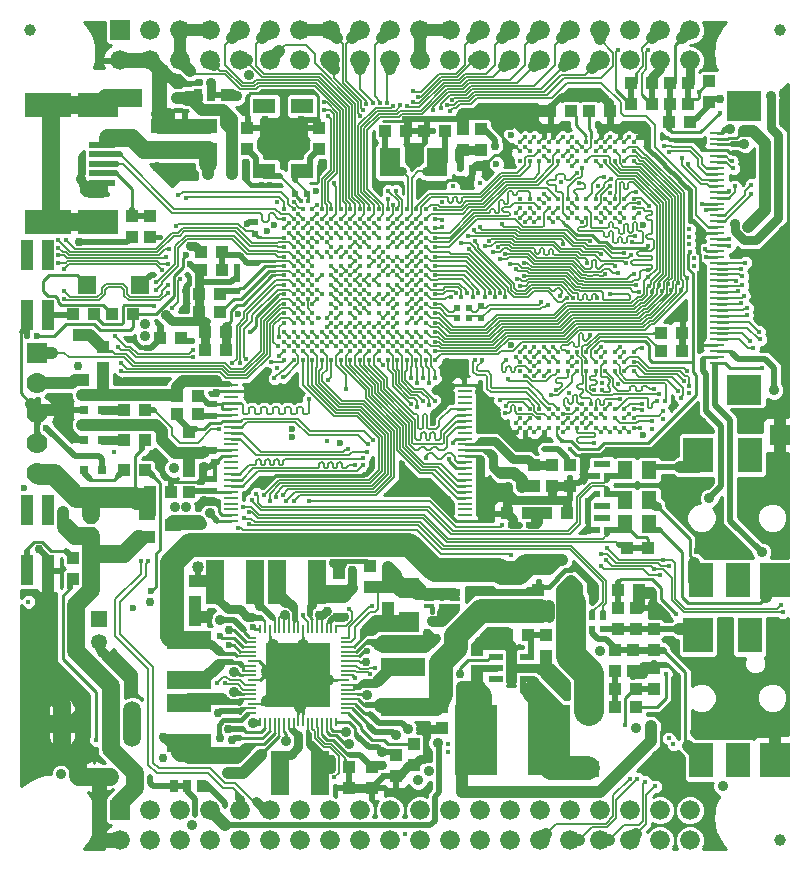
<source format=gbr>
G75*
G70*
%OFA0B0*%
%FSLAX24Y24*%
%IPPOS*%
%LPD*%
%AMOC8*
5,1,8,0,0,1.08239X$1,22.5*
%
%ADD10R,0.0400X0.0400*%
%ADD11R,0.0230X0.0240*%
%ADD12C,0.0394*%
%ADD13R,0.0300X0.0200*%
%ADD14R,0.0315X0.0315*%
%ADD15R,0.0472X0.0217*%
%ADD16R,0.1417X0.2362*%
%ADD17R,0.0591X0.1457*%
%ADD18R,0.0700X0.0650*%
%ADD19R,0.0551X0.0394*%
%ADD20R,0.0709X0.0571*%
%ADD21R,0.0660X0.0660*%
%ADD22C,0.0660*%
%ADD23R,0.0472X0.0098*%
%ADD24R,0.0240X0.0230*%
%ADD25C,0.0400*%
%ADD26R,0.0709X0.0945*%
%ADD27R,0.0400X0.1000*%
%ADD28R,0.1181X0.0984*%
%ADD29R,0.0512X0.0098*%
%ADD30R,0.0315X0.0079*%
%ADD31R,0.0079X0.0315*%
%ADD32R,0.2161X0.2161*%
%ADD33C,0.0886*%
%ADD34C,0.0475*%
%ADD35R,0.1457X0.0591*%
%ADD36R,0.0354X0.0138*%
%ADD37R,0.0315X0.0374*%
%ADD38R,0.0236X0.0138*%
%ADD39R,0.0748X0.0512*%
%ADD40R,0.0300X0.0400*%
%ADD41C,0.0200*%
%ADD42R,0.0700X0.0700*%
%ADD43R,0.0500X0.0600*%
%ADD44R,0.0886X0.0197*%
%ADD45R,0.1575X0.0827*%
%ADD46R,0.1378X0.0827*%
%ADD47R,0.0531X0.0531*%
%ADD48C,0.0531*%
%ADD49C,0.0157*%
%ADD50R,0.0200X0.0320*%
%ADD51R,0.0320X0.0200*%
%ADD52R,0.0984X0.1181*%
%ADD53R,0.0827X0.1181*%
%ADD54C,0.0236*%
%ADD55R,0.0600X0.0500*%
%ADD56C,0.0700*%
%ADD57C,0.0591*%
%ADD58R,0.0610X0.0591*%
%ADD59R,0.0197X0.0217*%
%ADD60C,0.0100*%
%ADD61C,0.0050*%
%ADD62C,0.0178*%
%ADD63C,0.0354*%
%ADD64C,0.0295*%
%ADD65C,0.0500*%
%ADD66C,0.0400*%
%ADD67C,0.0160*%
%ADD68C,0.0120*%
%ADD69C,0.0080*%
%ADD70C,0.0300*%
%ADD71C,0.0600*%
%ADD72C,0.0350*%
%ADD73C,0.0240*%
%ADD74C,0.0560*%
%ADD75C,0.0800*%
%ADD76C,0.0060*%
%ADD77C,0.0700*%
%ADD78C,0.0220*%
%ADD79C,0.1000*%
D10*
X011458Y012002D03*
X012158Y012002D03*
X012158Y012602D03*
X012158Y013302D03*
X011958Y016252D03*
X011358Y016252D03*
X010658Y016252D03*
X010508Y017002D03*
X009808Y017002D03*
X009808Y018002D03*
X010508Y018002D03*
X010508Y019002D03*
X009808Y019002D03*
X009108Y020402D03*
X009108Y021102D03*
X008808Y022202D03*
X009408Y022202D03*
X010108Y022202D03*
X011008Y021402D03*
X011708Y021402D03*
X012508Y021602D03*
X012508Y021002D03*
X013208Y021002D03*
X013208Y021602D03*
X013008Y022252D03*
X013008Y022852D03*
X012308Y022852D03*
X012308Y022252D03*
X012358Y023652D03*
X012358Y024252D03*
X013058Y024252D03*
X013058Y023652D03*
X010658Y024752D03*
X010058Y024752D03*
X010058Y025452D03*
X010658Y025452D03*
X013908Y027702D03*
X013908Y028402D03*
X016308Y028402D03*
X016308Y027702D03*
X018508Y028302D03*
X019208Y028302D03*
X019808Y028302D03*
X020508Y028302D03*
X021108Y028352D03*
X021708Y028352D03*
X021708Y027652D03*
X021108Y027652D03*
X024008Y028952D03*
X024708Y028952D03*
X025308Y028952D03*
X026008Y028952D03*
X026708Y029202D03*
X027408Y029202D03*
X028008Y029202D03*
X028608Y029202D03*
X028658Y028602D03*
X027958Y028602D03*
X028008Y029902D03*
X028608Y029902D03*
X029308Y029952D03*
X029308Y029252D03*
X027408Y029902D03*
X026708Y029902D03*
X027708Y021552D03*
X027708Y020952D03*
X028408Y020952D03*
X028408Y021552D03*
X024658Y017152D03*
X024058Y017152D03*
X023458Y017152D03*
X023458Y016452D03*
X024058Y016452D03*
X024658Y016452D03*
X024558Y015552D03*
X023858Y015552D03*
X023258Y015552D03*
X022558Y015552D03*
X023608Y013702D03*
X023608Y013002D03*
X023858Y011502D03*
X023258Y011502D03*
X022558Y011502D03*
X021558Y011002D03*
X021558Y010302D03*
X020408Y009102D03*
X020408Y008402D03*
X019458Y007852D03*
X018858Y007502D03*
X019458Y007152D03*
X018858Y006802D03*
X018058Y007102D03*
X018058Y006402D03*
X017308Y006402D03*
X017308Y007102D03*
X018608Y012402D03*
X018608Y013102D03*
X018008Y013102D03*
X018008Y013802D03*
X016958Y013552D03*
X016958Y012852D03*
X011958Y016952D03*
X011958Y017552D03*
X011958Y018252D03*
X012258Y018852D03*
X012258Y019452D03*
X011558Y019452D03*
X011558Y018852D03*
X008108Y022202D03*
X008108Y014052D03*
X008108Y013352D03*
X023858Y010802D03*
X024558Y010802D03*
X024558Y011502D03*
X026158Y011002D03*
X026758Y011002D03*
X026758Y010302D03*
X026158Y010302D03*
X026158Y009702D03*
X026158Y009102D03*
X026858Y009102D03*
X026858Y009702D03*
X027458Y009702D03*
X027458Y010402D03*
X027458Y011002D03*
X027458Y011702D03*
X026858Y011702D03*
X026258Y011702D03*
X026258Y012402D03*
X026858Y012402D03*
X026958Y013002D03*
X026258Y013002D03*
X026558Y014402D03*
X027258Y014402D03*
D11*
X025908Y015002D03*
X025558Y015002D03*
X025558Y015402D03*
X025908Y015402D03*
X025908Y015802D03*
X025558Y015802D03*
X025558Y016202D03*
X025908Y016202D03*
X025908Y016802D03*
X025558Y016802D03*
X025558Y017202D03*
X025908Y017202D03*
X021708Y022052D03*
X021708Y022452D03*
X014158Y024852D03*
X014158Y025252D03*
X013558Y024152D03*
X013558Y023752D03*
X013558Y023352D03*
X013558Y022952D03*
X012808Y019202D03*
X012808Y018802D03*
X012808Y017652D03*
X012808Y017252D03*
X012808Y016702D03*
X012808Y016302D03*
X025408Y012102D03*
X025758Y012102D03*
X025758Y011702D03*
X025408Y011702D03*
D12*
X031658Y004652D03*
X031658Y031652D03*
X006658Y031652D03*
D13*
X008708Y015302D03*
X008708Y015002D03*
D14*
X008458Y017002D03*
X009058Y017002D03*
X009058Y018002D03*
X008458Y018002D03*
X008458Y019002D03*
X009058Y019002D03*
D15*
X022196Y010776D03*
X022196Y010402D03*
X022196Y010028D03*
X023220Y010028D03*
X023220Y010402D03*
X023220Y010776D03*
D16*
X023979Y008002D03*
X021538Y008002D03*
D17*
X016327Y006902D03*
X014989Y006902D03*
X014889Y013252D03*
X014177Y013252D03*
X012839Y013252D03*
X016227Y013252D03*
D18*
X019308Y013077D03*
X019308Y011927D03*
D19*
X011441Y015152D03*
X010575Y014778D03*
X010575Y015526D03*
X008358Y020004D03*
X008358Y021500D03*
D20*
X009608Y016115D03*
X009608Y014190D03*
X025308Y008965D03*
X025308Y007040D03*
D21*
X009658Y005652D03*
X009658Y031652D03*
D22*
X009658Y030652D03*
X010658Y030652D03*
X011658Y030652D03*
X012658Y030652D03*
X013658Y030652D03*
X014658Y030652D03*
X015658Y030652D03*
X016658Y030652D03*
X017658Y030652D03*
X018658Y030652D03*
X019658Y030652D03*
X020658Y030652D03*
X021658Y030652D03*
X022658Y030652D03*
X023658Y030652D03*
X024658Y030652D03*
X025658Y030652D03*
X026658Y030652D03*
X027658Y030652D03*
X028658Y030652D03*
X028658Y031652D03*
X027658Y031652D03*
X026658Y031652D03*
X025658Y031652D03*
X024658Y031652D03*
X023658Y031652D03*
X022658Y031652D03*
X021658Y031652D03*
X020658Y031652D03*
X019658Y031652D03*
X018658Y031652D03*
X017658Y031652D03*
X016658Y031652D03*
X015658Y031652D03*
X014658Y031652D03*
X013658Y031652D03*
X012658Y031652D03*
X011658Y031652D03*
X010658Y031652D03*
X010658Y005652D03*
X010658Y004652D03*
X009658Y004652D03*
X011658Y004652D03*
X012658Y004652D03*
X013658Y004652D03*
X014658Y004652D03*
X015658Y004652D03*
X016658Y004652D03*
X017658Y004652D03*
X018658Y004652D03*
X019658Y004652D03*
X020658Y004652D03*
X021658Y004652D03*
X022658Y004652D03*
X023658Y004652D03*
X024658Y004652D03*
X025658Y004652D03*
X026658Y004652D03*
X027658Y004652D03*
X028658Y004652D03*
X028658Y005652D03*
X027658Y005652D03*
X026658Y005652D03*
X025658Y005652D03*
X024658Y005652D03*
X023658Y005652D03*
X022658Y005652D03*
X021658Y005652D03*
X020658Y005652D03*
X019658Y005652D03*
X018658Y005652D03*
X017658Y005652D03*
X016658Y005652D03*
X015658Y005652D03*
X014658Y005652D03*
X013658Y005652D03*
X012658Y005652D03*
X011658Y005652D03*
D23*
X013360Y015289D03*
X013360Y015486D03*
X013360Y015682D03*
X013360Y015879D03*
X013360Y016076D03*
X013360Y016273D03*
X013360Y016470D03*
X013360Y016667D03*
X013360Y016863D03*
X013360Y017060D03*
X013360Y017257D03*
X013360Y017454D03*
X013360Y017651D03*
X013360Y017848D03*
X013360Y018045D03*
X013360Y018241D03*
X013360Y018438D03*
X013360Y018635D03*
X013360Y018832D03*
X013360Y019029D03*
X013360Y019226D03*
X013360Y019423D03*
X013360Y019619D03*
X013360Y019816D03*
X021156Y019816D03*
X021156Y019619D03*
X021156Y019423D03*
X021156Y019226D03*
X021156Y019029D03*
X021156Y018832D03*
X021156Y018635D03*
X021156Y018438D03*
X021156Y018241D03*
X021156Y018045D03*
X021156Y017848D03*
X021156Y017651D03*
X021156Y017454D03*
X021156Y017257D03*
X021156Y017060D03*
X021156Y016863D03*
X021156Y016667D03*
X021156Y016470D03*
X021156Y016273D03*
X021156Y016076D03*
X021156Y015879D03*
X021156Y015682D03*
X021156Y015486D03*
X021156Y015289D03*
D24*
X021708Y017102D03*
X022108Y017102D03*
X021308Y022052D03*
X021308Y022402D03*
X020908Y022402D03*
X020908Y022052D03*
X021008Y027052D03*
X021408Y027052D03*
D25*
X012258Y013752D03*
D26*
X018671Y027252D03*
X020246Y027252D03*
D27*
X007258Y024152D03*
X006558Y024152D03*
X006558Y022152D03*
X007258Y022152D03*
X007258Y015652D03*
X006558Y015652D03*
X006558Y013652D03*
X007258Y013652D03*
D28*
X030481Y019678D03*
X030481Y029127D03*
D29*
X029575Y028241D03*
X029575Y028044D03*
X029575Y027847D03*
X029575Y027650D03*
X029575Y027454D03*
X029575Y027257D03*
X029575Y027060D03*
X029575Y026863D03*
X029575Y026666D03*
X029575Y026469D03*
X029575Y026273D03*
X029575Y026076D03*
X029575Y025879D03*
X029575Y025682D03*
X029575Y025485D03*
X029575Y025288D03*
X029575Y025091D03*
X029575Y024895D03*
X029575Y024698D03*
X029575Y024501D03*
X029575Y024304D03*
X029575Y024107D03*
X029575Y023910D03*
X029575Y023713D03*
X029575Y023517D03*
X029575Y023320D03*
X029575Y023123D03*
X029575Y022926D03*
X029575Y022729D03*
X029575Y022532D03*
X029575Y022336D03*
X029575Y022139D03*
X029575Y021942D03*
X029575Y021745D03*
X029575Y021548D03*
X029575Y021351D03*
X029575Y021154D03*
X029575Y020958D03*
X029575Y020761D03*
X029575Y020564D03*
D30*
X017163Y011412D03*
X017163Y011255D03*
X017163Y011097D03*
X017163Y010940D03*
X017163Y010782D03*
X017163Y010625D03*
X017163Y010467D03*
X017163Y010310D03*
X017163Y010152D03*
X017163Y009995D03*
X017163Y009837D03*
X017163Y009680D03*
X017163Y009523D03*
X017163Y009365D03*
X017163Y009208D03*
X017163Y009050D03*
X017163Y008893D03*
X014053Y008893D03*
X014053Y009050D03*
X014053Y009208D03*
X014053Y009365D03*
X014053Y009523D03*
X014053Y009680D03*
X014053Y009837D03*
X014053Y009995D03*
X014053Y010152D03*
X014053Y010310D03*
X014053Y010467D03*
X014053Y010625D03*
X014053Y010782D03*
X014053Y010940D03*
X014053Y011097D03*
X014053Y011255D03*
X014053Y011412D03*
D31*
X014348Y011708D03*
X014506Y011708D03*
X014663Y011708D03*
X014821Y011708D03*
X014978Y011708D03*
X015136Y011708D03*
X015293Y011708D03*
X015451Y011708D03*
X015608Y011708D03*
X015766Y011708D03*
X015923Y011708D03*
X016081Y011708D03*
X016238Y011708D03*
X016396Y011708D03*
X016553Y011708D03*
X016710Y011708D03*
X016868Y011708D03*
X016868Y008597D03*
X016710Y008597D03*
X016553Y008597D03*
X016396Y008597D03*
X016238Y008597D03*
X016081Y008597D03*
X015923Y008597D03*
X015766Y008597D03*
X015608Y008597D03*
X015451Y008597D03*
X015293Y008597D03*
X015136Y008597D03*
X014978Y008597D03*
X014821Y008597D03*
X014663Y008597D03*
X014506Y008597D03*
X014348Y008597D03*
D32*
X015608Y010152D03*
D33*
X015608Y010152D03*
D34*
X014821Y009365D03*
X016396Y009365D03*
X016396Y010940D03*
X014821Y010940D03*
D35*
X011958Y011322D03*
X011958Y009983D03*
X011958Y009222D03*
X011958Y007883D03*
X019108Y009083D03*
X019108Y010422D03*
D36*
X019975Y012447D03*
X019975Y012702D03*
X019975Y012958D03*
X020841Y012958D03*
X020841Y012702D03*
X020841Y012447D03*
D37*
X020408Y012840D03*
D38*
X020408Y012447D03*
D39*
X015738Y026970D03*
X014478Y026970D03*
X014478Y029135D03*
X015738Y029135D03*
D40*
X013158Y029502D03*
X012708Y029502D03*
X012258Y029502D03*
X012358Y006452D03*
X011908Y006452D03*
X011458Y006452D03*
D41*
X010758Y006452D01*
X010658Y006552D01*
X010658Y006752D01*
X011458Y006452D02*
X011908Y006452D01*
X011908Y006282D01*
X012158Y006032D01*
X012158Y005502D01*
X012358Y006352D02*
X012708Y006352D01*
X012508Y006552D01*
X012358Y006552D01*
X012358Y006452D01*
X012708Y006352D02*
X013158Y005902D01*
X013158Y005802D01*
X013158Y005152D02*
X020008Y005152D01*
X020158Y005302D01*
X020158Y006102D01*
X020308Y006252D01*
X020308Y007852D01*
X020258Y007902D01*
X019858Y008352D02*
X019858Y007402D01*
X019808Y007352D01*
X018858Y007502D02*
X018858Y007602D01*
X018408Y007602D01*
X018258Y007752D01*
X017958Y007752D01*
X017608Y008102D01*
X017958Y008452D02*
X018158Y008252D01*
X018758Y008252D01*
X018858Y008152D01*
X019058Y008552D02*
X019258Y008352D01*
X019058Y008552D02*
X018308Y008552D01*
X018008Y008852D01*
X017908Y009152D02*
X018358Y009152D01*
X017908Y009152D02*
X017878Y009152D01*
X017658Y007502D02*
X017328Y007502D01*
X017658Y007502D02*
X018058Y007102D01*
X018458Y006782D02*
X018078Y006402D01*
X018058Y006402D01*
X018458Y006782D02*
X018838Y006782D01*
X018858Y006802D01*
X016008Y007852D02*
X015958Y007902D01*
X015958Y008202D01*
X014278Y008552D02*
X014088Y008552D01*
X013758Y008352D02*
X013258Y008352D01*
X013458Y008052D02*
X013408Y008002D01*
X013458Y008052D02*
X013658Y008052D01*
X013608Y008952D02*
X013008Y008952D01*
X012958Y008902D01*
X012948Y008902D01*
X013158Y009252D02*
X013058Y009352D01*
X013208Y009352D01*
X013308Y009252D01*
X013558Y009252D01*
X013308Y009252D02*
X013158Y009252D01*
X012958Y010502D02*
X013058Y010602D01*
X013408Y010602D01*
X013108Y010902D02*
X013008Y010902D01*
X012958Y010952D01*
X013008Y012002D02*
X013458Y012002D01*
X013808Y011652D01*
X014108Y012052D02*
X014358Y012052D01*
X014108Y012052D02*
X014058Y012102D01*
X014308Y012452D02*
X014358Y012452D01*
X014758Y012052D01*
X015208Y012602D02*
X015358Y012602D01*
X015508Y012452D01*
X015508Y012302D01*
X015208Y012602D01*
X015508Y012302D02*
X015508Y012012D01*
X016008Y012152D02*
X016008Y012452D01*
X016058Y012502D01*
X016678Y011972D02*
X016808Y012102D01*
X016858Y012102D01*
X017108Y012102D02*
X017158Y012102D01*
X017758Y011652D02*
X017758Y011552D01*
X018108Y011552D01*
X018258Y011702D01*
X018958Y011702D01*
X019208Y011952D01*
X018508Y011952D02*
X018258Y011702D01*
X017908Y011652D02*
X017758Y011652D01*
X017758Y011552D02*
X017758Y011502D01*
X017928Y011252D02*
X018058Y011252D01*
X018158Y011152D01*
X018308Y011152D01*
X018208Y011252D01*
X018058Y011252D01*
X023220Y010776D02*
X023358Y010776D01*
X023358Y011502D01*
X023258Y011502D01*
X023358Y011502D02*
X023858Y011502D01*
X023458Y010028D02*
X023220Y010028D01*
X023108Y010028D01*
X023108Y009602D01*
X023458Y009602D01*
X023558Y009702D01*
X023558Y009928D01*
X023458Y010028D01*
X025408Y011552D02*
X025408Y011702D01*
X025408Y011552D02*
X025608Y011352D01*
X025858Y011352D01*
X026158Y011052D01*
X026158Y011002D01*
X026758Y011002D01*
X026858Y011702D02*
X026258Y011702D01*
X025758Y011702D01*
X025758Y012102D02*
X025758Y012252D01*
X025408Y012252D02*
X025408Y012102D01*
X025408Y012552D02*
X025408Y013002D01*
X025408Y013252D01*
X025058Y013602D01*
X024858Y013802D01*
X025308Y014952D02*
X025358Y015002D01*
X025558Y015002D01*
X025908Y015002D02*
X025908Y014852D01*
X025908Y015002D02*
X026508Y015002D01*
X026508Y015202D01*
X025908Y015402D02*
X025558Y015402D01*
X025558Y015802D02*
X025908Y015802D01*
X025908Y016202D02*
X026508Y016202D01*
X026508Y016002D01*
X025908Y016202D02*
X025908Y016352D01*
X025908Y016652D02*
X025908Y016802D01*
X026508Y016802D01*
X026508Y017002D01*
X025908Y017202D02*
X025558Y017202D01*
X025558Y016802D02*
X025208Y016802D01*
X024958Y016552D01*
X024658Y016552D01*
X024658Y016452D01*
X024658Y017152D02*
X024558Y017152D01*
X024558Y017402D01*
X024258Y017702D01*
X024008Y017702D01*
X023808Y017702D01*
X021708Y017102D02*
X021658Y017102D01*
X020108Y018552D02*
X020108Y018852D01*
X020458Y019202D01*
X020458Y019502D01*
X020758Y019802D01*
X018058Y017202D02*
X018058Y017052D01*
X017958Y016952D01*
X013308Y019852D02*
X012958Y019852D01*
X012858Y019952D01*
X012358Y019452D02*
X012608Y019202D01*
X012808Y019202D01*
X012808Y018802D02*
X012258Y018802D01*
X012258Y018852D01*
X012208Y018352D02*
X011958Y018352D01*
X011558Y018752D01*
X011558Y018852D01*
X011958Y018352D02*
X011958Y018252D01*
X012258Y019452D02*
X012358Y019452D01*
X010808Y019002D02*
X010508Y019002D01*
X010508Y018002D02*
X010408Y018002D01*
X010408Y017702D01*
X010508Y017002D02*
X010558Y017002D01*
X010758Y016802D01*
X009808Y017002D02*
X009608Y016802D01*
X009058Y017002D02*
X009058Y017352D01*
X008958Y017452D01*
X008158Y017452D01*
X007208Y018402D01*
X006908Y017902D02*
X006908Y018902D01*
X007958Y019002D02*
X007958Y018352D01*
X008308Y018002D01*
X008458Y018002D01*
X008458Y017002D02*
X008458Y016902D01*
X008658Y016702D01*
X008708Y015502D02*
X008708Y015302D01*
X008708Y015002D02*
X008708Y014802D01*
X008108Y014052D02*
X007858Y014302D01*
X008108Y013352D02*
X008008Y013252D01*
X008008Y013052D01*
X006558Y013652D02*
X006558Y014302D01*
X007958Y019002D02*
X008458Y019002D01*
X010508Y021052D02*
X010708Y021052D01*
X011008Y021352D01*
X011008Y021402D01*
X011008Y021802D01*
X011708Y021402D02*
X011708Y021302D01*
X012058Y021302D01*
X013008Y022852D02*
X013108Y022952D01*
X013558Y022952D01*
X013358Y023252D02*
X013458Y023352D01*
X013558Y023352D01*
X013558Y023752D01*
X013908Y023902D02*
X013658Y024152D01*
X013558Y024152D01*
X013058Y024152D01*
X013058Y024252D01*
X013058Y024152D02*
X013058Y023652D01*
X013358Y023252D02*
X012308Y023252D01*
X010808Y023502D02*
X010694Y023502D01*
X010344Y023152D01*
X009908Y024602D02*
X010058Y024752D01*
X009908Y024602D02*
X008308Y024602D01*
X010058Y025452D02*
X010058Y025702D01*
X010058Y025452D02*
X010658Y025452D01*
X009523Y026887D02*
X009073Y026887D01*
X009058Y026573D02*
X009073Y026573D01*
X009058Y026573D02*
X009058Y026402D01*
X009073Y027202D02*
X009558Y027202D01*
X009673Y027517D02*
X009073Y027517D01*
X009073Y027832D02*
X009073Y028052D01*
X009258Y028052D01*
X012708Y029502D02*
X013208Y029502D01*
X013108Y029002D02*
X013108Y028502D01*
X013408Y028202D01*
X013908Y028402D02*
X014508Y028402D01*
X014508Y028652D01*
X013908Y027702D02*
X014208Y027402D01*
X014208Y026970D01*
X014478Y026970D01*
X014478Y026802D01*
X015008Y026802D01*
X015508Y026652D02*
X015508Y026970D01*
X015738Y026970D01*
X016008Y026970D01*
X016008Y027402D01*
X016308Y027702D01*
X016308Y028402D02*
X016258Y028402D01*
X016258Y028652D01*
X015708Y028652D01*
X018508Y028302D02*
X018508Y027252D01*
X018671Y027252D01*
X019208Y028302D02*
X019308Y028302D01*
X019308Y028682D01*
X019408Y028682D01*
X019908Y028682D01*
X019908Y028702D01*
X021108Y028702D01*
X021708Y028352D02*
X021808Y028352D01*
X022158Y028002D01*
X022158Y027802D01*
X021908Y027202D02*
X021658Y027202D01*
X020508Y027252D02*
X020508Y028302D01*
X019908Y028302D02*
X019908Y028682D01*
X019308Y028682D02*
X019168Y028682D01*
X019308Y028302D02*
X019808Y028302D01*
X019908Y028302D01*
X020246Y027252D02*
X020508Y027252D01*
X022358Y028437D02*
X022358Y028852D01*
X022358Y028437D02*
X022716Y028437D01*
X022916Y028437D02*
X022958Y028480D01*
X022958Y028852D01*
X024008Y028952D02*
X024008Y029052D01*
X024408Y029452D01*
X025658Y029452D01*
X026008Y029102D01*
X026008Y028952D01*
X026008Y028452D01*
X027958Y028352D02*
X027958Y028602D01*
X027958Y029202D01*
X028008Y029202D01*
X028658Y028702D02*
X028858Y028702D01*
X029308Y029152D01*
X029308Y029252D01*
X029308Y029352D01*
X029658Y029352D01*
X029858Y028352D02*
X029808Y028302D01*
X029858Y028352D02*
X030008Y028352D01*
X030358Y028202D02*
X030458Y028302D01*
X030458Y027852D02*
X030058Y027852D01*
X030108Y027552D02*
X030258Y027552D01*
X030358Y027452D01*
X028658Y028602D02*
X028658Y028702D01*
X028428Y022302D02*
X028428Y022052D01*
X028428Y021552D01*
X028508Y021552D01*
X028428Y021552D02*
X028408Y021552D01*
X028408Y020952D01*
X029108Y020702D02*
X029108Y020302D01*
X029208Y020202D01*
X029208Y018952D01*
X029708Y018452D01*
X029708Y016452D01*
X029308Y016052D01*
X030008Y015302D02*
X030008Y018652D01*
X029508Y019152D01*
X029508Y020502D01*
X030058Y020902D02*
X030258Y020702D01*
X031158Y020702D01*
X031458Y020402D01*
X031458Y019652D01*
X028341Y017102D02*
X027308Y017102D01*
X027308Y017002D01*
X027308Y015202D02*
X027308Y015002D01*
X027658Y015002D01*
X026558Y014402D02*
X026458Y014502D01*
X026308Y014502D01*
X026258Y013252D02*
X026258Y013002D01*
X026258Y012402D01*
X026858Y011702D02*
X027458Y011702D01*
X028308Y011702D01*
X027858Y010502D02*
X027458Y010502D01*
X027458Y010402D01*
X027458Y009702D02*
X026858Y009702D01*
X026158Y009702D02*
X026158Y009102D01*
X026158Y009702D02*
X026158Y010302D01*
X031058Y014252D02*
X030008Y015302D01*
X014258Y023902D02*
X013908Y023902D01*
X013908Y025202D02*
X013958Y025252D01*
X014158Y025252D01*
X008108Y022202D02*
X008108Y022152D01*
X007258Y022152D01*
X006558Y022152D02*
X006558Y021752D01*
X006408Y021602D01*
X011958Y016302D02*
X012808Y016302D01*
X012808Y016702D02*
X012458Y016702D01*
X012458Y017102D01*
X012658Y017102D01*
X012808Y017252D01*
X011958Y016302D02*
X011958Y016252D01*
X012658Y015552D02*
X012908Y015302D01*
X012258Y013752D02*
X012258Y013302D01*
X012158Y013302D01*
D42*
X006908Y020902D03*
X031658Y018152D03*
D43*
X027308Y017002D03*
X026508Y017002D03*
X026508Y016002D03*
X027308Y016002D03*
X027308Y015202D03*
X026508Y015202D03*
X010958Y029402D03*
X010158Y029402D03*
D44*
X009073Y027832D03*
X009073Y027517D03*
X009073Y027202D03*
X009073Y026887D03*
X009073Y026573D03*
D45*
X007260Y025254D03*
X007260Y029151D03*
D46*
X008933Y029151D03*
X008933Y025254D03*
D47*
X008958Y012046D03*
D48*
X008958Y011259D03*
D49*
X014898Y020412D03*
X015134Y020649D03*
X015134Y020963D03*
X015134Y021278D03*
X015134Y021593D03*
X015134Y021908D03*
X015134Y022223D03*
X015134Y022538D03*
X015134Y022853D03*
X015134Y023168D03*
X015134Y023483D03*
X015134Y023798D03*
X015134Y024113D03*
X015134Y024428D03*
X015134Y024743D03*
X015134Y025058D03*
X015134Y025373D03*
X015134Y025688D03*
X015449Y025688D03*
X015449Y025373D03*
X015449Y025058D03*
X015449Y024743D03*
X015449Y024428D03*
X015449Y024113D03*
X015449Y023798D03*
X015449Y023483D03*
X015449Y023168D03*
X015449Y022853D03*
X015449Y022538D03*
X015449Y022223D03*
X015449Y021908D03*
X015449Y021593D03*
X015449Y021278D03*
X015449Y020963D03*
X015449Y020649D03*
X015764Y020649D03*
X015764Y020963D03*
X016079Y020963D03*
X016079Y020649D03*
X016394Y020649D03*
X016394Y020963D03*
X016394Y021278D03*
X016079Y021278D03*
X015764Y021278D03*
X015764Y021593D03*
X015764Y021908D03*
X015764Y022223D03*
X015764Y022538D03*
X015764Y022853D03*
X015764Y023168D03*
X015764Y023483D03*
X015764Y023798D03*
X015764Y024113D03*
X015764Y024428D03*
X015764Y024743D03*
X015764Y025058D03*
X015764Y025373D03*
X015764Y025688D03*
X016079Y025688D03*
X016079Y025373D03*
X016079Y025058D03*
X016079Y024743D03*
X016079Y024428D03*
X016079Y024113D03*
X016079Y023798D03*
X016079Y023483D03*
X016079Y023168D03*
X016079Y022853D03*
X016079Y022538D03*
X016079Y022223D03*
X016079Y021908D03*
X016079Y021593D03*
X016394Y021593D03*
X016709Y021593D03*
X016709Y021278D03*
X017024Y021278D03*
X017024Y020963D03*
X017024Y020649D03*
X016709Y020649D03*
X017339Y020649D03*
X017339Y020963D03*
X017654Y020963D03*
X017654Y020649D03*
X017969Y020649D03*
X017969Y020963D03*
X018284Y020963D03*
X018284Y020649D03*
X018599Y020649D03*
X018599Y020963D03*
X018914Y020963D03*
X018914Y020649D03*
X019229Y020649D03*
X019229Y020963D03*
X019544Y020963D03*
X019544Y020649D03*
X019859Y020649D03*
X019859Y020963D03*
X020174Y020963D03*
X020174Y020649D03*
X020174Y021278D03*
X019859Y021278D03*
X019544Y021278D03*
X019229Y021278D03*
X018914Y021278D03*
X018599Y021278D03*
X018284Y021278D03*
X017969Y021278D03*
X017654Y021278D03*
X017339Y021278D03*
X017339Y021593D03*
X017024Y021593D03*
X017024Y021908D03*
X016709Y021908D03*
X016709Y022223D03*
X017024Y022223D03*
X017339Y022223D03*
X017339Y021908D03*
X017654Y021908D03*
X017654Y021593D03*
X017969Y021593D03*
X018284Y021593D03*
X018599Y021593D03*
X018914Y021593D03*
X019229Y021593D03*
X019544Y021593D03*
X019859Y021593D03*
X020174Y021593D03*
X020174Y021908D03*
X019859Y021908D03*
X019544Y021908D03*
X019229Y021908D03*
X018914Y021908D03*
X018599Y021908D03*
X018284Y021908D03*
X017969Y021908D03*
X017969Y022223D03*
X017654Y022223D03*
X017654Y022538D03*
X017339Y022538D03*
X017024Y022538D03*
X016709Y022538D03*
X016709Y022853D03*
X016394Y022853D03*
X016709Y023168D03*
X016709Y023483D03*
X016394Y023483D03*
X016709Y023798D03*
X016709Y024113D03*
X016394Y024113D03*
X016709Y024428D03*
X016709Y024743D03*
X016394Y024743D03*
X016394Y025058D03*
X016394Y025373D03*
X016394Y025688D03*
X016709Y025688D03*
X016709Y025373D03*
X016709Y025058D03*
X017024Y025058D03*
X017024Y025373D03*
X017024Y025688D03*
X017339Y025688D03*
X017339Y025373D03*
X017339Y025058D03*
X017339Y024743D03*
X017024Y024743D03*
X017024Y024428D03*
X017024Y024113D03*
X017024Y023798D03*
X017024Y023483D03*
X017024Y023168D03*
X017024Y022853D03*
X017339Y022853D03*
X017654Y022853D03*
X017969Y022853D03*
X017969Y022538D03*
X018284Y022538D03*
X018284Y022223D03*
X018599Y022223D03*
X018914Y022223D03*
X019229Y022223D03*
X019544Y022223D03*
X019859Y022223D03*
X020174Y022223D03*
X020174Y022538D03*
X019859Y022538D03*
X019544Y022538D03*
X019229Y022538D03*
X018914Y022538D03*
X018599Y022538D03*
X018599Y022853D03*
X018284Y022853D03*
X018284Y023168D03*
X017969Y023168D03*
X017654Y023168D03*
X017339Y023168D03*
X017339Y023483D03*
X017339Y023798D03*
X017339Y024113D03*
X017339Y024428D03*
X017654Y024428D03*
X017654Y024113D03*
X017654Y023798D03*
X017654Y023483D03*
X017969Y023483D03*
X018284Y023483D03*
X018599Y023483D03*
X018599Y023168D03*
X018914Y023168D03*
X018914Y022853D03*
X019229Y022853D03*
X019544Y022853D03*
X019859Y022853D03*
X020174Y022853D03*
X020174Y023168D03*
X019859Y023168D03*
X019544Y023168D03*
X019229Y023168D03*
X019229Y023483D03*
X019544Y023483D03*
X019859Y023483D03*
X020174Y023483D03*
X020174Y023798D03*
X020174Y024113D03*
X020174Y024428D03*
X020174Y024743D03*
X020174Y025058D03*
X020174Y025373D03*
X020174Y025688D03*
X019859Y025688D03*
X019859Y025373D03*
X019859Y025058D03*
X019859Y024743D03*
X019859Y024428D03*
X019859Y024113D03*
X019859Y023798D03*
X019544Y023798D03*
X019229Y023798D03*
X018914Y023798D03*
X018914Y023483D03*
X018599Y023798D03*
X018284Y023798D03*
X017969Y023798D03*
X017969Y024113D03*
X017969Y024428D03*
X017969Y024743D03*
X017654Y024743D03*
X017654Y025058D03*
X017654Y025373D03*
X017654Y025688D03*
X017969Y025688D03*
X017969Y025373D03*
X017969Y025058D03*
X018284Y025058D03*
X018284Y025373D03*
X018284Y025688D03*
X018599Y025688D03*
X018914Y025688D03*
X019229Y025688D03*
X019544Y025688D03*
X019544Y025373D03*
X019544Y025058D03*
X019544Y024743D03*
X019544Y024428D03*
X019544Y024113D03*
X019229Y024113D03*
X018914Y024113D03*
X018599Y024113D03*
X018284Y024113D03*
X018284Y024428D03*
X018284Y024743D03*
X018599Y024743D03*
X018599Y024428D03*
X018914Y024428D03*
X019229Y024428D03*
X019229Y024743D03*
X019229Y025058D03*
X019229Y025373D03*
X018914Y025373D03*
X018599Y025373D03*
X018599Y025058D03*
X018914Y025058D03*
X018914Y024743D03*
X020410Y025924D03*
X023009Y026042D03*
X023323Y026042D03*
X023323Y025727D03*
X023009Y025727D03*
X023009Y025412D03*
X023323Y025412D03*
X023638Y025412D03*
X023638Y025727D03*
X023638Y026042D03*
X023953Y026042D03*
X023953Y025727D03*
X023953Y025412D03*
X024268Y025412D03*
X024268Y025727D03*
X024268Y026042D03*
X024583Y026042D03*
X024583Y025727D03*
X024583Y025412D03*
X024898Y025412D03*
X024898Y025727D03*
X024898Y026042D03*
X025213Y026042D03*
X025213Y025727D03*
X025213Y025412D03*
X025528Y025412D03*
X025843Y025412D03*
X026158Y025412D03*
X026473Y025412D03*
X026788Y025412D03*
X026788Y025727D03*
X026473Y025727D03*
X026158Y025727D03*
X025843Y025727D03*
X025528Y025727D03*
X025528Y026042D03*
X025843Y026042D03*
X026158Y026042D03*
X026473Y026042D03*
X026788Y026042D03*
X026788Y027302D03*
X026473Y027302D03*
X026158Y027302D03*
X025843Y027302D03*
X025528Y027302D03*
X025213Y027302D03*
X024898Y027302D03*
X024583Y027302D03*
X024268Y027302D03*
X023953Y027302D03*
X023638Y027302D03*
X023323Y027302D03*
X023009Y027302D03*
X023009Y027617D03*
X023323Y027617D03*
X023323Y027932D03*
X023009Y027932D03*
X023638Y027932D03*
X023638Y027617D03*
X023953Y027617D03*
X023953Y027932D03*
X024268Y027932D03*
X024268Y027617D03*
X024583Y027617D03*
X024583Y027932D03*
X024898Y027932D03*
X024898Y027617D03*
X025213Y027617D03*
X025213Y027932D03*
X025528Y027932D03*
X025528Y027617D03*
X025843Y027617D03*
X025843Y027932D03*
X026158Y027932D03*
X026158Y027617D03*
X026473Y027617D03*
X026473Y027932D03*
X026788Y027932D03*
X026788Y027617D03*
X026788Y020924D03*
X026788Y020609D03*
X026788Y020294D03*
X026473Y020294D03*
X026158Y020294D03*
X025843Y020294D03*
X025528Y020294D03*
X025213Y020294D03*
X024898Y020294D03*
X024583Y020294D03*
X024268Y020294D03*
X023953Y020294D03*
X023638Y020294D03*
X023323Y020294D03*
X023009Y020294D03*
X023009Y020609D03*
X023323Y020609D03*
X023323Y020924D03*
X023009Y020924D03*
X023638Y020924D03*
X023638Y020609D03*
X023953Y020609D03*
X023953Y020924D03*
X024268Y020924D03*
X024268Y020609D03*
X024583Y020609D03*
X024583Y020924D03*
X024898Y020924D03*
X024898Y020609D03*
X025213Y020609D03*
X025213Y020924D03*
X025528Y020924D03*
X025528Y020609D03*
X025843Y020609D03*
X025843Y020924D03*
X026158Y020924D03*
X026158Y020609D03*
X026473Y020609D03*
X026473Y020924D03*
X026473Y019034D03*
X026473Y018719D03*
X026473Y018404D03*
X026158Y018404D03*
X025843Y018404D03*
X025528Y018404D03*
X025213Y018404D03*
X024898Y018404D03*
X024583Y018404D03*
X024268Y018404D03*
X023953Y018404D03*
X023638Y018404D03*
X023323Y018404D03*
X023009Y018404D03*
X023009Y018719D03*
X023323Y018719D03*
X023323Y019034D03*
X023009Y019034D03*
X023638Y019034D03*
X023638Y018719D03*
X023953Y018719D03*
X023953Y019034D03*
X024268Y019034D03*
X024268Y018719D03*
X024583Y018719D03*
X024898Y018719D03*
X025213Y018719D03*
X025528Y018719D03*
X025843Y018719D03*
X026158Y018719D03*
X026158Y019034D03*
X025843Y019034D03*
X025528Y019034D03*
X025213Y019034D03*
X024898Y019034D03*
X024583Y019034D03*
X026788Y019034D03*
X026788Y018719D03*
X026788Y018404D03*
X014898Y025924D03*
D50*
X026708Y029552D03*
X027408Y029552D03*
X028008Y029552D03*
X028608Y029552D03*
X017308Y006752D03*
D51*
X026908Y014402D03*
D52*
X028928Y011489D03*
X031487Y013316D03*
X028928Y017489D03*
X031487Y007316D03*
D53*
X030266Y007316D03*
X029046Y007316D03*
X030660Y011489D03*
X030266Y013316D03*
X029046Y013316D03*
X030660Y017489D03*
D54*
X028908Y014302D03*
X025308Y014952D03*
X025258Y015952D03*
X024358Y016452D03*
X023558Y015152D03*
X023308Y015152D03*
X022958Y015152D03*
X022708Y015152D03*
X024858Y013802D03*
X025058Y013602D03*
X027108Y010452D03*
X027108Y010202D03*
X029208Y009952D03*
X027958Y006652D03*
X018458Y006782D03*
X017908Y010952D03*
X014108Y011752D03*
X013308Y011152D03*
X013008Y011452D03*
X010708Y012952D03*
X010108Y012402D03*
X006458Y016402D03*
X007208Y018402D03*
X006908Y021452D03*
X011008Y021802D03*
X012058Y021302D03*
X012308Y021952D03*
X012558Y021952D03*
X013608Y022202D03*
X012008Y023852D03*
X011858Y024152D03*
X013908Y025202D03*
X014558Y024952D03*
X014808Y025152D03*
X014658Y026502D03*
X014408Y026502D03*
X016208Y026302D03*
X018408Y026502D03*
X019168Y028682D03*
X019408Y028682D03*
X020958Y027352D03*
X021658Y027202D03*
X021908Y027202D03*
X022208Y027202D03*
X022694Y028168D03*
X027103Y025176D03*
X022694Y021160D03*
X020108Y018552D03*
X019058Y017202D03*
X018058Y017202D03*
X017008Y017902D03*
X015408Y018102D03*
X015408Y018352D03*
X013858Y029002D03*
X027103Y018168D03*
D55*
X012608Y027652D03*
X011808Y027652D03*
X011008Y027652D03*
X011008Y028452D03*
X011808Y028452D03*
X012608Y028452D03*
D56*
X006908Y019902D03*
X006908Y018902D03*
X006908Y017902D03*
X006908Y016902D03*
D57*
X007719Y008995D03*
X007719Y008877D03*
X007719Y008759D03*
X007719Y008641D03*
X007719Y008523D03*
X007719Y008404D03*
X007719Y008286D03*
X007719Y008168D03*
X008368Y006771D03*
X008447Y006771D03*
X008565Y006771D03*
X008683Y006771D03*
X008801Y006771D03*
X008920Y006771D03*
X009038Y006771D03*
X009156Y006771D03*
X009234Y006771D03*
X010081Y008050D03*
X010081Y008168D03*
X010081Y008286D03*
X010081Y008404D03*
X010081Y008523D03*
X010081Y008641D03*
X010081Y008759D03*
X010081Y008877D03*
X010081Y008995D03*
D58*
X010344Y023152D03*
X008572Y023152D03*
D59*
X015508Y026202D03*
X015908Y026202D03*
D60*
X006378Y012481D02*
X006378Y006450D01*
X006455Y006521D01*
X006560Y006603D01*
X006673Y006675D01*
X006673Y006675D01*
X006792Y006737D01*
X006792Y006737D01*
X006916Y006788D01*
X006916Y006788D01*
X007044Y006827D01*
X007044Y006827D01*
X007175Y006854D01*
X007175Y006854D01*
X007308Y006869D01*
X007308Y006869D01*
X007361Y006870D01*
X007361Y006921D01*
X007414Y007049D01*
X007511Y007147D01*
X007639Y007200D01*
X007777Y007200D01*
X007905Y007147D01*
X007996Y007056D01*
X008105Y007165D01*
X008276Y007236D01*
X008461Y007236D01*
X008500Y007236D01*
X008693Y007316D01*
X008792Y007316D01*
X008792Y007229D01*
X008801Y007225D01*
X008810Y007229D01*
X008810Y007316D01*
X008910Y007316D01*
X009103Y007236D01*
X009142Y007236D01*
X009160Y007236D01*
X008888Y007508D01*
X008888Y007743D01*
X008807Y007743D01*
X008711Y007783D01*
X008639Y007856D01*
X008599Y007951D01*
X008599Y008054D01*
X008638Y008148D01*
X008638Y009511D01*
X007538Y010611D01*
X007538Y010794D01*
X007538Y012894D01*
X007547Y012902D01*
X007308Y012902D01*
X007308Y013602D01*
X007208Y013602D01*
X007208Y012902D01*
X006955Y012902D01*
X006851Y013005D01*
X006829Y012982D01*
X006378Y012982D01*
X006378Y012724D01*
X006389Y012749D01*
X006461Y012822D01*
X006557Y012861D01*
X006660Y012861D01*
X006755Y012822D01*
X006828Y012749D01*
X006867Y012654D01*
X006867Y012551D01*
X006828Y012456D01*
X006755Y012383D01*
X006660Y012343D01*
X006557Y012343D01*
X006461Y012383D01*
X006389Y012456D01*
X006378Y012481D01*
X006378Y012430D02*
X006414Y012430D01*
X006378Y012332D02*
X007538Y012332D01*
X007538Y012430D02*
X006802Y012430D01*
X006858Y012529D02*
X007538Y012529D01*
X007538Y012627D02*
X006867Y012627D01*
X006837Y012726D02*
X007538Y012726D01*
X007538Y012824D02*
X006749Y012824D01*
X006934Y012923D02*
X006378Y012923D01*
X006378Y012824D02*
X006467Y012824D01*
X006379Y012726D02*
X006378Y012726D01*
X006378Y012233D02*
X007538Y012233D01*
X007538Y012134D02*
X006378Y012134D01*
X006378Y012036D02*
X007538Y012036D01*
X007538Y011937D02*
X006378Y011937D01*
X006378Y011839D02*
X007538Y011839D01*
X007538Y011740D02*
X006378Y011740D01*
X006378Y011642D02*
X007538Y011642D01*
X007538Y011543D02*
X006378Y011543D01*
X006378Y011445D02*
X007538Y011445D01*
X007538Y011346D02*
X006378Y011346D01*
X006378Y011248D02*
X007538Y011248D01*
X007538Y011149D02*
X006378Y011149D01*
X006378Y011050D02*
X007538Y011050D01*
X007538Y010952D02*
X006378Y010952D01*
X006378Y010853D02*
X007538Y010853D01*
X007538Y010755D02*
X006378Y010755D01*
X006378Y010656D02*
X007538Y010656D01*
X007592Y010558D02*
X006378Y010558D01*
X006378Y010459D02*
X007690Y010459D01*
X007789Y010361D02*
X006378Y010361D01*
X006378Y010262D02*
X007887Y010262D01*
X007986Y010164D02*
X006378Y010164D01*
X006378Y010065D02*
X008084Y010065D01*
X008183Y009966D02*
X006378Y009966D01*
X006378Y009868D02*
X008281Y009868D01*
X008380Y009769D02*
X006378Y009769D01*
X006378Y009671D02*
X008479Y009671D01*
X008577Y009572D02*
X006378Y009572D01*
X006378Y009474D02*
X008638Y009474D01*
X008638Y009375D02*
X007996Y009375D01*
X007982Y009389D02*
X008113Y009259D01*
X008184Y009088D01*
X008184Y008969D01*
X008184Y008824D01*
X008264Y008631D01*
X008264Y008532D01*
X008177Y008532D01*
X008173Y008523D01*
X008177Y008513D01*
X008264Y008513D01*
X008264Y008414D01*
X008184Y008221D01*
X008184Y008076D01*
X008113Y007905D01*
X007982Y007774D01*
X007811Y007703D01*
X007626Y007703D01*
X007455Y007774D01*
X007324Y007905D01*
X007253Y008076D01*
X007253Y008221D01*
X007173Y008414D01*
X007173Y008513D01*
X007260Y008513D01*
X007264Y008523D01*
X007260Y008532D01*
X007173Y008532D01*
X007173Y008631D01*
X007253Y008824D01*
X007253Y008969D01*
X007253Y009088D01*
X007324Y009259D01*
X007455Y009389D01*
X007626Y009460D01*
X007811Y009460D01*
X007982Y009389D01*
X008095Y009277D02*
X008638Y009277D01*
X008638Y009178D02*
X008146Y009178D01*
X008184Y009080D02*
X008638Y009080D01*
X008638Y008981D02*
X008184Y008981D01*
X008184Y008883D02*
X008638Y008883D01*
X008638Y008784D02*
X008201Y008784D01*
X008241Y008685D02*
X008638Y008685D01*
X008638Y008587D02*
X008264Y008587D01*
X008264Y008488D02*
X008638Y008488D01*
X008638Y008390D02*
X008254Y008390D01*
X008213Y008291D02*
X008638Y008291D01*
X008638Y008193D02*
X008184Y008193D01*
X008184Y008094D02*
X008616Y008094D01*
X008599Y007996D02*
X008151Y007996D01*
X008106Y007897D02*
X008621Y007897D01*
X008696Y007799D02*
X008007Y007799D01*
X008669Y007306D02*
X006378Y007306D01*
X006378Y007404D02*
X008991Y007404D01*
X008934Y007306D02*
X009090Y007306D01*
X008893Y007503D02*
X006378Y007503D01*
X006378Y007601D02*
X008888Y007601D01*
X008888Y007700D02*
X006378Y007700D01*
X006378Y007799D02*
X007430Y007799D01*
X007332Y007897D02*
X006378Y007897D01*
X006378Y007996D02*
X007287Y007996D01*
X007253Y008094D02*
X006378Y008094D01*
X006378Y008193D02*
X007253Y008193D01*
X007224Y008291D02*
X006378Y008291D01*
X006378Y008390D02*
X007183Y008390D01*
X007173Y008488D02*
X006378Y008488D01*
X006378Y008587D02*
X007173Y008587D01*
X007196Y008685D02*
X006378Y008685D01*
X006378Y008784D02*
X007237Y008784D01*
X007253Y008883D02*
X006378Y008883D01*
X006378Y008981D02*
X007253Y008981D01*
X007253Y009080D02*
X006378Y009080D01*
X006378Y009178D02*
X007291Y009178D01*
X007342Y009277D02*
X006378Y009277D01*
X006378Y009375D02*
X007441Y009375D01*
X007758Y010702D02*
X008858Y009602D01*
X008858Y008002D01*
X008810Y007306D02*
X008792Y007306D01*
X008207Y007207D02*
X006378Y007207D01*
X006378Y007109D02*
X007473Y007109D01*
X007398Y007010D02*
X006378Y007010D01*
X006378Y006912D02*
X007361Y006912D01*
X007000Y006813D02*
X006378Y006813D01*
X006378Y006715D02*
X006749Y006715D01*
X006580Y006616D02*
X006378Y006616D01*
X006378Y006517D02*
X006451Y006517D01*
X007943Y007109D02*
X008049Y007109D01*
X008598Y006265D02*
X008693Y006225D01*
X008792Y006225D01*
X008792Y006312D01*
X008801Y006316D01*
X008810Y006312D01*
X008810Y006225D01*
X008910Y006225D01*
X009103Y006305D01*
X009142Y006305D01*
X009327Y006305D01*
X009445Y006354D01*
X009188Y006097D01*
X009188Y006083D01*
X009158Y006053D01*
X009158Y005252D01*
X009258Y005152D01*
X009350Y005152D01*
X009330Y005144D01*
X009166Y004981D01*
X009078Y004768D01*
X009078Y004702D01*
X009608Y004702D01*
X009608Y004602D01*
X009078Y004602D01*
X009078Y004537D01*
X009146Y004372D01*
X008455Y004372D01*
X008505Y004424D01*
X008589Y004528D01*
X008664Y004639D01*
X008728Y004756D01*
X008782Y004879D01*
X008824Y005006D01*
X008854Y005136D01*
X008872Y005269D01*
X008878Y005402D01*
X008872Y005536D01*
X008872Y005536D01*
X008854Y005669D01*
X008824Y005799D01*
X008782Y005926D01*
X008728Y006049D01*
X008664Y006166D01*
X008664Y006166D01*
X008598Y006265D01*
X008627Y006222D02*
X009313Y006222D01*
X009364Y006320D02*
X009411Y006320D01*
X009214Y006123D02*
X008688Y006123D01*
X008728Y006049D02*
X008728Y006049D01*
X008739Y006025D02*
X009158Y006025D01*
X009158Y005926D02*
X008782Y005926D01*
X008782Y005926D01*
X008814Y005828D02*
X009158Y005828D01*
X009158Y005729D02*
X008840Y005729D01*
X008854Y005669D02*
X008854Y005669D01*
X008859Y005631D02*
X009158Y005631D01*
X009158Y005532D02*
X008872Y005532D01*
X008877Y005434D02*
X009158Y005434D01*
X009158Y005335D02*
X008875Y005335D01*
X008868Y005236D02*
X009174Y005236D01*
X009323Y005138D02*
X008854Y005138D01*
X008831Y005039D02*
X009225Y005039D01*
X009150Y004941D02*
X008802Y004941D01*
X008766Y004842D02*
X009109Y004842D01*
X009078Y004744D02*
X008722Y004744D01*
X008668Y004645D02*
X009608Y004645D01*
X009115Y004448D02*
X008525Y004448D01*
X008602Y004547D02*
X009078Y004547D01*
X008824Y005799D02*
X008824Y005799D01*
X009828Y009394D02*
X009828Y009997D01*
X009553Y010272D01*
X009076Y010749D01*
X009250Y010821D01*
X009395Y010967D01*
X009417Y011018D01*
X010213Y010222D01*
X010213Y009522D01*
X010327Y009407D01*
X010398Y009407D01*
X010398Y009336D01*
X010344Y009389D01*
X010174Y009460D01*
X009988Y009460D01*
X009828Y009394D01*
X009828Y009474D02*
X010261Y009474D01*
X010213Y009572D02*
X009828Y009572D01*
X009828Y009671D02*
X010213Y009671D01*
X010213Y009769D02*
X009828Y009769D01*
X009828Y009868D02*
X010213Y009868D01*
X010213Y009966D02*
X009828Y009966D01*
X009760Y010065D02*
X010213Y010065D01*
X010213Y010164D02*
X009662Y010164D01*
X009563Y010262D02*
X010173Y010262D01*
X010074Y010361D02*
X009464Y010361D01*
X009366Y010459D02*
X009976Y010459D01*
X009877Y010558D02*
X009267Y010558D01*
X009169Y010656D02*
X009778Y010656D01*
X009680Y010755D02*
X009089Y010755D01*
X008997Y010828D02*
X008919Y010906D01*
X008919Y011220D01*
X008997Y011220D01*
X008997Y010828D01*
X008997Y010853D02*
X008972Y010853D01*
X008997Y010952D02*
X008919Y010952D01*
X008919Y011050D02*
X008997Y011050D01*
X008997Y011149D02*
X008919Y011149D01*
X009282Y010853D02*
X009581Y010853D01*
X009483Y010952D02*
X009381Y010952D01*
X007758Y010702D02*
X007758Y012802D01*
X008008Y013052D01*
X007738Y013094D02*
X007708Y013063D01*
X007708Y013602D01*
X007308Y013602D01*
X007308Y013702D01*
X007708Y013702D01*
X007708Y014071D01*
X007738Y014041D01*
X007738Y013782D01*
X007818Y013702D01*
X007738Y013623D01*
X007738Y013094D01*
X007738Y013120D02*
X007708Y013120D01*
X007708Y013218D02*
X007738Y013218D01*
X007738Y013317D02*
X007708Y013317D01*
X007708Y013416D02*
X007738Y013416D01*
X007738Y013514D02*
X007708Y013514D01*
X007738Y013613D02*
X007308Y013613D01*
X007308Y013703D02*
X007308Y014082D01*
X007277Y014082D01*
X007208Y014151D01*
X007208Y013703D01*
X007308Y013703D01*
X007308Y013711D02*
X007208Y013711D01*
X007208Y013810D02*
X007308Y013810D01*
X007308Y013908D02*
X007208Y013908D01*
X007208Y014007D02*
X007308Y014007D01*
X007254Y014105D02*
X007208Y014105D01*
X007368Y014302D02*
X007858Y014302D01*
X007738Y014007D02*
X007708Y014007D01*
X007708Y013908D02*
X007738Y013908D01*
X007738Y013810D02*
X007708Y013810D01*
X007708Y013711D02*
X007809Y013711D01*
X007308Y013514D02*
X007208Y013514D01*
X007208Y013416D02*
X007308Y013416D01*
X007308Y013317D02*
X007208Y013317D01*
X007208Y013218D02*
X007308Y013218D01*
X007308Y013120D02*
X007208Y013120D01*
X007208Y013021D02*
X007308Y013021D01*
X007308Y012923D02*
X007208Y012923D01*
X007368Y014302D02*
X007068Y014602D01*
X006808Y014602D01*
X006558Y014352D01*
X006558Y014302D01*
X008708Y016652D02*
X009458Y016652D01*
X009608Y016802D01*
X010158Y016202D02*
X010158Y017452D01*
X010408Y017702D01*
X010449Y017432D02*
X010520Y017432D01*
X010678Y017591D01*
X010678Y017632D01*
X010779Y017632D01*
X010842Y017696D01*
X010905Y017632D01*
X011226Y017311D01*
X011164Y017249D01*
X011111Y017121D01*
X011111Y016983D01*
X011164Y016856D01*
X011261Y016758D01*
X011389Y016705D01*
X011527Y016705D01*
X011588Y016731D01*
X011588Y016702D01*
X011408Y016702D01*
X011408Y016303D01*
X011308Y016303D01*
X011308Y016702D01*
X011169Y016702D01*
X011028Y016844D01*
X011028Y016914D01*
X010878Y017064D01*
X010878Y017273D01*
X010779Y017372D01*
X010389Y017372D01*
X010449Y017432D01*
X010543Y017456D02*
X011081Y017456D01*
X010983Y017554D02*
X010642Y017554D01*
X010799Y017653D02*
X010884Y017653D01*
X010794Y017357D02*
X011180Y017357D01*
X011173Y017259D02*
X010878Y017259D01*
X010878Y017160D02*
X011127Y017160D01*
X011111Y017062D02*
X010881Y017062D01*
X010979Y016963D02*
X011119Y016963D01*
X011160Y016865D02*
X011028Y016865D01*
X011106Y016766D02*
X011254Y016766D01*
X011308Y016667D02*
X011408Y016667D01*
X011358Y016602D02*
X011358Y016252D01*
X011308Y016372D02*
X011408Y016372D01*
X011408Y016470D02*
X011308Y016470D01*
X011308Y016569D02*
X011408Y016569D01*
X011358Y016602D02*
X012358Y016602D01*
X012458Y016702D01*
X012443Y016695D02*
X012443Y016572D01*
X012279Y016572D01*
X012248Y016602D01*
X012328Y016682D01*
X012328Y017182D01*
X012443Y017182D01*
X012443Y017029D01*
X012495Y016977D01*
X012443Y016926D01*
X012443Y016710D01*
X012800Y016710D01*
X012800Y016695D01*
X012443Y016695D01*
X012443Y016667D02*
X012313Y016667D01*
X012328Y016766D02*
X012443Y016766D01*
X012443Y016865D02*
X012328Y016865D01*
X012328Y016963D02*
X012480Y016963D01*
X012443Y017062D02*
X012328Y017062D01*
X012328Y017160D02*
X012443Y017160D01*
X012801Y017160D02*
X012816Y017160D01*
X012816Y017245D02*
X012816Y017072D01*
X012816Y016710D01*
X012801Y016710D01*
X012801Y017072D01*
X012801Y017245D01*
X012816Y017245D01*
X012816Y017260D01*
X012916Y017260D01*
X012931Y017245D01*
X012816Y017245D01*
X012808Y017252D02*
X012858Y017252D01*
X013060Y017454D01*
X013360Y017454D01*
X013360Y017651D02*
X012810Y017651D01*
X012808Y017652D01*
X012816Y017259D02*
X012917Y017259D01*
X012816Y017062D02*
X012801Y017062D01*
X012801Y016963D02*
X012816Y016963D01*
X012816Y016865D02*
X012801Y016865D01*
X012801Y016766D02*
X012816Y016766D01*
X013360Y016863D02*
X013669Y016863D01*
X013722Y016667D02*
X013360Y016667D01*
X013360Y016470D02*
X013775Y016470D01*
X013767Y016250D02*
X013867Y016250D01*
X013995Y016379D01*
X013995Y016414D01*
X014339Y016757D01*
X014787Y016757D01*
X014763Y016733D01*
X014441Y016411D01*
X014407Y016411D01*
X014377Y016399D01*
X014355Y016422D01*
X014260Y016461D01*
X014157Y016461D01*
X014061Y016422D01*
X013989Y016349D01*
X013949Y016254D01*
X013949Y016238D01*
X013911Y016222D01*
X013839Y016149D01*
X013799Y016054D01*
X013799Y016011D01*
X013767Y016011D01*
X013767Y016196D01*
X013767Y016250D01*
X013767Y016175D02*
X013864Y016175D01*
X013890Y016273D02*
X013957Y016273D01*
X013989Y016372D02*
X014011Y016372D01*
X014052Y016470D02*
X014500Y016470D01*
X014599Y016569D02*
X014150Y016569D01*
X014249Y016667D02*
X014697Y016667D01*
X013808Y016076D02*
X013767Y016076D01*
X013360Y016273D02*
X012838Y016273D01*
X012808Y016302D01*
X012954Y016012D02*
X012954Y015999D01*
X012954Y015802D01*
X012954Y015744D01*
X012952Y015749D01*
X012855Y015847D01*
X012727Y015900D01*
X012589Y015900D01*
X012461Y015847D01*
X012364Y015749D01*
X012332Y015672D01*
X012201Y015672D01*
X012205Y015683D01*
X012205Y015821D01*
X012180Y015882D01*
X012229Y015882D01*
X012328Y015982D01*
X012328Y016032D01*
X012603Y016032D01*
X012623Y016012D01*
X012954Y016012D01*
X012954Y015978D02*
X012324Y015978D01*
X012181Y015879D02*
X012540Y015879D01*
X012395Y015781D02*
X012205Y015781D01*
X012205Y015682D02*
X012336Y015682D01*
X012777Y015879D02*
X012954Y015879D01*
X012954Y015781D02*
X012921Y015781D01*
X012958Y015752D02*
X012758Y015952D01*
X012958Y015752D02*
X012958Y015602D01*
X013075Y015486D01*
X013360Y015486D01*
X013360Y015289D02*
X012922Y015289D01*
X012908Y015302D01*
X011008Y014352D02*
X011008Y016552D01*
X010758Y016802D01*
X010208Y016202D02*
X010158Y016202D01*
X008708Y016652D02*
X008658Y016702D01*
X008429Y017974D02*
X008051Y017974D01*
X008051Y017942D01*
X007470Y018522D01*
X007452Y018566D01*
X007428Y018590D01*
X007508Y018783D01*
X007508Y018854D01*
X006957Y018854D01*
X006957Y018951D01*
X007508Y018951D01*
X007508Y019022D01*
X007417Y019242D01*
X007248Y019411D01*
X007164Y019446D01*
X007203Y019462D01*
X007273Y019532D01*
X007905Y019532D01*
X008038Y019532D01*
X008038Y019349D01*
X008087Y019300D01*
X008051Y019263D01*
X008051Y019031D01*
X008429Y019031D01*
X008429Y018974D01*
X008051Y018974D01*
X008051Y018741D01*
X008087Y018705D01*
X008038Y018656D01*
X008038Y018349D01*
X008087Y018300D01*
X008051Y018263D01*
X008051Y018031D01*
X008429Y018031D01*
X008429Y017974D01*
X008051Y017949D02*
X008044Y017949D01*
X008051Y018047D02*
X007945Y018047D01*
X007847Y018146D02*
X008051Y018146D01*
X008051Y018244D02*
X007748Y018244D01*
X007650Y018343D02*
X008045Y018343D01*
X008038Y018441D02*
X007551Y018441D01*
X007463Y018540D02*
X008038Y018540D01*
X008038Y018638D02*
X007448Y018638D01*
X007489Y018737D02*
X008055Y018737D01*
X008051Y018835D02*
X007508Y018835D01*
X007504Y019032D02*
X008051Y019032D01*
X008051Y018934D02*
X006957Y018934D01*
X006957Y018951D02*
X006860Y018951D01*
X006860Y019382D01*
X006957Y019382D01*
X006957Y018951D01*
X006957Y019032D02*
X006860Y019032D01*
X006860Y019131D02*
X006957Y019131D01*
X006957Y019230D02*
X006860Y019230D01*
X006860Y019328D02*
X006957Y019328D01*
X007210Y019427D02*
X008038Y019427D01*
X008038Y019525D02*
X007266Y019525D01*
X007331Y019328D02*
X008059Y019328D01*
X008051Y019230D02*
X007422Y019230D01*
X007463Y019131D02*
X008051Y019131D01*
X006957Y018854D02*
X006957Y018548D01*
X006946Y018522D01*
X006938Y018514D01*
X006938Y018503D01*
X006920Y018460D01*
X006920Y018345D01*
X006938Y018301D01*
X006938Y018291D01*
X006946Y018283D01*
X006957Y018257D01*
X006957Y017951D01*
X006860Y017951D01*
X006860Y018502D01*
X006860Y018854D01*
X006957Y018854D01*
X006957Y018835D02*
X006860Y018835D01*
X006860Y018737D02*
X006957Y018737D01*
X006957Y018638D02*
X006860Y018638D01*
X006860Y018540D02*
X006953Y018540D01*
X006920Y018441D02*
X006860Y018441D01*
X006860Y018343D02*
X006921Y018343D01*
X006957Y018244D02*
X006860Y018244D01*
X006860Y018146D02*
X006957Y018146D01*
X006957Y018047D02*
X006860Y018047D01*
X006708Y019202D02*
X006358Y019552D01*
X006358Y021552D01*
X006408Y021602D01*
X006508Y021595D02*
X006608Y021595D01*
X006608Y021693D02*
X006508Y021693D01*
X006508Y021792D02*
X006608Y021792D01*
X006608Y021890D02*
X006508Y021890D01*
X006508Y021989D02*
X006608Y021989D01*
X006608Y022087D02*
X006508Y022087D01*
X006508Y022102D02*
X006508Y021422D01*
X006608Y021422D01*
X006608Y022102D01*
X006508Y022102D01*
X006508Y021496D02*
X006608Y021496D01*
X006908Y021452D02*
X007458Y021452D01*
X007858Y021852D01*
X008808Y021852D01*
X009008Y021652D01*
X010008Y021652D01*
X010108Y021752D01*
X010108Y022202D01*
X010858Y022202D01*
X011458Y022802D01*
X011458Y023452D01*
X011758Y023752D01*
X011758Y024052D01*
X011858Y024152D01*
X011884Y023567D02*
X011847Y023530D01*
X011878Y023499D01*
X011917Y023404D01*
X011917Y023301D01*
X011878Y023206D01*
X011805Y023133D01*
X011803Y023132D01*
X011803Y022522D01*
X011689Y022407D01*
X011667Y022386D01*
X011667Y022351D01*
X011635Y022272D01*
X011938Y022272D01*
X011938Y022523D01*
X011968Y022552D01*
X011938Y022582D01*
X011938Y023123D01*
X011988Y023173D01*
X011988Y023385D01*
X011988Y023462D01*
X011884Y023567D01*
X011882Y023565D02*
X011885Y023565D01*
X011891Y023467D02*
X011984Y023467D01*
X011988Y023368D02*
X011917Y023368D01*
X011904Y023270D02*
X011988Y023270D01*
X011987Y023171D02*
X011843Y023171D01*
X011803Y023073D02*
X011938Y023073D01*
X011938Y022974D02*
X011803Y022974D01*
X011803Y022876D02*
X011938Y022876D01*
X011938Y022777D02*
X011803Y022777D01*
X011803Y022679D02*
X011938Y022679D01*
X011940Y022580D02*
X011803Y022580D01*
X011763Y022481D02*
X011938Y022481D01*
X011938Y022383D02*
X011667Y022383D01*
X011640Y022284D02*
X011938Y022284D01*
X011058Y021839D02*
X011058Y021453D01*
X010958Y021453D01*
X010958Y021852D01*
X010855Y021852D01*
X010855Y021921D01*
X010830Y021982D01*
X010903Y021982D01*
X010914Y021956D01*
X011011Y021858D01*
X011058Y021839D01*
X011058Y021792D02*
X010958Y021792D01*
X010958Y021693D02*
X011058Y021693D01*
X011058Y021595D02*
X010958Y021595D01*
X010958Y021496D02*
X011058Y021496D01*
X010979Y021890D02*
X010855Y021890D01*
X010808Y022452D02*
X010758Y022502D01*
X009808Y022502D01*
X009758Y022452D01*
X009758Y021902D01*
X009708Y021852D01*
X009108Y021852D01*
X008808Y022152D01*
X008808Y022202D01*
X009108Y022502D02*
X007708Y022502D01*
X007608Y022602D01*
X007608Y022702D01*
X007508Y022802D01*
X007258Y022802D01*
X007108Y022952D01*
X007108Y023302D01*
X007308Y023502D01*
X008222Y023502D01*
X008572Y023152D01*
X009108Y022502D02*
X009408Y022202D01*
X009804Y021432D02*
X009917Y021432D01*
X010099Y021432D01*
X010161Y021494D01*
X010161Y021383D01*
X010214Y021256D01*
X010311Y021158D01*
X010439Y021105D01*
X010558Y021105D01*
X010558Y021099D01*
X010610Y021047D01*
X010339Y021047D01*
X010089Y021297D01*
X009939Y021297D01*
X009804Y021432D01*
X009839Y021398D02*
X010161Y021398D01*
X010196Y021299D02*
X009937Y021299D01*
X010186Y021200D02*
X010269Y021200D01*
X010284Y021102D02*
X010558Y021102D01*
X009794Y020057D02*
X011340Y020057D01*
X011188Y019906D01*
X011188Y019872D01*
X009478Y019872D01*
X009478Y020181D01*
X009489Y020156D01*
X009561Y020083D01*
X009657Y020043D01*
X009760Y020043D01*
X009794Y020057D01*
X009528Y020116D02*
X009478Y020116D01*
X009478Y020018D02*
X011300Y020018D01*
X011202Y019919D02*
X009478Y019919D01*
X009408Y020952D02*
X009258Y020952D01*
X009108Y021102D01*
X012208Y018352D02*
X012458Y018352D01*
X012658Y018552D01*
X013008Y018552D01*
X013091Y018635D01*
X013360Y018635D01*
X013691Y018635D01*
X013744Y018438D02*
X013360Y018438D01*
X013360Y018241D02*
X013719Y018241D01*
X013666Y018045D02*
X013360Y018045D01*
X013360Y018832D02*
X012838Y018832D01*
X012808Y018802D01*
X013058Y019029D02*
X013058Y019202D01*
X012808Y019202D01*
X013058Y019202D02*
X013058Y019226D01*
X013360Y019226D01*
X013685Y019226D01*
X013801Y019421D02*
X013847Y019467D01*
X013847Y019619D01*
X013690Y019619D01*
X013689Y019619D01*
X013690Y019620D01*
X013847Y019620D01*
X013847Y019772D01*
X013767Y019852D01*
X013767Y019857D01*
X013989Y019857D01*
X014103Y019972D01*
X014538Y020406D01*
X014555Y020390D01*
X014650Y020350D01*
X014650Y020309D01*
X014679Y020279D01*
X014661Y020272D01*
X014589Y020199D01*
X014549Y020104D01*
X014549Y020001D01*
X014589Y019906D01*
X014661Y019833D01*
X014757Y019793D01*
X014860Y019793D01*
X014955Y019833D01*
X014992Y019870D01*
X015057Y019843D01*
X015160Y019843D01*
X015255Y019883D01*
X015328Y019956D01*
X015356Y020025D01*
X015569Y020238D01*
X015569Y019927D01*
X015569Y019765D01*
X015787Y019548D01*
X015739Y019499D01*
X015699Y019404D01*
X015699Y019301D01*
X015701Y019297D01*
X015627Y019297D01*
X015527Y019297D01*
X015458Y019228D01*
X015439Y019247D01*
X015389Y019297D01*
X015227Y019297D01*
X015127Y019297D01*
X015077Y019247D01*
X015058Y019228D01*
X015039Y019247D01*
X014989Y019297D01*
X014827Y019297D01*
X014727Y019297D01*
X014658Y019228D01*
X014639Y019247D01*
X014589Y019297D01*
X014427Y019297D01*
X014327Y019297D01*
X014258Y019228D01*
X014239Y019247D01*
X014189Y019297D01*
X014027Y019297D01*
X013927Y019297D01*
X013908Y019278D01*
X013905Y019281D01*
X013905Y019317D01*
X013801Y019421D01*
X013807Y019427D02*
X015708Y019427D01*
X015699Y019328D02*
X013894Y019328D01*
X013847Y019525D02*
X015765Y019525D01*
X015711Y019624D02*
X013847Y019624D01*
X013847Y019722D02*
X015612Y019722D01*
X015569Y019821D02*
X014926Y019821D01*
X014690Y019821D02*
X013798Y019821D01*
X014051Y019919D02*
X014583Y019919D01*
X014549Y020018D02*
X014149Y020018D01*
X014248Y020116D02*
X014554Y020116D01*
X014604Y020215D02*
X014346Y020215D01*
X014445Y020314D02*
X014650Y020314D01*
X015291Y019919D02*
X015569Y019919D01*
X015569Y020018D02*
X015353Y020018D01*
X015448Y020116D02*
X015569Y020116D01*
X015569Y020215D02*
X015546Y020215D01*
X015077Y019247D02*
X015077Y019247D01*
X015059Y019230D02*
X015057Y019230D01*
X014659Y019230D02*
X014657Y019230D01*
X014259Y019230D02*
X014257Y019230D01*
X014108Y019552D02*
X014041Y019619D01*
X013360Y019619D01*
X012925Y019619D01*
X012858Y019552D01*
X012874Y019525D02*
X012667Y019525D01*
X012700Y019492D02*
X012628Y019564D01*
X012628Y019582D01*
X012846Y019582D01*
X012874Y019582D01*
X012874Y019492D01*
X012700Y019492D01*
X013058Y019029D02*
X013360Y019029D01*
X013360Y019816D02*
X013360Y019852D01*
X013308Y019852D01*
X014008Y021602D02*
X014208Y021802D01*
X014208Y022102D01*
X014938Y022832D01*
X014820Y023483D02*
X014739Y023483D01*
X013758Y022502D01*
X013558Y022502D01*
X013358Y022302D01*
X013358Y021952D01*
X013208Y021802D01*
X013008Y022252D02*
X013458Y022702D01*
X013708Y022702D01*
X014646Y023641D01*
X014820Y023641D01*
X014820Y023798D02*
X014504Y023798D01*
X013758Y023052D01*
X013658Y023052D01*
X013558Y022952D01*
X014258Y023902D02*
X014308Y023952D01*
X014816Y023952D01*
X014820Y023956D01*
X014358Y024752D02*
X014258Y024752D01*
X014158Y024852D01*
X014058Y024952D01*
X014150Y025245D02*
X013903Y025245D01*
X013903Y025260D01*
X014150Y025260D01*
X014150Y025245D01*
X014003Y026472D02*
X014003Y026483D01*
X013903Y026583D01*
X013903Y026583D01*
X013789Y026697D01*
X013776Y026697D01*
X013778Y026699D01*
X013778Y027332D01*
X013896Y027332D01*
X013934Y027295D01*
X013934Y026643D01*
X014034Y026544D01*
X014355Y026544D01*
X014366Y026532D01*
X015002Y026532D01*
X015062Y026472D01*
X014003Y026472D01*
X013964Y026522D02*
X015013Y026522D01*
X014958Y026502D02*
X014658Y026502D01*
X014408Y026502D01*
X014058Y026502D01*
X013908Y026652D01*
X013908Y027252D01*
X013934Y027212D02*
X013778Y027212D01*
X013778Y027310D02*
X013919Y027310D01*
X013934Y027113D02*
X013778Y027113D01*
X013778Y027014D02*
X013934Y027014D01*
X013934Y026916D02*
X013778Y026916D01*
X013778Y026817D02*
X013934Y026817D01*
X013934Y026719D02*
X013778Y026719D01*
X013866Y026620D02*
X013957Y026620D01*
X014478Y027396D02*
X014478Y027514D01*
X014320Y027672D01*
X014278Y027714D01*
X014278Y027973D01*
X014255Y027996D01*
X014358Y028099D01*
X014358Y028352D01*
X013958Y028352D01*
X013958Y028452D01*
X014358Y028452D01*
X014358Y028706D01*
X014355Y028709D01*
X014923Y028709D01*
X015022Y028809D01*
X015022Y029461D01*
X014923Y029561D01*
X014342Y029561D01*
X014389Y029607D01*
X016077Y029607D01*
X016124Y029561D01*
X015294Y029561D01*
X015194Y029461D01*
X015194Y028809D01*
X015294Y028709D01*
X015861Y028709D01*
X015858Y028706D01*
X015858Y028452D01*
X016258Y028452D01*
X016258Y028352D01*
X015858Y028352D01*
X015858Y028099D01*
X015961Y027996D01*
X015938Y027973D01*
X015938Y027714D01*
X015896Y027672D01*
X015738Y027514D01*
X015738Y027396D01*
X015294Y027396D01*
X015194Y027296D01*
X015194Y026998D01*
X015120Y027072D01*
X015022Y027072D01*
X015022Y027296D01*
X014923Y027396D01*
X014478Y027396D01*
X014478Y027409D02*
X015738Y027409D01*
X015738Y027507D02*
X014478Y027507D01*
X014387Y027606D02*
X015830Y027606D01*
X015928Y027704D02*
X014288Y027704D01*
X014278Y027803D02*
X015938Y027803D01*
X015938Y027901D02*
X014278Y027901D01*
X014259Y028000D02*
X015957Y028000D01*
X015859Y028098D02*
X014358Y028098D01*
X014358Y028197D02*
X015858Y028197D01*
X015858Y028296D02*
X014358Y028296D01*
X014358Y028493D02*
X015858Y028493D01*
X015858Y028591D02*
X014358Y028591D01*
X014358Y028690D02*
X015858Y028690D01*
X016258Y028652D02*
X016258Y029452D01*
X016058Y029652D01*
X014408Y029652D01*
X014308Y029552D01*
X014008Y029552D01*
X013858Y029402D01*
X013858Y029002D01*
X013858Y028452D01*
X013908Y028402D01*
X013958Y028394D02*
X016258Y028394D01*
X016320Y027332D02*
X016513Y027332D01*
X016513Y027083D01*
X016327Y026897D01*
X016282Y026852D01*
X016282Y027295D01*
X016320Y027332D01*
X016298Y027310D02*
X016513Y027310D01*
X016513Y027212D02*
X016282Y027212D01*
X016258Y027152D02*
X016358Y027252D01*
X016258Y027152D02*
X016258Y026602D01*
X016208Y026552D01*
X016008Y026552D01*
X015908Y026202D02*
X015922Y026189D01*
X015922Y025963D01*
X015686Y025963D02*
X015528Y026121D01*
X015528Y026182D01*
X015508Y026202D01*
X015194Y027014D02*
X015178Y027014D01*
X015194Y027113D02*
X015022Y027113D01*
X015022Y027212D02*
X015194Y027212D01*
X015208Y027310D02*
X015008Y027310D01*
X016282Y027113D02*
X016513Y027113D01*
X016444Y027014D02*
X016282Y027014D01*
X016282Y026916D02*
X016346Y026916D01*
X016327Y026897D02*
X016327Y026897D01*
X018103Y026916D02*
X018146Y026916D01*
X018146Y027014D02*
X018103Y027014D01*
X018103Y027113D02*
X018146Y027113D01*
X018146Y027212D02*
X018103Y027212D01*
X018103Y027310D02*
X018146Y027310D01*
X018146Y027409D02*
X018103Y027409D01*
X018103Y027507D02*
X018146Y027507D01*
X018146Y027606D02*
X018103Y027606D01*
X018103Y027704D02*
X018146Y027704D01*
X018146Y027795D02*
X018146Y026710D01*
X018246Y026610D01*
X019063Y026610D01*
X019063Y026464D01*
X019005Y026522D01*
X018910Y026561D01*
X018807Y026561D01*
X018733Y026531D01*
X018660Y026561D01*
X018557Y026561D01*
X018461Y026522D01*
X018103Y026522D01*
X018103Y026433D02*
X018103Y028252D01*
X018138Y028287D01*
X018138Y028032D01*
X018238Y027932D01*
X018238Y027887D01*
X018146Y027795D01*
X018154Y027803D02*
X018103Y027803D01*
X018103Y027901D02*
X018238Y027901D01*
X018238Y027932D02*
X018238Y027932D01*
X018170Y028000D02*
X018103Y028000D01*
X018103Y028098D02*
X018138Y028098D01*
X018138Y028197D02*
X018103Y028197D01*
X018108Y028252D02*
X018108Y026752D01*
X018358Y026502D01*
X018408Y026502D01*
X018508Y026602D01*
X019008Y026602D01*
X019108Y026502D01*
X019108Y026202D01*
X019063Y026522D02*
X019005Y026522D01*
X019581Y026522D02*
X020506Y026522D01*
X020499Y026504D02*
X020499Y026401D01*
X020501Y026397D01*
X019899Y026397D01*
X019785Y026283D01*
X019581Y026080D01*
X019581Y026650D01*
X019645Y026713D01*
X019726Y026632D01*
X019798Y026632D01*
X019821Y026610D01*
X020549Y026610D01*
X020539Y026599D01*
X020499Y026504D01*
X020499Y026423D02*
X019581Y026423D01*
X019608Y026352D02*
X019608Y026102D01*
X019629Y026128D02*
X019581Y026128D01*
X019581Y026226D02*
X019728Y026226D01*
X019826Y026325D02*
X019581Y026325D01*
X019608Y026352D02*
X019708Y026452D01*
X020408Y026452D01*
X020608Y026652D01*
X021158Y026652D01*
X021408Y026902D01*
X021401Y026916D02*
X021416Y026916D01*
X021416Y027014D02*
X021401Y027014D01*
X021401Y027045D02*
X021416Y027045D01*
X021416Y027060D01*
X021778Y027060D01*
X021778Y027271D01*
X021767Y027282D01*
X021929Y027282D01*
X021920Y027260D01*
X021920Y027145D01*
X021964Y027039D01*
X022045Y026958D01*
X022111Y026931D01*
X021878Y026698D01*
X021878Y026699D01*
X021805Y026772D01*
X021742Y026798D01*
X021778Y026834D01*
X021778Y027045D01*
X021416Y027045D01*
X021416Y026687D01*
X021434Y026687D01*
X021399Y026604D01*
X021399Y026501D01*
X021439Y026406D01*
X021447Y026397D01*
X021016Y026397D01*
X021017Y026401D01*
X021017Y026504D01*
X020978Y026599D01*
X020905Y026672D01*
X020810Y026711D01*
X020770Y026711D01*
X020770Y026815D01*
X020818Y026767D01*
X020883Y026767D01*
X020888Y026762D01*
X021110Y026762D01*
X021185Y026687D01*
X021401Y026687D01*
X021401Y027045D01*
X021401Y026817D02*
X021416Y026817D01*
X021416Y026719D02*
X021401Y026719D01*
X021406Y026620D02*
X020957Y026620D01*
X021010Y026522D02*
X021399Y026522D01*
X021431Y026423D02*
X021017Y026423D01*
X021153Y026719D02*
X020770Y026719D01*
X021762Y026817D02*
X021997Y026817D01*
X021899Y026719D02*
X021858Y026719D01*
X021778Y026916D02*
X022096Y026916D01*
X021989Y027014D02*
X021778Y027014D01*
X021778Y027113D02*
X021933Y027113D01*
X021908Y027202D02*
X021908Y027252D01*
X022158Y027502D01*
X022464Y027502D01*
X022736Y027774D01*
X022358Y028152D01*
X022358Y028437D01*
X022413Y028296D02*
X022247Y028296D01*
X022270Y028272D02*
X022078Y028464D01*
X022078Y028623D01*
X021979Y028722D01*
X021492Y028722D01*
X021412Y028802D01*
X021158Y028802D01*
X021158Y028403D01*
X021058Y028403D01*
X021058Y028802D01*
X020874Y028802D01*
X020888Y028816D01*
X020905Y028857D01*
X020939Y028857D01*
X021089Y029007D01*
X021277Y029007D01*
X021439Y029007D01*
X021639Y029207D01*
X023558Y029207D01*
X023558Y029002D01*
X023958Y029002D01*
X023958Y028902D01*
X024058Y028902D01*
X024058Y028502D01*
X024312Y028502D01*
X024415Y028605D01*
X024438Y028582D01*
X024638Y028582D01*
X024638Y028393D01*
X024684Y028346D01*
X024594Y028309D01*
X024583Y028298D01*
X024573Y028309D01*
X024477Y028348D01*
X024374Y028348D01*
X024279Y028309D01*
X024206Y028236D01*
X024183Y028181D01*
X024173Y028181D01*
X024173Y028183D01*
X024059Y028297D01*
X023847Y028297D01*
X023793Y028243D01*
X023775Y028261D01*
X023676Y028261D01*
X023628Y028309D01*
X023532Y028348D01*
X023429Y028348D01*
X023334Y028309D01*
X023323Y028298D01*
X023313Y028309D01*
X023218Y028348D01*
X023114Y028348D01*
X023019Y028309D01*
X022982Y028271D01*
X022982Y028288D01*
X022813Y028456D01*
X022574Y028456D01*
X022405Y028288D01*
X022405Y028137D01*
X022270Y028272D01*
X022345Y028197D02*
X022405Y028197D01*
X022428Y028026D02*
X022574Y027880D01*
X022760Y027880D01*
X022760Y027833D01*
X022680Y027753D01*
X022680Y027617D01*
X022713Y027617D01*
X022713Y027617D01*
X022680Y027617D01*
X022680Y027481D01*
X022713Y027448D01*
X022713Y027422D01*
X022760Y027375D01*
X022760Y027199D01*
X022844Y027114D01*
X022827Y027097D01*
X022476Y027097D01*
X022496Y027145D01*
X022496Y027260D01*
X022452Y027366D01*
X022371Y027447D01*
X022265Y027491D01*
X022235Y027491D01*
X022338Y027533D01*
X022427Y027622D01*
X022476Y027739D01*
X022476Y027866D01*
X022428Y027981D01*
X022428Y028026D01*
X022428Y028000D02*
X022454Y028000D01*
X022461Y027901D02*
X022553Y027901D01*
X022476Y027803D02*
X022729Y027803D01*
X022736Y027774D02*
X022851Y027774D01*
X022680Y027704D02*
X022461Y027704D01*
X022411Y027606D02*
X022680Y027606D01*
X022680Y027507D02*
X022275Y027507D01*
X022409Y027409D02*
X022726Y027409D01*
X022760Y027310D02*
X022475Y027310D01*
X022496Y027212D02*
X022760Y027212D01*
X022843Y027113D02*
X022483Y027113D01*
X021920Y027212D02*
X021778Y027212D01*
X022148Y028394D02*
X022512Y028394D01*
X022875Y028394D02*
X024638Y028394D01*
X024638Y028493D02*
X022078Y028493D01*
X022078Y028591D02*
X023616Y028591D01*
X023558Y028649D02*
X023705Y028502D01*
X023958Y028502D01*
X023958Y028902D01*
X023558Y028902D01*
X023558Y028649D01*
X023558Y028690D02*
X022011Y028690D01*
X021426Y028788D02*
X023558Y028788D01*
X023558Y028887D02*
X020968Y028887D01*
X021058Y028788D02*
X021158Y028788D01*
X021158Y028690D02*
X021058Y028690D01*
X021058Y028591D02*
X021158Y028591D01*
X021158Y028493D02*
X021058Y028493D01*
X021067Y028985D02*
X023958Y028985D01*
X023958Y029003D02*
X023958Y029207D01*
X023977Y029207D01*
X024058Y029207D01*
X024058Y029003D01*
X023958Y029003D01*
X023958Y029084D02*
X024058Y029084D01*
X024058Y029182D02*
X023958Y029182D01*
X023958Y028887D02*
X024058Y028887D01*
X024058Y028788D02*
X023958Y028788D01*
X023958Y028690D02*
X024058Y028690D01*
X024058Y028591D02*
X023958Y028591D01*
X024061Y028296D02*
X024266Y028296D01*
X024190Y028197D02*
X024159Y028197D01*
X023845Y028296D02*
X023641Y028296D01*
X023006Y028296D02*
X022974Y028296D01*
X023558Y029084D02*
X021515Y029084D01*
X021614Y029182D02*
X023558Y029182D01*
X024323Y029391D02*
X024639Y029707D01*
X025627Y029707D01*
X025932Y029402D01*
X025705Y029402D01*
X025602Y029299D01*
X025579Y029322D01*
X025038Y029322D01*
X025008Y029293D01*
X024979Y029322D01*
X024438Y029322D01*
X024415Y029299D01*
X024323Y029391D01*
X024335Y029380D02*
X025682Y029380D01*
X025857Y029478D02*
X024409Y029478D01*
X024508Y029577D02*
X025758Y029577D01*
X025660Y029675D02*
X024607Y029675D01*
X024708Y028952D02*
X024858Y028802D01*
X024858Y028484D01*
X025213Y028129D01*
X025371Y028061D02*
X025371Y028290D01*
X025308Y028352D01*
X025308Y028952D01*
X025528Y028582D02*
X025579Y028582D01*
X025602Y028605D01*
X025705Y028502D01*
X025958Y028502D01*
X025958Y028902D01*
X026058Y028902D01*
X026058Y028502D01*
X026312Y028502D01*
X026417Y028607D01*
X026539Y028607D01*
X027127Y028607D01*
X027313Y028422D01*
X027313Y027673D01*
X027289Y027697D01*
X027239Y027697D01*
X027134Y027802D01*
X027153Y027822D01*
X027153Y028033D01*
X027039Y028147D01*
X027037Y028147D01*
X026924Y028261D01*
X026826Y028261D01*
X026777Y028309D01*
X026682Y028348D01*
X026579Y028348D01*
X026484Y028309D01*
X026411Y028236D01*
X026388Y028181D01*
X026374Y028181D01*
X026294Y028261D01*
X026196Y028261D01*
X026147Y028309D01*
X026052Y028348D01*
X025949Y028348D01*
X025854Y028309D01*
X025781Y028236D01*
X025758Y028181D01*
X025744Y028181D01*
X025664Y028261D01*
X025591Y028261D01*
X025591Y028381D01*
X025528Y028444D01*
X025528Y028582D01*
X025587Y028591D02*
X025616Y028591D01*
X025528Y028493D02*
X027242Y028493D01*
X027313Y028394D02*
X025578Y028394D01*
X025591Y028296D02*
X025840Y028296D01*
X025765Y028197D02*
X025728Y028197D01*
X025958Y028591D02*
X026058Y028591D01*
X026058Y028690D02*
X025958Y028690D01*
X025958Y028788D02*
X026058Y028788D01*
X026058Y028887D02*
X025958Y028887D01*
X025958Y029003D02*
X025958Y029377D01*
X026058Y029277D01*
X026058Y029003D01*
X025958Y029003D01*
X025958Y029084D02*
X026058Y029084D01*
X026058Y029182D02*
X025958Y029182D01*
X025958Y029281D02*
X026054Y029281D01*
X026208Y029652D02*
X026658Y029202D01*
X026708Y029202D01*
X027058Y029502D02*
X027358Y029202D01*
X027408Y029202D01*
X027144Y028591D02*
X026400Y028591D01*
X026470Y028296D02*
X026161Y028296D01*
X026358Y028197D02*
X026395Y028197D01*
X026791Y028296D02*
X027313Y028296D01*
X027313Y028197D02*
X026988Y028197D01*
X027088Y028098D02*
X027313Y028098D01*
X027313Y028000D02*
X027153Y028000D01*
X027153Y027901D02*
X027313Y027901D01*
X027313Y027803D02*
X027134Y027803D01*
X027232Y027704D02*
X027313Y027704D01*
X027703Y028039D02*
X027703Y028226D01*
X027846Y028082D01*
X027917Y028082D01*
X027967Y028032D01*
X028149Y028032D01*
X028917Y028032D01*
X029099Y028032D01*
X029150Y028083D01*
X029150Y027925D01*
X029150Y027883D01*
X029070Y027803D01*
X028940Y027803D01*
X029070Y027803D02*
X029070Y027674D01*
X028791Y027952D01*
X028625Y027952D01*
X028161Y027952D01*
X028111Y028002D01*
X027974Y028002D01*
X027955Y028022D01*
X027860Y028061D01*
X027757Y028061D01*
X027703Y028039D01*
X027703Y028098D02*
X027830Y028098D01*
X027732Y028197D02*
X027703Y028197D01*
X027958Y028352D02*
X028058Y028252D01*
X029008Y028252D01*
X029658Y028902D01*
X029808Y028302D02*
X029747Y028241D01*
X029575Y028241D01*
X029575Y028044D02*
X029916Y028044D01*
X029925Y028052D01*
X030208Y028052D01*
X030358Y028202D01*
X030058Y027852D02*
X030053Y027847D01*
X029575Y027847D01*
X029575Y027650D02*
X029210Y027650D01*
X028908Y027952D01*
X028708Y027952D01*
X028842Y027901D02*
X029150Y027901D01*
X029150Y028000D02*
X028113Y028000D01*
X029039Y027704D02*
X029070Y027704D01*
X029093Y027651D02*
X029227Y027651D01*
X029227Y027650D01*
X029227Y027650D01*
X029093Y027650D01*
X029093Y027651D01*
X029575Y027650D02*
X029910Y027650D01*
X030008Y027552D01*
X030108Y027552D01*
X030110Y027561D02*
X030081Y027561D01*
X030081Y027582D01*
X030237Y027582D01*
X030261Y027558D01*
X030389Y027505D01*
X030527Y027505D01*
X030655Y027558D01*
X030752Y027656D01*
X030788Y027742D01*
X030788Y026750D01*
X030760Y026761D01*
X030657Y026761D01*
X030561Y026722D01*
X030489Y026649D01*
X030449Y026554D01*
X030449Y026519D01*
X030417Y026487D01*
X030417Y026504D01*
X030378Y026599D01*
X030305Y026672D01*
X030210Y026711D01*
X030107Y026711D01*
X030011Y026672D01*
X030001Y026662D01*
X030001Y026743D01*
X030001Y026816D01*
X030057Y026793D01*
X030160Y026793D01*
X030255Y026833D01*
X030328Y026906D01*
X030367Y027001D01*
X030367Y027104D01*
X030328Y027199D01*
X030305Y027222D01*
X030317Y027251D01*
X030317Y027354D01*
X030278Y027449D01*
X030205Y027522D01*
X030110Y027561D01*
X030220Y027507D02*
X030384Y027507D01*
X030294Y027409D02*
X030788Y027409D01*
X030788Y027507D02*
X030532Y027507D01*
X030702Y027606D02*
X030788Y027606D01*
X030788Y027704D02*
X030772Y027704D01*
X030788Y027310D02*
X030317Y027310D01*
X030315Y027212D02*
X030788Y027212D01*
X030788Y027113D02*
X030363Y027113D01*
X030367Y027014D02*
X030788Y027014D01*
X030788Y026916D02*
X030332Y026916D01*
X030218Y026817D02*
X030788Y026817D01*
X030558Y026719D02*
X030001Y026719D01*
X030357Y026620D02*
X030477Y026620D01*
X030449Y026522D02*
X030410Y026522D01*
X029958Y026302D02*
X029928Y026273D01*
X029575Y026273D01*
X029575Y026469D02*
X029291Y026469D01*
X029294Y026666D02*
X029575Y026666D01*
X029575Y026863D02*
X029197Y026863D01*
X029201Y027060D02*
X029575Y027060D01*
X029575Y027257D02*
X029862Y027257D01*
X029857Y027454D02*
X029575Y027454D01*
X028653Y026332D02*
X028663Y026322D01*
X028663Y025422D01*
X028777Y025307D01*
X029049Y025036D01*
X029049Y025000D01*
X029070Y024980D01*
X029070Y024895D01*
X029155Y024895D01*
X029155Y024894D01*
X029070Y024894D01*
X029070Y024742D01*
X029150Y024662D01*
X029150Y024611D01*
X029107Y024611D01*
X029011Y024572D01*
X028939Y024499D01*
X028899Y024404D01*
X028899Y024348D01*
X028878Y024399D01*
X028870Y024406D01*
X028897Y024471D01*
X028897Y024574D01*
X028867Y024647D01*
X028897Y024721D01*
X028897Y024824D01*
X028867Y024897D01*
X028897Y024971D01*
X028897Y025074D01*
X028858Y025169D01*
X028785Y025242D01*
X028690Y025281D01*
X028653Y025281D01*
X028653Y026332D01*
X028653Y026325D02*
X028660Y026325D01*
X028653Y026226D02*
X028663Y026226D01*
X028653Y026128D02*
X028663Y026128D01*
X028653Y026029D02*
X028663Y026029D01*
X028653Y025931D02*
X028663Y025931D01*
X028653Y025832D02*
X028663Y025832D01*
X028653Y025733D02*
X028663Y025733D01*
X028653Y025635D02*
X028663Y025635D01*
X028653Y025536D02*
X028663Y025536D01*
X028653Y025438D02*
X028663Y025438D01*
X028653Y025339D02*
X028746Y025339D01*
X028786Y025241D02*
X028844Y025241D01*
X028869Y025142D02*
X028943Y025142D01*
X028897Y025044D02*
X029041Y025044D01*
X029070Y024945D02*
X028886Y024945D01*
X028888Y024847D02*
X029070Y024847D01*
X029058Y024852D02*
X029100Y024895D01*
X029575Y024895D01*
X029575Y025091D02*
X029269Y025091D01*
X029575Y025288D02*
X029844Y025288D01*
X029841Y025485D02*
X029575Y025485D01*
X029575Y025682D02*
X029238Y025682D01*
X029208Y025652D01*
X029058Y025852D02*
X029084Y025879D01*
X029575Y025879D01*
X029575Y026076D02*
X029981Y026076D01*
X029958Y024702D02*
X029953Y024698D01*
X029575Y024698D01*
X029575Y024501D02*
X029910Y024501D01*
X029958Y024452D01*
X030198Y024354D02*
X030304Y024354D01*
X030326Y024332D02*
X030726Y024332D01*
X030991Y024332D01*
X031741Y025082D01*
X031928Y025270D01*
X031928Y028020D01*
X031928Y028285D01*
X031678Y028535D01*
X031678Y029318D01*
X031705Y029383D01*
X031705Y029521D01*
X031657Y029639D01*
X031700Y029664D01*
X031700Y029664D01*
X031810Y029741D01*
X031911Y029828D01*
X031911Y029828D01*
X031938Y029855D01*
X031938Y018752D01*
X031708Y018752D01*
X031708Y018203D01*
X031608Y018203D01*
X031608Y018752D01*
X031205Y018752D01*
X031058Y018606D01*
X031058Y018250D01*
X030278Y018250D01*
X030278Y018541D01*
X030278Y018764D01*
X030026Y019016D01*
X031142Y019016D01*
X031241Y019115D01*
X031241Y019378D01*
X031261Y019358D01*
X031389Y019305D01*
X031527Y019305D01*
X031655Y019358D01*
X031752Y019456D01*
X031805Y019583D01*
X031805Y019721D01*
X031752Y019849D01*
X031728Y019873D01*
X031728Y020291D01*
X031728Y020514D01*
X031428Y020814D01*
X031428Y020814D01*
X031270Y020972D01*
X031005Y020972D01*
X031017Y021001D01*
X031017Y021093D01*
X031060Y021093D01*
X031155Y021133D01*
X031228Y021206D01*
X031267Y021301D01*
X031267Y021404D01*
X031228Y021499D01*
X031205Y021522D01*
X031217Y021551D01*
X031217Y021654D01*
X031178Y021749D01*
X031105Y021822D01*
X031010Y021861D01*
X030975Y021861D01*
X030814Y022023D01*
X030793Y022043D01*
X030817Y022101D01*
X030817Y022204D01*
X030787Y022277D01*
X030817Y022351D01*
X030817Y022454D01*
X030778Y022549D01*
X030705Y022622D01*
X030662Y022640D01*
X030678Y022656D01*
X030717Y022751D01*
X030717Y022854D01*
X030678Y022949D01*
X030624Y023002D01*
X030628Y023006D01*
X030667Y023101D01*
X030667Y023204D01*
X030628Y023299D01*
X030624Y023302D01*
X030628Y023306D01*
X030667Y023401D01*
X030667Y023504D01*
X030628Y023599D01*
X030605Y023622D01*
X030617Y023651D01*
X030617Y023667D01*
X030655Y023683D01*
X030728Y023756D01*
X030767Y023851D01*
X030767Y023954D01*
X030728Y024049D01*
X030655Y024122D01*
X030560Y024161D01*
X030457Y024161D01*
X030361Y024122D01*
X030337Y024097D01*
X030024Y024097D01*
X030001Y024120D01*
X030001Y024184D01*
X030001Y024193D01*
X030010Y024193D01*
X030105Y024233D01*
X030178Y024306D01*
X030217Y024401D01*
X030217Y024441D01*
X030326Y024332D01*
X030445Y024157D02*
X030001Y024157D01*
X030127Y024255D02*
X031938Y024255D01*
X031938Y024157D02*
X030571Y024157D01*
X030719Y024058D02*
X031938Y024058D01*
X031938Y023960D02*
X030765Y023960D01*
X030767Y023861D02*
X031938Y023861D01*
X031938Y023763D02*
X030731Y023763D01*
X030617Y023664D02*
X031938Y023664D01*
X031938Y023565D02*
X030642Y023565D01*
X030667Y023467D02*
X031938Y023467D01*
X031938Y023368D02*
X030654Y023368D01*
X030640Y023270D02*
X031938Y023270D01*
X031938Y023171D02*
X030667Y023171D01*
X030655Y023073D02*
X031938Y023073D01*
X031938Y022974D02*
X030653Y022974D01*
X030708Y022876D02*
X031938Y022876D01*
X031938Y022777D02*
X030717Y022777D01*
X030687Y022679D02*
X031938Y022679D01*
X031938Y022580D02*
X030747Y022580D01*
X030806Y022481D02*
X031938Y022481D01*
X031938Y022383D02*
X030817Y022383D01*
X030790Y022284D02*
X031938Y022284D01*
X031938Y022186D02*
X030817Y022186D01*
X030811Y022087D02*
X031938Y022087D01*
X031938Y021989D02*
X030847Y021989D01*
X030946Y021890D02*
X031938Y021890D01*
X031938Y021792D02*
X031135Y021792D01*
X031201Y021693D02*
X031938Y021693D01*
X031938Y021595D02*
X031217Y021595D01*
X031229Y021496D02*
X031938Y021496D01*
X031938Y021398D02*
X031267Y021398D01*
X031266Y021299D02*
X031938Y021299D01*
X031938Y021200D02*
X031222Y021200D01*
X031080Y021102D02*
X031938Y021102D01*
X031938Y021003D02*
X031017Y021003D01*
X031338Y020905D02*
X031938Y020905D01*
X031938Y020806D02*
X031436Y020806D01*
X031535Y020708D02*
X031938Y020708D01*
X031938Y020609D02*
X031633Y020609D01*
X031728Y020511D02*
X031938Y020511D01*
X031938Y020412D02*
X031728Y020412D01*
X031728Y020314D02*
X031938Y020314D01*
X031938Y020215D02*
X031728Y020215D01*
X031728Y020116D02*
X031938Y020116D01*
X031938Y020018D02*
X031728Y020018D01*
X031728Y019919D02*
X031938Y019919D01*
X031938Y019821D02*
X031764Y019821D01*
X031805Y019722D02*
X031938Y019722D01*
X031938Y019624D02*
X031805Y019624D01*
X031781Y019525D02*
X031938Y019525D01*
X031938Y019427D02*
X031723Y019427D01*
X031582Y019328D02*
X031938Y019328D01*
X031938Y019230D02*
X031241Y019230D01*
X031241Y019328D02*
X031334Y019328D01*
X031241Y019131D02*
X031938Y019131D01*
X031938Y019032D02*
X031158Y019032D01*
X031189Y018737D02*
X030278Y018737D01*
X030278Y018638D02*
X031090Y018638D01*
X031058Y018540D02*
X030278Y018540D01*
X030278Y018441D02*
X031058Y018441D01*
X031058Y018343D02*
X030278Y018343D01*
X030207Y018835D02*
X031938Y018835D01*
X031938Y018934D02*
X030108Y018934D01*
X029438Y018341D02*
X029438Y018250D01*
X028365Y018250D01*
X028266Y018150D01*
X028266Y017472D01*
X028188Y017472D01*
X028088Y017372D01*
X027728Y017372D01*
X027728Y017373D01*
X027629Y017472D01*
X026988Y017472D01*
X026908Y017393D01*
X026829Y017472D01*
X026188Y017472D01*
X026151Y017435D01*
X026094Y017492D01*
X025744Y017492D01*
X025708Y017492D01*
X025898Y017682D01*
X027167Y017682D01*
X027349Y017682D01*
X028938Y019271D01*
X028938Y018841D01*
X029096Y018682D01*
X029438Y018341D01*
X029436Y018343D02*
X028009Y018343D01*
X027911Y018244D02*
X028360Y018244D01*
X028266Y018146D02*
X027812Y018146D01*
X027714Y018047D02*
X028266Y018047D01*
X028266Y017949D02*
X027615Y017949D01*
X027517Y017850D02*
X028266Y017850D01*
X028266Y017751D02*
X027418Y017751D01*
X027258Y017902D02*
X028858Y019502D01*
X028858Y020152D01*
X028758Y020252D01*
X028758Y020602D01*
X028758Y023552D01*
X028608Y023702D01*
X028608Y024202D01*
X028658Y024252D01*
X028896Y024354D02*
X028899Y024354D01*
X028928Y024272D02*
X028998Y024202D01*
X028998Y023592D01*
X028958Y023552D01*
X028978Y023565D02*
X029150Y023565D01*
X029150Y023594D02*
X029150Y023397D01*
X029150Y023200D01*
X029150Y023003D01*
X029150Y022806D01*
X029150Y022610D01*
X029150Y022413D01*
X029150Y022216D01*
X029150Y022019D01*
X029150Y021822D01*
X029150Y021625D01*
X029150Y021428D01*
X029150Y021387D01*
X029070Y021307D01*
X029070Y021155D01*
X029227Y021155D01*
X029227Y021154D01*
X029227Y021154D01*
X029070Y021154D01*
X029070Y021002D01*
X029091Y020981D01*
X029075Y020981D01*
X029067Y020972D01*
X028996Y020972D01*
X028978Y020954D01*
X028978Y023606D01*
X029028Y023656D01*
X029067Y023751D01*
X029067Y023854D01*
X029051Y023893D01*
X029061Y023883D01*
X029150Y023846D01*
X029150Y023791D01*
X029150Y023594D01*
X029150Y023664D02*
X029031Y023664D01*
X029067Y023763D02*
X029150Y023763D01*
X029114Y023861D02*
X029064Y023861D01*
X029208Y024102D02*
X029213Y024107D01*
X029575Y024107D01*
X029575Y023910D02*
X029900Y023910D01*
X029897Y023713D02*
X029575Y023713D01*
X029575Y023517D02*
X029894Y023517D01*
X029891Y023320D02*
X029575Y023320D01*
X029575Y023123D02*
X029888Y023123D01*
X029884Y022926D02*
X029575Y022926D01*
X029575Y022729D02*
X029885Y022729D01*
X029878Y022532D02*
X029575Y022532D01*
X029575Y022336D02*
X029891Y022336D01*
X029922Y022139D02*
X029575Y022139D01*
X029575Y021942D02*
X029919Y021942D01*
X029916Y021745D02*
X029575Y021745D01*
X029575Y021548D02*
X029912Y021548D01*
X029909Y021351D02*
X029575Y021351D01*
X029575Y021154D02*
X029006Y021154D01*
X028958Y021202D01*
X028978Y021200D02*
X029070Y021200D01*
X029070Y021102D02*
X028978Y021102D01*
X028978Y021003D02*
X029070Y021003D01*
X029166Y020761D02*
X029575Y020761D01*
X029575Y020958D02*
X030003Y020958D01*
X030058Y020902D01*
X029847Y020564D02*
X029575Y020564D01*
X029508Y020564D01*
X029508Y020502D01*
X029847Y020564D02*
X030008Y020402D01*
X031058Y020402D01*
X031608Y018737D02*
X031708Y018737D01*
X031708Y018638D02*
X031608Y018638D01*
X031608Y018540D02*
X031708Y018540D01*
X031708Y018441D02*
X031608Y018441D01*
X031608Y018343D02*
X031708Y018343D01*
X031708Y018244D02*
X031608Y018244D01*
X031608Y018102D02*
X031708Y018102D01*
X031708Y017552D01*
X031938Y017552D01*
X031938Y014076D01*
X031361Y014076D01*
X031405Y014183D01*
X031405Y014321D01*
X031352Y014449D01*
X031255Y014547D01*
X031127Y014600D01*
X031093Y014600D01*
X030278Y015414D01*
X030278Y016729D01*
X031144Y016729D01*
X031243Y016828D01*
X031243Y017552D01*
X031608Y017552D01*
X031608Y018102D01*
X031608Y018047D02*
X031708Y018047D01*
X031708Y017949D02*
X031608Y017949D01*
X031608Y017850D02*
X031708Y017850D01*
X031708Y017751D02*
X031608Y017751D01*
X031608Y017653D02*
X031708Y017653D01*
X031708Y017554D02*
X031608Y017554D01*
X031938Y017456D02*
X031243Y017456D01*
X031243Y017357D02*
X031938Y017357D01*
X031938Y017259D02*
X031243Y017259D01*
X031243Y017160D02*
X031938Y017160D01*
X031938Y017062D02*
X031243Y017062D01*
X031243Y016963D02*
X031938Y016963D01*
X031938Y016865D02*
X031243Y016865D01*
X031181Y016766D02*
X031938Y016766D01*
X031938Y016667D02*
X030278Y016667D01*
X030278Y016569D02*
X031938Y016569D01*
X031938Y016470D02*
X030278Y016470D01*
X030278Y016372D02*
X031938Y016372D01*
X031938Y016273D02*
X030278Y016273D01*
X030278Y016175D02*
X031938Y016175D01*
X031938Y016076D02*
X030278Y016076D01*
X030278Y015978D02*
X031938Y015978D01*
X031938Y015879D02*
X031576Y015879D01*
X031508Y015907D02*
X031308Y015907D01*
X031122Y015830D01*
X030980Y015688D01*
X030903Y015503D01*
X030903Y015302D01*
X030980Y015117D01*
X031122Y014975D01*
X031308Y014898D01*
X031508Y014898D01*
X031694Y014975D01*
X031836Y015117D01*
X031913Y015302D01*
X031913Y015503D01*
X031836Y015688D01*
X031694Y015830D01*
X031508Y015907D01*
X031744Y015781D02*
X031938Y015781D01*
X031938Y015682D02*
X031839Y015682D01*
X031879Y015583D02*
X031938Y015583D01*
X031938Y015485D02*
X031913Y015485D01*
X031913Y015386D02*
X031938Y015386D01*
X031938Y015288D02*
X031907Y015288D01*
X031938Y015189D02*
X031866Y015189D01*
X031810Y015091D02*
X031938Y015091D01*
X031938Y014992D02*
X031712Y014992D01*
X031938Y014894D02*
X030799Y014894D01*
X030700Y014992D02*
X031105Y014992D01*
X031006Y015091D02*
X030602Y015091D01*
X030503Y015189D02*
X030950Y015189D01*
X030909Y015288D02*
X030404Y015288D01*
X030306Y015386D02*
X030903Y015386D01*
X030903Y015485D02*
X030278Y015485D01*
X030278Y015583D02*
X030937Y015583D01*
X030978Y015682D02*
X030278Y015682D01*
X030278Y015781D02*
X031073Y015781D01*
X031240Y015879D02*
X030278Y015879D01*
X029738Y015879D02*
X029612Y015879D01*
X029602Y015856D02*
X029655Y015983D01*
X029655Y016018D01*
X029738Y016101D01*
X029738Y015191D01*
X029896Y015032D01*
X030711Y014218D01*
X030711Y014183D01*
X030759Y014068D01*
X030750Y014076D01*
X029783Y014076D01*
X029754Y014047D01*
X029559Y014047D01*
X029530Y014076D01*
X029157Y014076D01*
X028961Y014272D01*
X028878Y014272D01*
X028878Y014611D01*
X028878Y014794D01*
X027878Y015794D01*
X027878Y015935D01*
X027728Y016085D01*
X027728Y016373D01*
X027629Y016472D01*
X026988Y016472D01*
X026908Y016393D01*
X026829Y016472D01*
X026188Y016472D01*
X026170Y016472D01*
X026140Y016502D01*
X026170Y016532D01*
X026620Y016532D01*
X026829Y016532D01*
X026908Y016612D01*
X026988Y016532D01*
X027629Y016532D01*
X027728Y016632D01*
X027728Y016832D01*
X028088Y016832D01*
X028188Y016732D01*
X028361Y016732D01*
X028365Y016729D01*
X029438Y016729D01*
X029438Y016564D01*
X029273Y016400D01*
X029239Y016400D01*
X029111Y016347D01*
X029014Y016249D01*
X028961Y016121D01*
X028961Y015983D01*
X028993Y015907D01*
X028946Y015907D01*
X028760Y015830D01*
X028618Y015688D01*
X028541Y015503D01*
X028541Y015302D01*
X028618Y015117D01*
X028760Y014975D01*
X028946Y014898D01*
X029146Y014898D01*
X029332Y014975D01*
X029474Y015117D01*
X029551Y015302D01*
X029551Y015503D01*
X029474Y015688D01*
X029433Y015729D01*
X029505Y015758D01*
X029602Y015856D01*
X029527Y015781D02*
X029738Y015781D01*
X029738Y015682D02*
X029476Y015682D01*
X029517Y015583D02*
X029738Y015583D01*
X029738Y015485D02*
X029551Y015485D01*
X029551Y015386D02*
X029738Y015386D01*
X029738Y015288D02*
X029545Y015288D01*
X029504Y015189D02*
X029739Y015189D01*
X029838Y015091D02*
X029448Y015091D01*
X029349Y014992D02*
X029936Y014992D01*
X030035Y014894D02*
X028778Y014894D01*
X028742Y014992D02*
X028679Y014992D01*
X028644Y015091D02*
X028581Y015091D01*
X028588Y015189D02*
X028482Y015189D01*
X028547Y015288D02*
X028384Y015288D01*
X028285Y015386D02*
X028541Y015386D01*
X028541Y015485D02*
X028187Y015485D01*
X028088Y015583D02*
X028575Y015583D01*
X028616Y015682D02*
X027990Y015682D01*
X027891Y015781D02*
X028710Y015781D01*
X028878Y015879D02*
X027878Y015879D01*
X027835Y015978D02*
X028963Y015978D01*
X028961Y016076D02*
X027737Y016076D01*
X027728Y016175D02*
X028983Y016175D01*
X029038Y016273D02*
X027728Y016273D01*
X027728Y016372D02*
X029172Y016372D01*
X029344Y016470D02*
X027631Y016470D01*
X027665Y016569D02*
X029438Y016569D01*
X029438Y016667D02*
X027728Y016667D01*
X027728Y016766D02*
X028154Y016766D01*
X028171Y017456D02*
X027645Y017456D01*
X027258Y017902D02*
X025807Y017902D01*
X025600Y017696D01*
X024965Y017696D01*
X024689Y017971D01*
X024386Y017971D01*
X024229Y018129D01*
X024229Y018208D01*
X024009Y018057D02*
X023877Y018057D01*
X023859Y018076D01*
X023817Y018076D01*
X023737Y018156D01*
X023724Y018156D01*
X023701Y018100D01*
X023628Y018027D01*
X023532Y017988D01*
X023429Y017988D01*
X023334Y018027D01*
X023286Y018076D01*
X023187Y018076D01*
X023172Y018091D01*
X023089Y018007D01*
X022927Y018007D01*
X022813Y018122D01*
X022813Y018135D01*
X022680Y018268D01*
X022680Y018367D01*
X022631Y018415D01*
X022592Y018510D01*
X022592Y018613D01*
X022614Y018666D01*
X022560Y018643D01*
X022457Y018643D01*
X022361Y018683D01*
X022289Y018756D01*
X022249Y018851D01*
X022249Y018954D01*
X022282Y019034D01*
X022267Y019071D01*
X022191Y019103D01*
X022119Y019176D01*
X022079Y019271D01*
X022079Y019374D01*
X022087Y019392D01*
X021935Y019392D01*
X021825Y019502D01*
X021708Y019620D01*
X021708Y019952D01*
X021642Y019952D01*
X021642Y019816D01*
X021485Y019816D01*
X021484Y019816D01*
X021642Y019816D01*
X021642Y019663D01*
X021562Y019583D01*
X021562Y019500D01*
X021562Y019303D01*
X021562Y019106D01*
X021562Y018909D01*
X021562Y018712D01*
X021562Y018515D01*
X021562Y018319D01*
X021562Y018259D01*
X021576Y018272D01*
X022291Y018272D01*
X022478Y018085D01*
X022891Y017672D01*
X023126Y017672D01*
X023391Y017672D01*
X023541Y017522D01*
X023606Y017522D01*
X023538Y017591D01*
X023538Y017814D01*
X023696Y017972D01*
X024074Y017972D01*
X024009Y018038D01*
X024009Y018057D01*
X024009Y018047D02*
X023647Y018047D01*
X023672Y017949D02*
X022615Y017949D01*
X022516Y018047D02*
X022888Y018047D01*
X022802Y018146D02*
X022417Y018146D01*
X022319Y018244D02*
X022704Y018244D01*
X022680Y018343D02*
X021562Y018343D01*
X021562Y018441D02*
X022621Y018441D01*
X022592Y018540D02*
X021562Y018540D01*
X021562Y018638D02*
X022602Y018638D01*
X022307Y018737D02*
X021562Y018737D01*
X021562Y018835D02*
X022255Y018835D01*
X022249Y018934D02*
X021562Y018934D01*
X021562Y019032D02*
X022282Y019032D01*
X022163Y019131D02*
X021562Y019131D01*
X021562Y019230D02*
X022096Y019230D01*
X022079Y019328D02*
X021562Y019328D01*
X021562Y019427D02*
X021901Y019427D01*
X021803Y019525D02*
X021562Y019525D01*
X021558Y019602D02*
X021558Y019752D01*
X021494Y019816D01*
X021156Y019816D01*
X021108Y019816D01*
X020772Y019816D01*
X020758Y019802D01*
X020827Y019816D02*
X020670Y019816D01*
X020670Y019663D01*
X020750Y019583D01*
X020750Y019500D01*
X020750Y019303D01*
X020750Y019224D01*
X020604Y019224D01*
X020489Y019110D01*
X020113Y018733D01*
X020113Y018572D01*
X020113Y018547D01*
X020103Y018547D01*
X020103Y018722D01*
X020103Y018883D01*
X020068Y018918D01*
X020105Y018933D01*
X020178Y019006D01*
X020193Y019043D01*
X020210Y019043D01*
X020305Y019083D01*
X020378Y019156D01*
X020417Y019251D01*
X020417Y019354D01*
X020378Y019449D01*
X020305Y019522D01*
X020210Y019561D01*
X020175Y019561D01*
X020068Y019668D01*
X020105Y019683D01*
X020178Y019756D01*
X020193Y019793D01*
X020210Y019793D01*
X020305Y019833D01*
X020378Y019906D01*
X020417Y020001D01*
X020417Y020104D01*
X020378Y020199D01*
X020353Y020224D01*
X020353Y020391D01*
X020310Y020433D01*
X020423Y020545D01*
X020423Y020621D01*
X020459Y020657D01*
X021239Y020657D01*
X021239Y020601D01*
X021248Y020579D01*
X021248Y020520D01*
X021248Y020180D01*
X021312Y020115D01*
X021156Y020115D01*
X021156Y019839D01*
X021156Y019839D01*
X021156Y020115D01*
X020816Y020115D01*
X020670Y019969D01*
X020670Y019816D01*
X020827Y019816D01*
X020827Y019816D01*
X020670Y019821D02*
X020276Y019821D01*
X020383Y019919D02*
X020670Y019919D01*
X020718Y020018D02*
X020417Y020018D01*
X020412Y020116D02*
X021311Y020116D01*
X021248Y020215D02*
X020362Y020215D01*
X020353Y020314D02*
X021248Y020314D01*
X021248Y020412D02*
X020332Y020412D01*
X020388Y020511D02*
X021248Y020511D01*
X021239Y020609D02*
X020423Y020609D01*
X021108Y020052D02*
X021108Y019816D01*
X021156Y019919D02*
X021156Y019919D01*
X021156Y020018D02*
X021156Y020018D01*
X021642Y019919D02*
X021708Y019919D01*
X021708Y019821D02*
X021642Y019821D01*
X021642Y019722D02*
X021708Y019722D01*
X021708Y019624D02*
X021602Y019624D01*
X021156Y019029D02*
X020884Y019029D01*
X020888Y018832D02*
X021156Y018832D01*
X021156Y018635D02*
X020891Y018635D01*
X020894Y018438D02*
X021156Y018438D01*
X021156Y018045D02*
X020850Y018045D01*
X020758Y017952D01*
X020758Y017902D01*
X021156Y017848D02*
X021496Y017848D01*
X021600Y017952D01*
X021708Y017952D01*
X021708Y017848D01*
X021496Y017848D01*
X021780Y017651D02*
X021156Y017651D01*
X021156Y017454D02*
X021658Y017454D01*
X021658Y017352D01*
X021700Y017110D02*
X021700Y017095D01*
X021562Y017095D01*
X021562Y017110D01*
X021700Y017110D01*
X021701Y017095D02*
X021716Y017095D01*
X021716Y016737D01*
X021932Y016737D01*
X021976Y016782D01*
X021988Y016770D01*
X021988Y016749D01*
X022205Y016532D01*
X022655Y016532D01*
X022688Y016499D01*
X022688Y016289D01*
X022905Y016072D01*
X023211Y016072D01*
X023221Y016082D01*
X023611Y016082D01*
X023675Y016082D01*
X023755Y016002D01*
X024008Y016002D01*
X024008Y016402D01*
X024108Y016402D01*
X024108Y016002D01*
X024362Y016002D01*
X024608Y016002D01*
X024713Y016002D01*
X024713Y016002D01*
X024708Y016002D01*
X024708Y016402D01*
X024608Y016402D01*
X024608Y016002D01*
X024608Y015603D01*
X024508Y015603D01*
X024508Y016002D01*
X024255Y016002D01*
X024152Y015899D01*
X024129Y015922D01*
X023588Y015922D01*
X023529Y015922D01*
X022988Y015922D01*
X022965Y015899D01*
X022862Y016002D01*
X022608Y016002D01*
X022608Y015603D01*
X022508Y015603D01*
X022508Y016002D01*
X022255Y016002D01*
X022108Y015856D01*
X022108Y015602D01*
X022508Y015602D01*
X022508Y015502D01*
X022108Y015502D01*
X022108Y015297D01*
X021642Y015297D01*
X021642Y015441D01*
X021562Y015521D01*
X021562Y015563D01*
X021562Y015760D01*
X021562Y015956D01*
X021562Y016153D01*
X021562Y016350D01*
X021562Y016547D01*
X021562Y016737D01*
X021701Y016737D01*
X021701Y017095D01*
X021701Y017062D02*
X021716Y017062D01*
X021716Y016963D02*
X021701Y016963D01*
X021701Y016865D02*
X021716Y016865D01*
X021716Y016766D02*
X021701Y016766D01*
X021562Y016667D02*
X022070Y016667D01*
X021988Y016766D02*
X021960Y016766D01*
X022168Y016569D02*
X021562Y016569D01*
X021562Y016470D02*
X022688Y016470D01*
X022688Y016372D02*
X021562Y016372D01*
X021562Y016273D02*
X022704Y016273D01*
X022803Y016175D02*
X021562Y016175D01*
X021562Y016076D02*
X022901Y016076D01*
X022886Y015978D02*
X024230Y015978D01*
X024108Y016076D02*
X024008Y016076D01*
X024008Y016175D02*
X024108Y016175D01*
X024108Y016273D02*
X024008Y016273D01*
X024008Y016372D02*
X024108Y016372D01*
X024108Y016402D02*
X024108Y016502D01*
X024508Y016502D01*
X024608Y016502D01*
X024608Y016402D01*
X024508Y016402D01*
X024108Y016402D01*
X024108Y016470D02*
X024608Y016470D01*
X024608Y016503D02*
X024608Y016782D01*
X024708Y016782D01*
X024708Y016503D01*
X024608Y016503D01*
X024608Y016569D02*
X024708Y016569D01*
X024708Y016667D02*
X024608Y016667D01*
X024608Y016766D02*
X024708Y016766D01*
X025005Y016859D02*
X025028Y016882D01*
X025028Y017423D01*
X024975Y017476D01*
X025056Y017476D01*
X025356Y017476D01*
X025273Y017393D01*
X025273Y017106D01*
X025193Y017026D01*
X025193Y016810D01*
X025550Y016810D01*
X025550Y016795D01*
X025193Y016795D01*
X025193Y016663D01*
X025108Y016578D01*
X025108Y016756D01*
X025005Y016859D01*
X025011Y016865D02*
X025193Y016865D01*
X025193Y016963D02*
X025028Y016963D01*
X025028Y017062D02*
X025229Y017062D01*
X025273Y017160D02*
X025028Y017160D01*
X025028Y017259D02*
X025273Y017259D01*
X025273Y017357D02*
X025028Y017357D01*
X024995Y017456D02*
X025336Y017456D01*
X025058Y017502D02*
X024855Y017502D01*
X024662Y017696D01*
X023747Y018146D02*
X023719Y018146D01*
X023574Y017850D02*
X022713Y017850D01*
X022812Y017751D02*
X023538Y017751D01*
X023538Y017653D02*
X023410Y017653D01*
X023509Y017554D02*
X023574Y017554D01*
X023314Y018047D02*
X023128Y018047D01*
X022008Y017651D02*
X022008Y017552D01*
X021879Y017552D01*
X021780Y017651D01*
X022008Y017651D01*
X021156Y017257D02*
X020903Y017257D01*
X020870Y017060D02*
X020648Y017282D01*
X020648Y017352D01*
X020870Y017060D02*
X021156Y017060D01*
X021156Y016667D02*
X020894Y016667D01*
X020891Y016470D02*
X021156Y016470D01*
X021156Y016273D02*
X020888Y016273D01*
X020884Y016076D02*
X021156Y016076D01*
X021562Y015978D02*
X022230Y015978D01*
X022131Y015879D02*
X021562Y015879D01*
X021562Y015781D02*
X022108Y015781D01*
X022108Y015682D02*
X021562Y015682D01*
X021562Y015583D02*
X022508Y015583D01*
X022508Y015682D02*
X022608Y015682D01*
X022608Y015781D02*
X022508Y015781D01*
X022508Y015879D02*
X022608Y015879D01*
X022608Y015978D02*
X022508Y015978D01*
X022108Y015485D02*
X021598Y015485D01*
X021642Y015386D02*
X022108Y015386D01*
X021658Y015289D02*
X021658Y016452D01*
X020750Y015900D02*
X020750Y015760D01*
X020750Y015563D01*
X020750Y015521D01*
X020732Y015504D01*
X020089Y016147D01*
X019927Y016147D01*
X018479Y016147D01*
X019003Y016672D01*
X019003Y016833D01*
X019003Y017282D01*
X019577Y016707D01*
X019739Y016707D01*
X019977Y016707D01*
X020664Y016020D01*
X020664Y015985D01*
X020750Y015900D01*
X020750Y015879D02*
X020357Y015879D01*
X020259Y015978D02*
X020672Y015978D01*
X020609Y016076D02*
X020160Y016076D01*
X020411Y016273D02*
X018605Y016273D01*
X018703Y016372D02*
X020313Y016372D01*
X020214Y016470D02*
X018802Y016470D01*
X018900Y016569D02*
X020116Y016569D01*
X020017Y016667D02*
X018999Y016667D01*
X019003Y016766D02*
X019519Y016766D01*
X019420Y016865D02*
X019003Y016865D01*
X019003Y016963D02*
X019322Y016963D01*
X019223Y017062D02*
X019003Y017062D01*
X019003Y017160D02*
X019125Y017160D01*
X019026Y017259D02*
X019003Y017259D01*
X019808Y016352D02*
X020872Y015289D01*
X021156Y015289D01*
X021658Y015289D01*
X020750Y015583D02*
X020653Y015583D01*
X020750Y015682D02*
X020554Y015682D01*
X020456Y015781D02*
X020750Y015781D01*
X020510Y016175D02*
X018506Y016175D01*
X017877Y016847D02*
X017729Y016847D01*
X017753Y016872D01*
X017775Y016893D01*
X017810Y016893D01*
X017905Y016933D01*
X017978Y017006D01*
X018017Y017101D01*
X018017Y017204D01*
X017987Y017277D01*
X018017Y017351D01*
X018017Y017367D01*
X018055Y017383D01*
X018113Y017441D01*
X018113Y017083D01*
X017877Y016847D01*
X017894Y016865D02*
X017746Y016865D01*
X017753Y016872D02*
X017753Y016872D01*
X017935Y016963D02*
X017993Y016963D01*
X018001Y017062D02*
X018092Y017062D01*
X018113Y017160D02*
X018017Y017160D01*
X017994Y017259D02*
X018113Y017259D01*
X018113Y017357D02*
X018017Y017357D01*
X020103Y018638D02*
X020113Y018638D01*
X020103Y018737D02*
X020117Y018737D01*
X020103Y018835D02*
X020215Y018835D01*
X020314Y018934D02*
X020106Y018934D01*
X020189Y019032D02*
X020412Y019032D01*
X020353Y019131D02*
X020511Y019131D01*
X020408Y019230D02*
X020750Y019230D01*
X020750Y019328D02*
X020417Y019328D01*
X020387Y019427D02*
X020750Y019427D01*
X020750Y019525D02*
X020297Y019525D01*
X020113Y019624D02*
X020709Y019624D01*
X020670Y019722D02*
X020144Y019722D01*
X023215Y016076D02*
X023681Y016076D01*
X024508Y015978D02*
X024608Y015978D01*
X024608Y016076D02*
X024708Y016076D01*
X024708Y016175D02*
X024608Y016175D01*
X024608Y016273D02*
X024708Y016273D01*
X024708Y016372D02*
X024608Y016372D01*
X024608Y015879D02*
X024508Y015879D01*
X024508Y015781D02*
X024608Y015781D01*
X024608Y015682D02*
X024508Y015682D01*
X025203Y015682D02*
X025273Y015682D01*
X025273Y015612D02*
X025283Y015602D01*
X025273Y015593D01*
X025273Y015306D01*
X025203Y015236D01*
X025203Y015969D01*
X025273Y015899D01*
X025273Y015612D01*
X025273Y015583D02*
X025203Y015583D01*
X025203Y015485D02*
X025273Y015485D01*
X025273Y015386D02*
X025203Y015386D01*
X025203Y015288D02*
X025255Y015288D01*
X025193Y015112D02*
X025193Y015010D01*
X025550Y015010D01*
X025550Y014995D01*
X025193Y014995D01*
X025193Y014897D01*
X024979Y014897D01*
X025089Y015007D01*
X025193Y015112D01*
X025193Y015091D02*
X025172Y015091D01*
X025193Y014992D02*
X025074Y014992D01*
X025089Y015007D02*
X025089Y015007D01*
X025203Y015781D02*
X025273Y015781D01*
X025273Y015879D02*
X025203Y015879D01*
X025426Y016195D02*
X025441Y016210D01*
X025550Y016210D01*
X025550Y016195D01*
X025426Y016195D01*
X025193Y016667D02*
X025108Y016667D01*
X025098Y016766D02*
X025193Y016766D01*
X025770Y017554D02*
X028266Y017554D01*
X028266Y017653D02*
X025868Y017653D01*
X026130Y017456D02*
X026171Y017456D01*
X026845Y017456D02*
X026971Y017456D01*
X026951Y016569D02*
X026865Y016569D01*
X026831Y016470D02*
X026986Y016470D01*
X027558Y015802D02*
X028658Y014702D01*
X028658Y014152D01*
X028808Y014002D01*
X028808Y013902D01*
X029030Y014204D02*
X030711Y014204D01*
X030743Y014105D02*
X029128Y014105D01*
X028878Y014302D02*
X030626Y014302D01*
X030528Y014401D02*
X028878Y014401D01*
X028878Y014499D02*
X030429Y014499D01*
X030331Y014598D02*
X028878Y014598D01*
X028878Y014697D02*
X030232Y014697D01*
X030134Y014795D02*
X028876Y014795D01*
X028408Y014252D02*
X027658Y015002D01*
X027258Y014702D02*
X027208Y014752D01*
X026908Y014752D01*
X026708Y014952D01*
X026708Y015002D01*
X026508Y015202D01*
X027258Y014702D02*
X027258Y014402D01*
X027408Y013352D02*
X026358Y013352D01*
X026258Y013252D01*
X025563Y013172D02*
X025563Y012683D01*
X025402Y012522D01*
X025378Y012522D01*
X025378Y012830D01*
X025278Y012930D01*
X025278Y012949D01*
X025278Y013256D01*
X025078Y013456D01*
X024861Y013672D01*
X024601Y013672D01*
X024778Y013849D01*
X024778Y013957D01*
X025563Y013172D01*
X025563Y013120D02*
X025278Y013120D01*
X025278Y013218D02*
X025516Y013218D01*
X025418Y013317D02*
X025217Y013317D01*
X025118Y013416D02*
X025319Y013416D01*
X025221Y013514D02*
X025020Y013514D01*
X025078Y013456D02*
X025078Y013456D01*
X025122Y013613D02*
X024921Y013613D01*
X025024Y013711D02*
X024640Y013711D01*
X024739Y013810D02*
X024925Y013810D01*
X024827Y013908D02*
X024778Y013908D01*
X025278Y013021D02*
X025563Y013021D01*
X025563Y012923D02*
X025285Y012923D01*
X025378Y012824D02*
X025563Y012824D01*
X025563Y012726D02*
X025378Y012726D01*
X025378Y012627D02*
X025507Y012627D01*
X025409Y012529D02*
X025378Y012529D01*
X023658Y012872D02*
X023558Y012872D01*
X023558Y012952D01*
X023658Y012952D01*
X023658Y012872D01*
X023658Y012923D02*
X023558Y012923D01*
X023558Y012952D02*
X023158Y012952D01*
X023158Y012872D01*
X021472Y012872D01*
X021188Y012589D01*
X021188Y012819D01*
X021188Y013082D01*
X022072Y013082D01*
X022172Y012982D01*
X022722Y012982D01*
X023194Y012982D01*
X023264Y013052D01*
X023558Y013052D01*
X023558Y012952D01*
X023558Y013021D02*
X023233Y013021D01*
X023158Y012923D02*
X021188Y012923D01*
X021188Y013021D02*
X022133Y013021D01*
X021424Y012824D02*
X021188Y012824D01*
X021188Y012726D02*
X021325Y012726D01*
X021227Y012627D02*
X021188Y012627D01*
X020841Y012702D02*
X020808Y012702D01*
X020808Y012852D01*
X020808Y012958D01*
X020841Y012958D01*
X020808Y012447D02*
X020808Y012352D01*
X020058Y012397D02*
X020058Y012447D01*
X019975Y012447D01*
X019975Y012702D02*
X020008Y012702D01*
X020008Y012852D01*
X020008Y012958D01*
X019975Y012958D01*
X021558Y011346D02*
X021608Y011346D01*
X021608Y011396D02*
X021608Y011053D01*
X021508Y011053D01*
X021508Y011296D01*
X021608Y011396D01*
X021664Y011452D02*
X021944Y011732D01*
X022108Y011732D01*
X022108Y011552D01*
X022508Y011552D01*
X022508Y011452D01*
X022608Y011452D01*
X022608Y011052D01*
X022862Y011052D01*
X022965Y011155D01*
X022988Y011132D01*
X023088Y011132D01*
X023088Y011055D01*
X022913Y011055D01*
X022814Y010955D01*
X022814Y010694D01*
X022734Y010614D01*
X022734Y010407D01*
X023216Y010407D01*
X023216Y010398D01*
X022734Y010398D01*
X022734Y010191D01*
X022814Y010111D01*
X022814Y009850D01*
X022838Y009825D01*
X022838Y009797D01*
X022550Y009797D01*
X022602Y009850D01*
X022602Y010207D01*
X022594Y010215D01*
X022602Y010224D01*
X022602Y010581D01*
X022594Y010589D01*
X022602Y010598D01*
X022602Y010955D01*
X022505Y011052D01*
X022508Y011052D01*
X022508Y011452D01*
X022108Y011452D01*
X022108Y011199D01*
X022252Y011055D01*
X022008Y011055D01*
X022008Y011306D01*
X021862Y011452D01*
X021664Y011452D01*
X021755Y011543D02*
X022508Y011543D01*
X022508Y011445D02*
X022608Y011445D01*
X022608Y011346D02*
X022508Y011346D01*
X022508Y011248D02*
X022608Y011248D01*
X022608Y011149D02*
X022508Y011149D01*
X022507Y011050D02*
X022909Y011050D01*
X022958Y011149D02*
X022971Y011149D01*
X022814Y010952D02*
X022602Y010952D01*
X022602Y010853D02*
X022814Y010853D01*
X022814Y010755D02*
X022602Y010755D01*
X022602Y010656D02*
X022776Y010656D01*
X022734Y010558D02*
X022602Y010558D01*
X022602Y010459D02*
X022734Y010459D01*
X022734Y010361D02*
X022602Y010361D01*
X022602Y010262D02*
X022734Y010262D01*
X022761Y010164D02*
X022602Y010164D01*
X022602Y010065D02*
X022814Y010065D01*
X022814Y009966D02*
X022602Y009966D01*
X022602Y009868D02*
X022814Y009868D01*
X022196Y010776D02*
X022032Y010776D01*
X021908Y010652D01*
X021258Y010652D01*
X021008Y010402D01*
X021008Y010202D01*
X021508Y011149D02*
X021608Y011149D01*
X021608Y011248D02*
X021508Y011248D01*
X021869Y011445D02*
X022108Y011445D01*
X022108Y011346D02*
X021968Y011346D01*
X022008Y011248D02*
X022108Y011248D01*
X022158Y011149D02*
X022008Y011149D01*
X022108Y011642D02*
X021853Y011642D01*
X023558Y013053D02*
X023558Y013332D01*
X023658Y013332D01*
X023658Y013053D01*
X023558Y013053D01*
X023558Y013120D02*
X023658Y013120D01*
X023658Y013218D02*
X023558Y013218D01*
X023558Y013317D02*
X023658Y013317D01*
X023018Y015147D02*
X022907Y015147D01*
X022965Y015205D01*
X022988Y015182D01*
X023018Y015182D01*
X023018Y015147D01*
X022981Y015189D02*
X022948Y015189D01*
X026908Y012952D02*
X027008Y012952D01*
X027008Y012852D01*
X026908Y012852D01*
X026908Y012952D01*
X026908Y012923D02*
X027008Y012923D01*
X027008Y012952D02*
X027008Y013052D01*
X027397Y013052D01*
X027488Y012961D01*
X027488Y012611D01*
X027617Y012482D01*
X027949Y012150D01*
X027989Y012056D01*
X028061Y011983D01*
X028064Y011982D01*
X028055Y011972D01*
X027828Y011972D01*
X027828Y011973D01*
X027729Y012072D01*
X027282Y012072D01*
X027308Y012099D01*
X027308Y012352D01*
X026908Y012352D01*
X026908Y012452D01*
X027308Y012452D01*
X027308Y012599D01*
X027408Y012699D01*
X027408Y012952D01*
X027008Y012952D01*
X027008Y013021D02*
X027428Y013021D01*
X027408Y012923D02*
X027488Y012923D01*
X027488Y012824D02*
X027408Y012824D01*
X027408Y012726D02*
X027488Y012726D01*
X027488Y012627D02*
X027336Y012627D01*
X027308Y012529D02*
X027571Y012529D01*
X027669Y012430D02*
X026908Y012430D01*
X027308Y012332D02*
X027768Y012332D01*
X027866Y012233D02*
X027308Y012233D01*
X027308Y012134D02*
X027956Y012134D01*
X028008Y012036D02*
X027765Y012036D01*
X028208Y012202D02*
X027708Y012702D01*
X027708Y013052D01*
X027408Y013352D01*
X028408Y012752D02*
X028408Y014252D01*
X029046Y013316D02*
X029046Y013302D01*
X029058Y013302D01*
X028408Y012752D02*
X028608Y012552D01*
X031008Y012552D01*
X031208Y012752D01*
X031243Y012057D02*
X031587Y012057D01*
X031611Y012033D01*
X031707Y011993D01*
X031810Y011993D01*
X031905Y012033D01*
X031938Y012066D01*
X031938Y008156D01*
X031537Y008156D01*
X031537Y007366D01*
X031437Y007366D01*
X031437Y008156D01*
X030891Y008156D01*
X030781Y008046D01*
X030750Y008076D01*
X029783Y008076D01*
X029754Y008047D01*
X029559Y008047D01*
X029530Y008076D01*
X028857Y008076D01*
X028761Y008172D01*
X028728Y008172D01*
X028728Y009007D01*
X028760Y008975D01*
X028946Y008898D01*
X029146Y008898D01*
X029332Y008975D01*
X029474Y009117D01*
X029551Y009302D01*
X029551Y009503D01*
X029474Y009688D01*
X029332Y009830D01*
X029146Y009907D01*
X028946Y009907D01*
X028760Y009830D01*
X028728Y009798D01*
X028728Y010161D01*
X028728Y010344D01*
X028048Y011024D01*
X028048Y011123D01*
X027878Y011292D01*
X027809Y011292D01*
X027748Y011352D01*
X027828Y011432D01*
X027828Y011432D01*
X028055Y011432D01*
X028155Y011332D01*
X028266Y011332D01*
X028266Y010828D01*
X028365Y010729D01*
X029490Y010729D01*
X029590Y010828D01*
X029590Y012057D01*
X030077Y012057D01*
X030077Y010828D01*
X030176Y010729D01*
X030514Y010729D01*
X030471Y010625D01*
X030471Y010479D01*
X030527Y010344D01*
X030630Y010241D01*
X030765Y010185D01*
X030911Y010185D01*
X031045Y010241D01*
X031149Y010344D01*
X031204Y010479D01*
X031204Y010625D01*
X031156Y010741D01*
X031243Y010828D01*
X031243Y012057D01*
X031243Y012036D02*
X031608Y012036D01*
X031908Y012036D02*
X031938Y012036D01*
X031938Y011937D02*
X031243Y011937D01*
X031243Y011839D02*
X031938Y011839D01*
X031938Y011740D02*
X031243Y011740D01*
X031243Y011642D02*
X031938Y011642D01*
X031938Y011543D02*
X031243Y011543D01*
X031243Y011445D02*
X031938Y011445D01*
X031938Y011346D02*
X031243Y011346D01*
X031243Y011248D02*
X031938Y011248D01*
X031938Y011149D02*
X031243Y011149D01*
X031243Y011050D02*
X031938Y011050D01*
X031938Y010952D02*
X031243Y010952D01*
X031243Y010853D02*
X031938Y010853D01*
X031938Y010755D02*
X031170Y010755D01*
X031191Y010656D02*
X031938Y010656D01*
X031938Y010558D02*
X031204Y010558D01*
X031196Y010459D02*
X031938Y010459D01*
X031938Y010361D02*
X031156Y010361D01*
X031067Y010262D02*
X031938Y010262D01*
X031938Y010164D02*
X028728Y010164D01*
X028728Y010262D02*
X030608Y010262D01*
X030520Y010361D02*
X028711Y010361D01*
X028612Y010459D02*
X030479Y010459D01*
X030471Y010558D02*
X028514Y010558D01*
X028415Y010656D02*
X030484Y010656D01*
X030150Y010755D02*
X029517Y010755D01*
X029590Y010853D02*
X030077Y010853D01*
X030077Y010952D02*
X029590Y010952D01*
X029590Y011050D02*
X030077Y011050D01*
X030077Y011149D02*
X029590Y011149D01*
X029590Y011248D02*
X030077Y011248D01*
X030077Y011346D02*
X029590Y011346D01*
X029590Y011445D02*
X030077Y011445D01*
X030077Y011543D02*
X029590Y011543D01*
X029590Y011642D02*
X030077Y011642D01*
X030077Y011740D02*
X029590Y011740D01*
X029590Y011839D02*
X030077Y011839D01*
X030077Y011937D02*
X029590Y011937D01*
X029590Y012036D02*
X030077Y012036D01*
X028339Y010755D02*
X028317Y010755D01*
X028266Y010853D02*
X028218Y010853D01*
X028266Y010952D02*
X028120Y010952D01*
X028048Y011050D02*
X028266Y011050D01*
X028266Y011149D02*
X028022Y011149D01*
X027923Y011248D02*
X028266Y011248D01*
X028141Y011346D02*
X027755Y011346D01*
X027758Y011002D02*
X028508Y010252D01*
X028508Y007902D01*
X028608Y007802D01*
X028840Y008094D02*
X030829Y008094D01*
X031437Y008094D02*
X031537Y008094D01*
X031537Y007996D02*
X031437Y007996D01*
X031437Y007897D02*
X031537Y007897D01*
X031537Y007799D02*
X031437Y007799D01*
X031437Y007700D02*
X031537Y007700D01*
X031537Y007601D02*
X031437Y007601D01*
X031437Y007503D02*
X031537Y007503D01*
X031537Y007404D02*
X031437Y007404D01*
X031938Y008193D02*
X028728Y008193D01*
X028728Y008291D02*
X031938Y008291D01*
X031938Y008390D02*
X028728Y008390D01*
X028728Y008488D02*
X031938Y008488D01*
X031938Y008587D02*
X028728Y008587D01*
X028728Y008685D02*
X031938Y008685D01*
X031938Y008784D02*
X028728Y008784D01*
X028728Y008883D02*
X031938Y008883D01*
X031938Y008981D02*
X031700Y008981D01*
X031694Y008975D02*
X031836Y009117D01*
X031913Y009302D01*
X031913Y009503D01*
X031836Y009688D01*
X031694Y009830D01*
X031508Y009907D01*
X031308Y009907D01*
X031122Y009830D01*
X030980Y009688D01*
X030903Y009503D01*
X030903Y009302D01*
X030980Y009117D01*
X031122Y008975D01*
X031308Y008898D01*
X031508Y008898D01*
X031694Y008975D01*
X031799Y009080D02*
X031938Y009080D01*
X031938Y009178D02*
X031861Y009178D01*
X031902Y009277D02*
X031938Y009277D01*
X031938Y009375D02*
X031913Y009375D01*
X031913Y009474D02*
X031938Y009474D01*
X031938Y009572D02*
X031884Y009572D01*
X031843Y009671D02*
X031938Y009671D01*
X031938Y009769D02*
X031755Y009769D01*
X031603Y009868D02*
X031938Y009868D01*
X031938Y009966D02*
X028728Y009966D01*
X028728Y009868D02*
X028851Y009868D01*
X028728Y010065D02*
X031938Y010065D01*
X031213Y009868D02*
X029241Y009868D01*
X029393Y009769D02*
X031061Y009769D01*
X030973Y009671D02*
X029481Y009671D01*
X029522Y009572D02*
X030932Y009572D01*
X030903Y009474D02*
X029551Y009474D01*
X029551Y009375D02*
X030903Y009375D01*
X030914Y009277D02*
X029540Y009277D01*
X029499Y009178D02*
X030955Y009178D01*
X031017Y009080D02*
X029437Y009080D01*
X029338Y008981D02*
X031116Y008981D01*
X028754Y008981D02*
X028728Y008981D01*
X028288Y008981D02*
X027748Y008981D01*
X027778Y009011D02*
X027949Y009182D01*
X028078Y009311D01*
X028078Y010057D01*
X028117Y010151D01*
X028117Y010254D01*
X028078Y010349D01*
X028005Y010422D01*
X027910Y010461D01*
X027908Y010461D01*
X027908Y010541D01*
X028288Y010161D01*
X028288Y008039D01*
X028255Y008072D01*
X028217Y008088D01*
X028217Y008104D01*
X028178Y008199D01*
X028105Y008272D01*
X028010Y008311D01*
X027907Y008311D01*
X027811Y008272D01*
X027739Y008199D01*
X027728Y008174D01*
X027728Y008606D01*
X027511Y008822D01*
X027218Y008822D01*
X027228Y008832D01*
X027228Y008882D01*
X027649Y008882D01*
X027778Y009011D01*
X027846Y009080D02*
X028288Y009080D01*
X028288Y009178D02*
X027945Y009178D01*
X028043Y009277D02*
X028288Y009277D01*
X028288Y009375D02*
X028078Y009375D01*
X028078Y009474D02*
X028288Y009474D01*
X028288Y009572D02*
X028078Y009572D01*
X028078Y009671D02*
X028288Y009671D01*
X028288Y009769D02*
X028078Y009769D01*
X028078Y009868D02*
X028288Y009868D01*
X028288Y009966D02*
X028078Y009966D01*
X028082Y010065D02*
X028288Y010065D01*
X028286Y010164D02*
X028117Y010164D01*
X028158Y010252D02*
X027908Y010502D01*
X027858Y010502D01*
X027915Y010459D02*
X027990Y010459D01*
X028066Y010361D02*
X028089Y010361D01*
X028114Y010262D02*
X028187Y010262D01*
X028158Y010252D02*
X028158Y008752D01*
X027708Y008302D01*
X027708Y007602D01*
X027629Y007700D02*
X027894Y007700D01*
X027889Y007706D02*
X027961Y007633D01*
X028057Y007593D01*
X028160Y007593D01*
X028255Y007633D01*
X028463Y007425D01*
X028463Y006655D01*
X028562Y006555D01*
X029425Y006555D01*
X029411Y006521D01*
X029411Y006383D01*
X029464Y006256D01*
X029561Y006158D01*
X029631Y006129D01*
X029619Y006108D01*
X029560Y005988D01*
X029512Y005863D01*
X029476Y005734D01*
X029452Y005603D01*
X029452Y005603D01*
X029440Y005469D01*
X029440Y005336D01*
X029440Y005336D01*
X029452Y005202D01*
X029476Y005071D01*
X029476Y005071D01*
X029512Y004942D01*
X029560Y004817D01*
X029619Y004697D01*
X029619Y004697D01*
X029688Y004582D01*
X029768Y004475D01*
X029768Y004475D01*
X029857Y004375D01*
X029860Y004372D01*
X029083Y004372D01*
X029158Y004553D01*
X029158Y004752D01*
X029082Y004936D01*
X028941Y005076D01*
X028758Y005152D01*
X028559Y005152D01*
X028758Y005152D01*
X028941Y005229D01*
X029082Y005369D01*
X029158Y005553D01*
X029158Y005752D01*
X029082Y005936D01*
X028941Y006076D01*
X028758Y006152D01*
X028559Y006152D01*
X028375Y006076D01*
X028234Y005936D01*
X028158Y005752D01*
X028082Y005936D01*
X027941Y006076D01*
X027758Y006152D01*
X027559Y006152D01*
X027431Y006099D01*
X027525Y006193D01*
X027560Y006193D01*
X027655Y006233D01*
X027728Y006306D01*
X027767Y006401D01*
X027767Y006504D01*
X027728Y006599D01*
X027655Y006672D01*
X027560Y006711D01*
X027457Y006711D01*
X027403Y006689D01*
X027378Y006749D01*
X027305Y006822D01*
X027210Y006861D01*
X027115Y006861D01*
X027055Y006922D01*
X026960Y006961D01*
X026890Y006961D01*
X027511Y007582D01*
X027728Y007799D01*
X027728Y007931D01*
X027739Y007906D01*
X027811Y007833D01*
X027849Y007817D01*
X027849Y007801D01*
X027889Y007706D01*
X027850Y007799D02*
X027727Y007799D01*
X027728Y007897D02*
X027747Y007897D01*
X027728Y008193D02*
X027736Y008193D01*
X027728Y008291D02*
X027858Y008291D01*
X027728Y008390D02*
X028288Y008390D01*
X028288Y008488D02*
X027728Y008488D01*
X027728Y008587D02*
X028288Y008587D01*
X028288Y008685D02*
X027648Y008685D01*
X027550Y008784D02*
X028288Y008784D01*
X028288Y008883D02*
X027649Y008883D01*
X027558Y009102D02*
X026858Y009102D01*
X026508Y009402D02*
X026808Y009702D01*
X026858Y009702D01*
X026808Y010072D02*
X026808Y010252D01*
X026708Y010252D01*
X026708Y010072D01*
X026808Y010072D01*
X026808Y010164D02*
X026708Y010164D01*
X027408Y010453D02*
X027408Y010632D01*
X027508Y010632D01*
X027508Y010453D01*
X027408Y010453D01*
X027408Y010459D02*
X027508Y010459D01*
X027508Y010558D02*
X027408Y010558D01*
X027858Y010202D02*
X027858Y009402D01*
X027558Y009102D01*
X026508Y009402D02*
X026508Y008502D01*
X027432Y007503D02*
X028384Y007503D01*
X028463Y007404D02*
X027333Y007404D01*
X027235Y007306D02*
X028463Y007306D01*
X028463Y007207D02*
X027136Y007207D01*
X027038Y007109D02*
X028463Y007109D01*
X028463Y007010D02*
X026939Y007010D01*
X027065Y006912D02*
X028463Y006912D01*
X028463Y006813D02*
X027314Y006813D01*
X027392Y006715D02*
X028463Y006715D01*
X028501Y006616D02*
X027711Y006616D01*
X027762Y006517D02*
X029411Y006517D01*
X029411Y006419D02*
X027767Y006419D01*
X027734Y006320D02*
X029437Y006320D01*
X029498Y006222D02*
X027628Y006222D01*
X027488Y006123D02*
X027455Y006123D01*
X027828Y006123D02*
X028488Y006123D01*
X028323Y006025D02*
X027993Y006025D01*
X028086Y005926D02*
X028230Y005926D01*
X028190Y005828D02*
X028127Y005828D01*
X028158Y005752D02*
X028158Y005553D01*
X028082Y005369D01*
X027941Y005229D01*
X027758Y005152D01*
X027559Y005152D01*
X027758Y005152D01*
X027941Y005076D01*
X028082Y004936D01*
X028158Y004752D01*
X028158Y004553D01*
X028083Y004372D01*
X028233Y004372D01*
X028158Y004553D01*
X028158Y004752D01*
X028234Y004936D01*
X028375Y005076D01*
X028559Y005152D01*
X028375Y005229D01*
X028234Y005369D01*
X028158Y005553D01*
X028158Y005752D01*
X028158Y005729D02*
X028158Y005729D01*
X028158Y005631D02*
X028158Y005631D01*
X028149Y005532D02*
X028167Y005532D01*
X028208Y005434D02*
X028109Y005434D01*
X028048Y005335D02*
X028268Y005335D01*
X028367Y005236D02*
X027949Y005236D01*
X027793Y005138D02*
X028524Y005138D01*
X028338Y005039D02*
X027978Y005039D01*
X028077Y004941D02*
X028239Y004941D01*
X028196Y004842D02*
X028121Y004842D01*
X028158Y004744D02*
X028158Y004744D01*
X028158Y004645D02*
X028158Y004645D01*
X028155Y004547D02*
X028161Y004547D01*
X028202Y004448D02*
X028115Y004448D01*
X027559Y005152D02*
X027375Y005076D01*
X027234Y004936D01*
X027228Y004921D01*
X027228Y004947D01*
X027289Y005007D01*
X027403Y005122D01*
X027403Y005217D01*
X027559Y005152D01*
X027524Y005138D02*
X027403Y005138D01*
X027338Y005039D02*
X027321Y005039D01*
X027239Y004941D02*
X027228Y004941D01*
X028793Y005138D02*
X029464Y005138D01*
X029452Y005202D02*
X029452Y005202D01*
X029449Y005236D02*
X028949Y005236D01*
X029048Y005335D02*
X029440Y005335D01*
X029440Y005434D02*
X029109Y005434D01*
X029149Y005532D02*
X029445Y005532D01*
X029440Y005469D02*
X029440Y005469D01*
X029457Y005631D02*
X029158Y005631D01*
X029158Y005729D02*
X029475Y005729D01*
X029502Y005828D02*
X029127Y005828D01*
X029086Y005926D02*
X029536Y005926D01*
X029578Y006025D02*
X028993Y006025D01*
X028828Y006123D02*
X029628Y006123D01*
X029485Y005039D02*
X028978Y005039D01*
X029077Y004941D02*
X029512Y004941D01*
X029512Y004942D02*
X029512Y004942D01*
X029550Y004842D02*
X029121Y004842D01*
X029158Y004744D02*
X029596Y004744D01*
X029560Y004817D02*
X029560Y004817D01*
X029650Y004645D02*
X029158Y004645D01*
X029155Y004547D02*
X029715Y004547D01*
X029688Y004582D02*
X029688Y004582D01*
X029792Y004448D02*
X029115Y004448D01*
X029857Y004375D02*
X029857Y004375D01*
X029857Y004375D01*
X028286Y007601D02*
X028179Y007601D01*
X028037Y007601D02*
X027530Y007601D01*
X028217Y008094D02*
X028288Y008094D01*
X028288Y008193D02*
X028180Y008193D01*
X028288Y008291D02*
X028058Y008291D01*
X024638Y009354D02*
X024513Y009354D01*
X024228Y009638D01*
X024228Y009639D01*
X023828Y010039D01*
X023828Y010040D01*
X023692Y010176D01*
X023706Y010191D01*
X023706Y010352D01*
X023808Y010352D01*
X023808Y010752D01*
X023908Y010752D01*
X023908Y010352D01*
X024162Y010352D01*
X024186Y010377D01*
X024431Y010132D01*
X024638Y009925D01*
X024638Y009354D01*
X024638Y009375D02*
X024491Y009375D01*
X024393Y009474D02*
X024638Y009474D01*
X024638Y009572D02*
X024294Y009572D01*
X024196Y009671D02*
X024638Y009671D01*
X024638Y009769D02*
X024097Y009769D01*
X023999Y009868D02*
X024638Y009868D01*
X024597Y009966D02*
X023900Y009966D01*
X023803Y010065D02*
X024498Y010065D01*
X024431Y010132D02*
X024431Y010132D01*
X024399Y010164D02*
X023705Y010164D01*
X023706Y010262D02*
X024301Y010262D01*
X024202Y010361D02*
X024170Y010361D01*
X023908Y010361D02*
X023808Y010361D01*
X023808Y010459D02*
X023908Y010459D01*
X023908Y010558D02*
X023808Y010558D01*
X023808Y010656D02*
X023908Y010656D01*
X020358Y008452D02*
X020358Y008352D01*
X019958Y008352D01*
X019958Y008099D01*
X019962Y008095D01*
X019911Y007971D01*
X019911Y007833D01*
X019964Y007706D01*
X020038Y007631D01*
X020038Y007295D01*
X020027Y007300D01*
X019908Y007300D01*
X019908Y007456D01*
X019805Y007559D01*
X019828Y007582D01*
X019828Y008123D01*
X019729Y008222D01*
X019580Y008222D01*
X019605Y008283D01*
X019605Y008421D01*
X019552Y008549D01*
X019488Y008613D01*
X019958Y008613D01*
X019958Y008452D01*
X020358Y008452D01*
X020358Y008390D02*
X019605Y008390D01*
X019605Y008291D02*
X019958Y008291D01*
X019958Y008193D02*
X019758Y008193D01*
X019828Y008094D02*
X019962Y008094D01*
X019921Y007996D02*
X019828Y007996D01*
X019828Y007897D02*
X019911Y007897D01*
X019925Y007799D02*
X019828Y007799D01*
X019828Y007700D02*
X019970Y007700D01*
X020038Y007601D02*
X019828Y007601D01*
X019861Y007503D02*
X020038Y007503D01*
X020038Y007404D02*
X019908Y007404D01*
X019908Y007306D02*
X020038Y007306D01*
X019408Y007202D02*
X019212Y007202D01*
X019308Y007106D01*
X019308Y007102D01*
X019408Y007102D01*
X019408Y007202D01*
X019408Y007109D02*
X019305Y007109D01*
X019008Y006852D02*
X018908Y006852D01*
X018908Y006752D01*
X018908Y006352D01*
X019162Y006352D01*
X019299Y006490D01*
X019314Y006456D01*
X019411Y006358D01*
X019539Y006305D01*
X019677Y006305D01*
X019805Y006358D01*
X019902Y006456D01*
X019955Y006583D01*
X019955Y006605D01*
X020027Y006605D01*
X020038Y006610D01*
X020038Y006364D01*
X019888Y006214D01*
X019888Y006098D01*
X019758Y006152D01*
X019559Y006152D01*
X019375Y006076D01*
X019234Y005936D01*
X019158Y005752D01*
X019082Y005936D01*
X018941Y006076D01*
X018758Y006152D01*
X018559Y006152D01*
X018508Y006131D01*
X018508Y006352D01*
X018108Y006352D01*
X018108Y005952D01*
X018251Y005952D01*
X018234Y005936D01*
X018158Y005752D01*
X018082Y005936D01*
X018008Y006009D01*
X018008Y006352D01*
X018108Y006352D01*
X018108Y006452D01*
X018455Y006452D01*
X018555Y006352D01*
X018808Y006352D01*
X018808Y006752D01*
X018908Y006752D01*
X019105Y006752D01*
X019008Y006849D01*
X019008Y006852D01*
X019044Y006813D02*
X018908Y006813D01*
X018908Y006715D02*
X018808Y006715D01*
X018808Y006752D02*
X018462Y006752D01*
X018405Y006809D01*
X018428Y006832D01*
X018428Y006832D01*
X018541Y006832D01*
X018561Y006852D01*
X018808Y006852D01*
X018808Y006752D01*
X018808Y006813D02*
X018409Y006813D01*
X018488Y006419D02*
X018108Y006419D01*
X018108Y006320D02*
X018008Y006320D01*
X018008Y006352D02*
X017608Y006352D01*
X017358Y006352D01*
X017358Y006422D01*
X017479Y006422D01*
X017508Y006452D01*
X017608Y006452D01*
X018008Y006452D01*
X018008Y006352D01*
X018008Y006419D02*
X017358Y006419D01*
X017258Y006419D02*
X016793Y006419D01*
X016858Y006452D02*
X016858Y006493D01*
X016793Y006493D01*
X016793Y006138D01*
X016858Y006111D01*
X016858Y006352D01*
X017258Y006352D01*
X017258Y006422D01*
X017138Y006422D01*
X017108Y006452D01*
X016858Y006452D01*
X016858Y006320D02*
X016793Y006320D01*
X016793Y006222D02*
X016858Y006222D01*
X016858Y006123D02*
X016828Y006123D01*
X017158Y007102D02*
X017158Y007372D01*
X017258Y007502D02*
X017208Y007552D01*
X017278Y007552D01*
X017328Y007502D01*
X017258Y007502D01*
X017208Y007552D02*
X016758Y008002D01*
X016558Y008002D01*
X016396Y008165D01*
X016553Y008258D02*
X016658Y008152D01*
X016858Y008152D01*
X017158Y007852D01*
X017308Y007852D01*
X017538Y008102D02*
X017608Y008102D01*
X017608Y008172D01*
X017508Y008272D01*
X017508Y008132D01*
X017538Y008102D01*
X017508Y008272D02*
X017508Y008402D01*
X017308Y008602D01*
X016908Y008602D01*
X016710Y008350D02*
X016758Y008302D01*
X017158Y008302D01*
X017208Y008252D01*
X017708Y008352D02*
X018058Y008002D01*
X018458Y008002D01*
X018608Y007852D01*
X019458Y007852D01*
X019578Y008488D02*
X019958Y008488D01*
X019958Y008587D02*
X019515Y008587D01*
X018008Y008852D02*
X017958Y008902D01*
X017808Y008902D01*
X017503Y009208D01*
X017596Y009365D02*
X017758Y009202D01*
X017858Y009202D01*
X017908Y009152D01*
X017878Y009152D02*
X017808Y009152D01*
X017758Y009202D01*
X017808Y008902D02*
X017858Y008852D01*
X018008Y008852D01*
X017908Y008552D02*
X017958Y008502D01*
X017958Y008452D01*
X017908Y008502D01*
X017908Y008552D01*
X017410Y009050D01*
X017278Y008883D02*
X017708Y008452D01*
X017708Y008352D01*
X017908Y009502D02*
X017888Y009523D01*
X017578Y009523D01*
X017588Y009742D02*
X017648Y009802D01*
X017613Y009837D01*
X017458Y009837D01*
X017458Y009742D01*
X017588Y009742D01*
X017508Y010052D02*
X017408Y010152D01*
X016901Y009995D02*
X016893Y010002D01*
X016608Y010002D01*
X016613Y010102D02*
X016613Y010202D01*
X015658Y010202D01*
X015658Y010102D01*
X015658Y009005D01*
X015623Y009005D01*
X015608Y009005D01*
X015558Y009005D01*
X015558Y010102D01*
X015658Y010102D01*
X016613Y010102D01*
X016613Y010164D02*
X015658Y010164D01*
X015658Y010203D02*
X015558Y010203D01*
X015558Y011107D01*
X015589Y011107D01*
X015658Y011177D01*
X015658Y010203D01*
X015658Y010262D02*
X015558Y010262D01*
X015558Y010202D02*
X015558Y010102D01*
X014460Y010102D01*
X014460Y010138D01*
X014396Y010202D01*
X015558Y010202D01*
X015558Y010164D02*
X014435Y010164D01*
X014558Y010237D02*
X014316Y009995D01*
X014558Y010237D02*
X014558Y010302D01*
X014558Y010352D01*
X014286Y010625D01*
X014758Y011152D02*
X014663Y011247D01*
X014663Y011447D01*
X014303Y011708D02*
X014153Y011708D01*
X014108Y011752D01*
X013808Y011652D02*
X013808Y011602D01*
X013978Y011432D01*
X013856Y011255D02*
X013458Y011652D01*
X013308Y011652D01*
X013458Y011402D02*
X013058Y011402D01*
X013008Y011452D01*
X013308Y011152D02*
X013458Y011152D01*
X013671Y010940D01*
X013763Y011097D02*
X013458Y011402D01*
X013458Y010902D02*
X013108Y010902D01*
X013158Y010852D01*
X013508Y010852D01*
X013578Y010782D01*
X013508Y010852D02*
X013458Y010902D01*
X013408Y010602D02*
X013458Y010552D01*
X013608Y010552D01*
X013708Y010452D01*
X013758Y010452D01*
X013758Y010320D01*
X013758Y010452D02*
X013758Y010467D01*
X013758Y010502D01*
X013708Y010552D01*
X013608Y010552D01*
X013658Y010602D02*
X013408Y010602D01*
X013658Y010602D02*
X013708Y010552D01*
X013558Y010252D02*
X013658Y010152D01*
X013758Y010152D01*
X013558Y010252D02*
X013458Y010252D01*
X013458Y009602D02*
X013508Y009602D01*
X013621Y009602D01*
X013701Y009523D01*
X013588Y009523D01*
X013508Y009602D01*
X013701Y009523D02*
X013788Y009523D01*
X013730Y009365D02*
X013730Y009284D01*
X013648Y009202D01*
X013608Y009202D01*
X013558Y009252D01*
X013671Y009365D01*
X013721Y009365D01*
X013706Y009050D02*
X013608Y008952D01*
X013658Y008902D01*
X013806Y009050D01*
X013706Y009050D01*
X013758Y008352D02*
X013858Y008252D01*
X014358Y008252D01*
X014506Y008400D01*
X014663Y008308D02*
X014408Y008052D01*
X013658Y008052D01*
X013858Y007852D02*
X013858Y007702D01*
X014008Y007702D01*
X014158Y007852D01*
X013858Y007852D01*
X014158Y007852D02*
X014458Y007852D01*
X014821Y008215D01*
X014978Y008123D02*
X014508Y007652D01*
X014358Y007652D01*
X014358Y007502D01*
X014508Y007502D01*
X014508Y007652D01*
X015208Y007952D02*
X015208Y008202D01*
X015148Y008262D01*
X015298Y008352D02*
X015498Y008152D01*
X015608Y008152D01*
X015608Y008852D02*
X015608Y009052D01*
X015658Y009102D01*
X015766Y008995D01*
X015766Y008860D01*
X015608Y008990D02*
X015608Y008990D01*
X015608Y009005D01*
X015608Y008990D01*
X015558Y009080D02*
X015658Y009080D01*
X015658Y009178D02*
X015558Y009178D01*
X015558Y009277D02*
X015658Y009277D01*
X015658Y009375D02*
X015558Y009375D01*
X015558Y009474D02*
X015658Y009474D01*
X015658Y009572D02*
X015558Y009572D01*
X015558Y009671D02*
X015658Y009671D01*
X015658Y009769D02*
X015558Y009769D01*
X015558Y009868D02*
X015658Y009868D01*
X015658Y009966D02*
X015558Y009966D01*
X015558Y010065D02*
X015658Y010065D01*
X015658Y010361D02*
X015558Y010361D01*
X015558Y010459D02*
X015658Y010459D01*
X015658Y010558D02*
X015558Y010558D01*
X015558Y010656D02*
X015658Y010656D01*
X015658Y010755D02*
X015558Y010755D01*
X015558Y010853D02*
X015658Y010853D01*
X015658Y010952D02*
X015558Y010952D01*
X015558Y011050D02*
X015658Y011050D01*
X015658Y011149D02*
X015630Y011149D01*
X015758Y011152D02*
X015758Y011437D01*
X015766Y011445D01*
X016081Y012025D02*
X016008Y012097D01*
X016008Y012152D01*
X016238Y012152D02*
X016308Y012152D01*
X016396Y012152D01*
X017708Y011452D02*
X017708Y011352D01*
X017908Y011552D01*
X017908Y011652D01*
X017758Y011502D02*
X017708Y011452D01*
X017708Y011352D02*
X017453Y011097D01*
X017546Y010940D02*
X017858Y011252D01*
X017928Y011252D01*
X017908Y010952D02*
X017808Y010952D01*
X017638Y010782D01*
X017653Y010602D02*
X017858Y010602D01*
X015208Y012152D02*
X015158Y012152D01*
X015136Y012152D01*
X015058Y012152D01*
X016908Y013603D02*
X016908Y013932D01*
X017008Y013932D01*
X017008Y013603D01*
X016908Y013603D01*
X016908Y013613D02*
X017008Y013613D01*
X017008Y013711D02*
X016908Y013711D01*
X016908Y013810D02*
X017008Y013810D01*
X017008Y013908D02*
X016908Y013908D01*
X012847Y012311D02*
X012811Y012297D01*
X012714Y012199D01*
X012661Y012071D01*
X012661Y011933D01*
X012714Y011806D01*
X012733Y011787D01*
X012608Y011787D01*
X012608Y011952D01*
X012208Y011952D01*
X012208Y012052D01*
X012608Y012052D01*
X012608Y012299D01*
X012608Y012354D01*
X012804Y012354D01*
X012847Y012311D01*
X012826Y012332D02*
X012608Y012332D01*
X012608Y012233D02*
X012748Y012233D01*
X012687Y012134D02*
X012608Y012134D01*
X012661Y012036D02*
X012208Y012036D01*
X012208Y012053D02*
X012108Y012053D01*
X012108Y012452D01*
X012108Y012552D01*
X012208Y012552D01*
X012208Y012152D01*
X012208Y012053D01*
X012208Y012134D02*
X012108Y012134D01*
X012108Y012233D02*
X012208Y012233D01*
X012208Y012332D02*
X012108Y012332D01*
X012108Y012430D02*
X012208Y012430D01*
X012208Y012529D02*
X012108Y012529D01*
X012608Y011937D02*
X012661Y011937D01*
X012700Y011839D02*
X012608Y011839D01*
X010858Y013102D02*
X010708Y012952D01*
X010858Y013102D02*
X010858Y014202D01*
X011008Y014352D01*
X015457Y019230D02*
X015459Y019230D01*
X016293Y022047D02*
X016274Y022066D01*
X016293Y022085D01*
X016293Y022047D01*
X018370Y026166D02*
X018103Y026433D01*
X018113Y026423D02*
X018378Y026423D01*
X018389Y026449D02*
X018349Y026354D01*
X018349Y026251D01*
X018377Y026183D01*
X018370Y026166D01*
X018359Y026226D02*
X018310Y026226D01*
X018349Y026325D02*
X018212Y026325D01*
X018389Y026449D02*
X018461Y026522D01*
X018236Y026620D02*
X018103Y026620D01*
X018103Y026719D02*
X018146Y026719D01*
X018146Y026817D02*
X018103Y026817D01*
X019195Y027268D02*
X019195Y027795D01*
X019138Y027852D01*
X019158Y027852D01*
X019158Y028252D01*
X019258Y028252D01*
X019258Y027852D01*
X019505Y027852D01*
X019758Y027852D01*
X019758Y028252D01*
X019858Y028252D01*
X019858Y027895D01*
X019821Y027895D01*
X019721Y027795D01*
X019721Y027268D01*
X019601Y027147D01*
X019527Y027147D01*
X019378Y026998D01*
X019378Y027085D01*
X019195Y027268D01*
X019195Y027310D02*
X019721Y027310D01*
X019721Y027409D02*
X019195Y027409D01*
X019195Y027507D02*
X019721Y027507D01*
X019721Y027606D02*
X019195Y027606D01*
X019195Y027704D02*
X019721Y027704D01*
X019729Y027803D02*
X019187Y027803D01*
X019158Y027901D02*
X019258Y027901D01*
X019258Y028000D02*
X019158Y028000D01*
X019158Y028098D02*
X019258Y028098D01*
X019258Y028197D02*
X019158Y028197D01*
X019258Y028252D02*
X019258Y028352D01*
X019358Y028352D01*
X019758Y028352D01*
X019758Y028252D01*
X019358Y028252D01*
X019258Y028252D01*
X019258Y028296D02*
X019758Y028296D01*
X019758Y028197D02*
X019858Y028197D01*
X019858Y028252D02*
X020138Y028252D01*
X020138Y028352D01*
X019858Y028352D01*
X019858Y028252D01*
X019858Y028296D02*
X020138Y028296D01*
X019858Y028098D02*
X019758Y028098D01*
X019758Y028000D02*
X019858Y028000D01*
X019858Y027901D02*
X019758Y027901D01*
X019258Y028353D02*
X019158Y028353D01*
X019158Y028682D01*
X019258Y028682D01*
X019258Y028353D01*
X019258Y028394D02*
X019158Y028394D01*
X019158Y028493D02*
X019258Y028493D01*
X019258Y028591D02*
X019158Y028591D01*
X019128Y028642D02*
X018448Y028642D01*
X019128Y028642D02*
X019168Y028682D01*
X019251Y027212D02*
X019665Y027212D01*
X019493Y027113D02*
X019350Y027113D01*
X019378Y027014D02*
X019394Y027014D01*
X019581Y026620D02*
X019810Y026620D01*
X016108Y029577D02*
X014358Y029577D01*
X013970Y029497D02*
X013934Y029461D01*
X013934Y028809D01*
X013958Y028785D01*
X013958Y028453D01*
X013858Y028453D01*
X013858Y028852D01*
X013778Y028852D01*
X013778Y028856D01*
X013561Y029072D01*
X013528Y029105D01*
X013627Y029105D01*
X013755Y029158D01*
X013852Y029256D01*
X013905Y029383D01*
X013905Y029497D01*
X013970Y029497D01*
X013951Y029478D02*
X013905Y029478D01*
X013904Y029380D02*
X013934Y029380D01*
X013934Y029281D02*
X013863Y029281D01*
X013934Y029182D02*
X013779Y029182D01*
X013934Y029084D02*
X013550Y029084D01*
X013648Y028985D02*
X013934Y028985D01*
X013934Y028887D02*
X013747Y028887D01*
X013858Y028788D02*
X013955Y028788D01*
X013958Y028690D02*
X013858Y028690D01*
X013858Y028591D02*
X013958Y028591D01*
X013958Y028493D02*
X013858Y028493D01*
X015002Y028788D02*
X015215Y028788D01*
X015194Y028887D02*
X015022Y028887D01*
X015022Y028985D02*
X015194Y028985D01*
X015194Y029084D02*
X015022Y029084D01*
X015022Y029182D02*
X015194Y029182D01*
X015194Y029281D02*
X015022Y029281D01*
X015022Y029380D02*
X015194Y029380D01*
X015211Y029478D02*
X015006Y029478D01*
X012558Y028502D02*
X012558Y028402D01*
X012358Y028402D01*
X011858Y028402D01*
X011858Y028502D01*
X012358Y028502D01*
X012558Y028502D01*
X012558Y028493D02*
X011858Y028493D01*
X011858Y028503D02*
X011758Y028503D01*
X011758Y028952D01*
X011412Y028952D01*
X011458Y028999D01*
X011458Y029032D01*
X011684Y029032D01*
X011734Y028982D01*
X011905Y028982D01*
X011935Y028952D01*
X011858Y028952D01*
X011858Y028503D01*
X011858Y028591D02*
X011758Y028591D01*
X011758Y028502D02*
X011758Y028402D01*
X011258Y028402D01*
X011058Y028402D01*
X011058Y028502D01*
X011258Y028502D01*
X011758Y028502D01*
X011758Y028493D02*
X011058Y028493D01*
X011058Y028503D02*
X010958Y028503D01*
X010958Y028952D01*
X010908Y028952D01*
X010908Y029352D01*
X011008Y029352D01*
X011008Y028852D01*
X011058Y028852D01*
X011058Y028503D01*
X011058Y028591D02*
X010958Y028591D01*
X010958Y028690D02*
X011058Y028690D01*
X011058Y028788D02*
X010958Y028788D01*
X010958Y028887D02*
X011008Y028887D01*
X011008Y028985D02*
X010908Y028985D01*
X010908Y029084D02*
X011008Y029084D01*
X011008Y029182D02*
X010908Y029182D01*
X010908Y029281D02*
X011008Y029281D01*
X011008Y029453D02*
X010908Y029453D01*
X010908Y029952D01*
X010853Y029952D01*
X010853Y030105D01*
X010987Y030161D01*
X011150Y030324D01*
X011201Y030449D01*
X011234Y030369D01*
X011375Y030229D01*
X011559Y030152D01*
X011635Y030152D01*
X011855Y029932D01*
X012161Y029932D01*
X012236Y030007D01*
X012376Y030007D01*
X012361Y029971D01*
X012200Y029971D01*
X012361Y029971D02*
X012361Y029872D01*
X012038Y029872D01*
X011988Y029822D01*
X011934Y029822D01*
X011734Y029822D01*
X011684Y029772D01*
X011458Y029772D01*
X011458Y029806D01*
X011312Y029952D01*
X011008Y029952D01*
X011008Y029453D01*
X011008Y029478D02*
X010908Y029478D01*
X010908Y029577D02*
X011008Y029577D01*
X011008Y029675D02*
X010908Y029675D01*
X010908Y029774D02*
X011008Y029774D01*
X011008Y029872D02*
X010908Y029872D01*
X010853Y029971D02*
X011816Y029971D01*
X011718Y030069D02*
X010853Y030069D01*
X010994Y030168D02*
X011521Y030168D01*
X011337Y030266D02*
X011092Y030266D01*
X011167Y030365D02*
X011238Y030365D01*
X011392Y029872D02*
X012038Y029872D01*
X011685Y029774D02*
X011458Y029774D01*
X010608Y030602D02*
X010078Y030602D01*
X009708Y030602D01*
X009708Y030702D01*
X010078Y030702D01*
X010608Y030702D01*
X010608Y030602D01*
X010608Y030661D02*
X009708Y030661D01*
X009608Y030661D02*
X008857Y030661D01*
X008854Y030636D02*
X008872Y030769D01*
X008878Y030902D01*
X008872Y031036D01*
X008854Y031169D01*
X008824Y031299D01*
X008782Y031426D01*
X008728Y031549D01*
X008664Y031666D01*
X008664Y031666D01*
X008589Y031777D01*
X008505Y031881D01*
X008505Y031881D01*
X008455Y031932D01*
X009158Y031932D01*
X009158Y031252D01*
X009258Y031152D01*
X009350Y031152D01*
X009330Y031144D01*
X009166Y030981D01*
X009078Y030768D01*
X009078Y030702D01*
X009608Y030702D01*
X009608Y030602D01*
X009078Y030602D01*
X009078Y030537D01*
X009136Y030397D01*
X008788Y030397D01*
X008824Y030506D01*
X008854Y030636D01*
X008837Y030562D02*
X009078Y030562D01*
X009109Y030464D02*
X008810Y030464D01*
X008871Y030759D02*
X009078Y030759D01*
X009115Y030858D02*
X008876Y030858D01*
X008876Y030956D02*
X009156Y030956D01*
X009240Y031055D02*
X008869Y031055D01*
X008856Y031153D02*
X009257Y031153D01*
X009158Y031252D02*
X008834Y031252D01*
X008807Y031350D02*
X009158Y031350D01*
X009158Y031449D02*
X008772Y031449D01*
X008782Y031426D02*
X008782Y031426D01*
X008729Y031547D02*
X009158Y031547D01*
X009158Y031646D02*
X008675Y031646D01*
X008728Y031549D02*
X008728Y031549D01*
X008611Y031745D02*
X009158Y031745D01*
X009158Y031843D02*
X008536Y031843D01*
X008589Y031777D02*
X008589Y031777D01*
X011445Y028985D02*
X011731Y028985D01*
X011758Y028887D02*
X011858Y028887D01*
X011858Y028788D02*
X011758Y028788D01*
X011758Y028690D02*
X011858Y028690D01*
X012003Y027182D02*
X011203Y027182D01*
X010681Y027182D01*
X011384Y026454D01*
X011627Y026697D01*
X011789Y026697D01*
X012240Y026697D01*
X012238Y026699D01*
X012238Y026908D01*
X012138Y027008D01*
X012138Y027182D01*
X012003Y027182D01*
X012138Y027113D02*
X010748Y027113D01*
X010843Y027014D02*
X012138Y027014D01*
X012230Y026916D02*
X010938Y026916D01*
X011034Y026817D02*
X012238Y026817D01*
X012238Y026719D02*
X011129Y026719D01*
X011224Y026620D02*
X011550Y026620D01*
X011452Y026522D02*
X011319Y026522D01*
X010058Y026352D02*
X010058Y025702D01*
X010058Y026352D02*
X009523Y026887D01*
X009074Y026572D02*
X009074Y026224D01*
X009263Y026224D01*
X009263Y026147D01*
X008489Y026147D01*
X008374Y026262D01*
X008375Y026263D01*
X008375Y026409D01*
X008319Y026544D01*
X008297Y026566D01*
X008303Y026572D01*
X008303Y027472D01*
X008461Y027629D01*
X008461Y027371D01*
X008461Y027056D01*
X008461Y026854D01*
X008381Y026774D01*
X008381Y026573D01*
X009073Y026573D01*
X009073Y026572D01*
X009074Y026572D01*
X009073Y026572D02*
X009073Y026224D01*
X008527Y026224D01*
X008381Y026371D01*
X008381Y026572D01*
X009073Y026572D01*
X009073Y026522D02*
X009074Y026522D01*
X009073Y026423D02*
X009074Y026423D01*
X009073Y026325D02*
X009074Y026325D01*
X009073Y026226D02*
X009074Y026226D01*
X008525Y026226D02*
X008410Y026226D01*
X008426Y026325D02*
X008375Y026325D01*
X008369Y026423D02*
X008381Y026423D01*
X008381Y026522D02*
X008328Y026522D01*
X008303Y026620D02*
X008381Y026620D01*
X008381Y026719D02*
X008303Y026719D01*
X008303Y026817D02*
X008423Y026817D01*
X008461Y026916D02*
X008303Y026916D01*
X008303Y027014D02*
X008461Y027014D01*
X008461Y027113D02*
X008303Y027113D01*
X008303Y027212D02*
X008461Y027212D01*
X008461Y027310D02*
X008303Y027310D01*
X008303Y027409D02*
X008461Y027409D01*
X008461Y027507D02*
X008339Y027507D01*
X008437Y027606D02*
X008461Y027606D01*
X024400Y028591D02*
X024429Y028591D01*
X026708Y029902D02*
X026858Y029902D01*
X026858Y030202D01*
X028008Y029902D02*
X028158Y029902D01*
X028158Y031152D01*
X028408Y031402D01*
X028681Y031152D02*
X028758Y031152D01*
X028681Y031152D01*
X028681Y031152D01*
X028758Y031152D02*
X028941Y031229D01*
X029082Y031369D01*
X029158Y031553D01*
X029158Y031752D01*
X029083Y031932D01*
X029860Y031932D01*
X029857Y031930D01*
X029768Y031830D01*
X029688Y031723D01*
X029619Y031608D01*
X029560Y031488D01*
X029512Y031363D01*
X029476Y031234D01*
X029452Y031103D01*
X029440Y030969D01*
X029440Y030836D01*
X029452Y030702D01*
X029476Y030571D01*
X029512Y030442D01*
X029558Y030322D01*
X029038Y030322D01*
X028978Y030263D01*
X028978Y030265D01*
X029082Y030369D01*
X029158Y030553D01*
X029158Y030752D01*
X029082Y030936D01*
X028941Y031076D01*
X028758Y031152D01*
X028760Y031153D02*
X029461Y031153D01*
X029447Y031055D02*
X028963Y031055D01*
X029061Y030956D02*
X029440Y030956D01*
X029440Y030858D02*
X029114Y030858D01*
X029155Y030759D02*
X029447Y030759D01*
X029459Y030661D02*
X029158Y030661D01*
X029158Y030562D02*
X029478Y030562D01*
X029506Y030464D02*
X029121Y030464D01*
X029078Y030365D02*
X029541Y030365D01*
X029512Y030442D02*
X029512Y030442D01*
X029308Y029952D02*
X028958Y029602D01*
X028958Y029402D01*
X028908Y029352D01*
X028758Y029352D01*
X028608Y029202D01*
X028979Y030266D02*
X028982Y030266D01*
X028965Y031252D02*
X029481Y031252D01*
X029509Y031350D02*
X029063Y031350D01*
X029115Y031449D02*
X029545Y031449D01*
X029589Y031547D02*
X029156Y031547D01*
X029158Y031646D02*
X029642Y031646D01*
X029704Y031745D02*
X029158Y031745D01*
X029120Y031843D02*
X029779Y031843D01*
X029857Y031930D02*
X029857Y031930D01*
X031848Y029774D02*
X031938Y029774D01*
X031911Y029828D02*
X031911Y029828D01*
X031810Y029741D02*
X031810Y029741D01*
X031716Y029675D02*
X031938Y029675D01*
X031938Y029577D02*
X031682Y029577D01*
X031705Y029478D02*
X031938Y029478D01*
X031938Y029380D02*
X031704Y029380D01*
X031678Y029281D02*
X031938Y029281D01*
X031938Y029182D02*
X031678Y029182D01*
X031678Y029084D02*
X031938Y029084D01*
X031938Y028985D02*
X031678Y028985D01*
X031678Y028887D02*
X031938Y028887D01*
X031938Y028788D02*
X031678Y028788D01*
X031678Y028690D02*
X031938Y028690D01*
X031938Y028591D02*
X031678Y028591D01*
X031720Y028493D02*
X031938Y028493D01*
X031938Y028394D02*
X031819Y028394D01*
X031917Y028296D02*
X031938Y028296D01*
X031928Y028197D02*
X031938Y028197D01*
X031928Y028098D02*
X031938Y028098D01*
X031928Y028000D02*
X031938Y028000D01*
X031928Y027901D02*
X031938Y027901D01*
X031928Y027803D02*
X031938Y027803D01*
X031928Y027704D02*
X031938Y027704D01*
X031928Y027606D02*
X031938Y027606D01*
X031928Y027507D02*
X031938Y027507D01*
X031928Y027409D02*
X031938Y027409D01*
X031928Y027310D02*
X031938Y027310D01*
X031928Y027212D02*
X031938Y027212D01*
X031928Y027113D02*
X031938Y027113D01*
X031928Y027014D02*
X031938Y027014D01*
X031928Y026916D02*
X031938Y026916D01*
X031928Y026817D02*
X031938Y026817D01*
X031928Y026719D02*
X031938Y026719D01*
X031928Y026620D02*
X031938Y026620D01*
X031928Y026522D02*
X031938Y026522D01*
X031928Y026423D02*
X031938Y026423D01*
X031928Y026325D02*
X031938Y026325D01*
X031928Y026226D02*
X031938Y026226D01*
X031928Y026128D02*
X031938Y026128D01*
X031928Y026029D02*
X031938Y026029D01*
X031928Y025931D02*
X031938Y025931D01*
X031928Y025832D02*
X031938Y025832D01*
X031928Y025733D02*
X031938Y025733D01*
X031928Y025635D02*
X031938Y025635D01*
X031928Y025536D02*
X031938Y025536D01*
X031928Y025438D02*
X031938Y025438D01*
X031928Y025339D02*
X031938Y025339D01*
X031938Y025241D02*
X031899Y025241D01*
X031938Y025142D02*
X031800Y025142D01*
X031702Y025044D02*
X031938Y025044D01*
X031938Y024945D02*
X031603Y024945D01*
X031505Y024847D02*
X031938Y024847D01*
X031938Y024748D02*
X031406Y024748D01*
X031308Y024649D02*
X031938Y024649D01*
X031938Y024551D02*
X031209Y024551D01*
X031111Y024452D02*
X031938Y024452D01*
X031938Y024354D02*
X031012Y024354D01*
X029575Y024304D02*
X029207Y024304D01*
X029158Y024352D01*
X028919Y024452D02*
X028889Y024452D01*
X028897Y024551D02*
X028990Y024551D01*
X028868Y024649D02*
X029150Y024649D01*
X029070Y024748D02*
X028897Y024748D01*
X028978Y023467D02*
X029150Y023467D01*
X029150Y023368D02*
X028978Y023368D01*
X028978Y023270D02*
X029150Y023270D01*
X029150Y023171D02*
X028978Y023171D01*
X028978Y023073D02*
X029150Y023073D01*
X029150Y022974D02*
X028978Y022974D01*
X028978Y022876D02*
X029150Y022876D01*
X029150Y022777D02*
X028978Y022777D01*
X028978Y022679D02*
X029150Y022679D01*
X029150Y022580D02*
X028978Y022580D01*
X028978Y022481D02*
X029150Y022481D01*
X029150Y022383D02*
X028978Y022383D01*
X028978Y022284D02*
X029150Y022284D01*
X029150Y022186D02*
X028978Y022186D01*
X028978Y022087D02*
X029150Y022087D01*
X029150Y021989D02*
X028978Y021989D01*
X028978Y021890D02*
X029150Y021890D01*
X029150Y021792D02*
X028978Y021792D01*
X028978Y021693D02*
X029150Y021693D01*
X029150Y021595D02*
X028978Y021595D01*
X028978Y021496D02*
X029150Y021496D01*
X029150Y021398D02*
X028978Y021398D01*
X028978Y021299D02*
X029070Y021299D01*
X029166Y020761D02*
X029108Y020702D01*
X028758Y020602D02*
X027408Y020602D01*
X027308Y020702D01*
X027308Y021152D01*
X027158Y021302D01*
X025808Y021302D01*
X025798Y021292D01*
X027458Y021552D02*
X027708Y021552D01*
X027804Y021922D02*
X028538Y022657D01*
X028538Y022002D01*
X028458Y022002D01*
X028458Y021603D01*
X028358Y021603D01*
X028358Y022002D01*
X028105Y022002D01*
X028002Y021899D01*
X027979Y021922D01*
X027804Y021922D01*
X027870Y021989D02*
X028091Y021989D01*
X027969Y022087D02*
X028538Y022087D01*
X028538Y022186D02*
X028067Y022186D01*
X028166Y022284D02*
X028538Y022284D01*
X028538Y022383D02*
X028264Y022383D01*
X028363Y022481D02*
X028538Y022481D01*
X028538Y022580D02*
X028461Y022580D01*
X028458Y021989D02*
X028358Y021989D01*
X028358Y021890D02*
X028458Y021890D01*
X028458Y021792D02*
X028358Y021792D01*
X028358Y021693D02*
X028458Y021693D01*
X028458Y021602D02*
X028538Y021602D01*
X028538Y021502D01*
X028458Y021502D01*
X028458Y021102D01*
X028358Y021102D01*
X028358Y021003D01*
X028458Y021003D01*
X028358Y021003D01*
X028358Y021102D02*
X028358Y021502D01*
X028458Y021502D01*
X028458Y021602D01*
X028458Y021595D02*
X028538Y021595D01*
X028458Y021496D02*
X028358Y021496D01*
X028358Y021398D02*
X028458Y021398D01*
X028458Y021299D02*
X028358Y021299D01*
X028358Y021200D02*
X028458Y021200D01*
X028458Y021102D02*
X028458Y021003D01*
X027708Y020952D02*
X027508Y021152D01*
X028053Y019499D02*
X028059Y019486D01*
X028109Y019435D01*
X028109Y019351D01*
X028149Y019256D01*
X028221Y019183D01*
X028226Y019181D01*
X028017Y018973D01*
X028017Y019004D01*
X027979Y019097D01*
X028038Y019156D01*
X028077Y019251D01*
X028077Y019354D01*
X028053Y019412D01*
X028053Y019499D01*
X028053Y019427D02*
X028109Y019427D01*
X028118Y019328D02*
X028077Y019328D01*
X028068Y019230D02*
X028175Y019230D01*
X028176Y019131D02*
X028013Y019131D01*
X028005Y019032D02*
X028077Y019032D01*
X028404Y018737D02*
X029042Y018737D01*
X028943Y018835D02*
X028502Y018835D01*
X028601Y018934D02*
X028938Y018934D01*
X028938Y019032D02*
X028699Y019032D01*
X028798Y019131D02*
X028938Y019131D01*
X028938Y019230D02*
X028896Y019230D01*
X029140Y018638D02*
X028305Y018638D01*
X028206Y018540D02*
X029239Y018540D01*
X029337Y018441D02*
X028108Y018441D01*
X029714Y016076D02*
X029738Y016076D01*
X029738Y015978D02*
X029653Y015978D01*
X030897Y014795D02*
X031938Y014795D01*
X031938Y014697D02*
X030996Y014697D01*
X031131Y014598D02*
X031938Y014598D01*
X031938Y014499D02*
X031302Y014499D01*
X031372Y014401D02*
X031938Y014401D01*
X031938Y014302D02*
X031405Y014302D01*
X031405Y014204D02*
X031938Y014204D01*
X031938Y014105D02*
X031373Y014105D01*
X027228Y024412D02*
X026058Y024412D01*
X025868Y024602D01*
X025618Y024602D01*
X025398Y024822D01*
X024898Y024822D01*
X024548Y025172D01*
X024508Y025172D01*
X024426Y025255D01*
X027228Y024412D02*
X027268Y024452D01*
X014558Y009302D02*
X014458Y009302D01*
X014363Y009208D01*
X017158Y007102D02*
X017308Y007102D01*
X018008Y006222D02*
X018108Y006222D01*
X018108Y006123D02*
X018008Y006123D01*
X018008Y006025D02*
X018108Y006025D01*
X018086Y005926D02*
X018230Y005926D01*
X018190Y005828D02*
X018127Y005828D01*
X018158Y005752D02*
X018158Y005553D01*
X018104Y005422D01*
X018212Y005422D01*
X018158Y005553D01*
X018158Y005752D01*
X018158Y005729D02*
X018158Y005729D01*
X018158Y005631D02*
X018158Y005631D01*
X018149Y005532D02*
X018167Y005532D01*
X018208Y005434D02*
X018109Y005434D01*
X018828Y006123D02*
X019488Y006123D01*
X019323Y006025D02*
X018993Y006025D01*
X019086Y005926D02*
X019230Y005926D01*
X019190Y005828D02*
X019127Y005828D01*
X019158Y005752D02*
X019158Y005553D01*
X019104Y005422D01*
X019212Y005422D01*
X019158Y005553D01*
X019158Y005752D01*
X019158Y005729D02*
X019158Y005729D01*
X019158Y005631D02*
X019158Y005631D01*
X019149Y005532D02*
X019167Y005532D01*
X019208Y005434D02*
X019109Y005434D01*
X019828Y006123D02*
X019888Y006123D01*
X019896Y006222D02*
X018508Y006222D01*
X018508Y006320D02*
X019502Y006320D01*
X019351Y006419D02*
X019228Y006419D01*
X018908Y006419D02*
X018808Y006419D01*
X018808Y006517D02*
X018908Y006517D01*
X018908Y006616D02*
X018808Y006616D01*
X019714Y006320D02*
X019994Y006320D01*
X020038Y006419D02*
X019866Y006419D01*
X019928Y006517D02*
X020038Y006517D01*
X010398Y009375D02*
X010359Y009375D01*
D61*
X012908Y009902D02*
X013108Y010102D01*
X013208Y010102D01*
X013328Y009982D01*
X013678Y009982D01*
X013823Y009837D01*
X013781Y009680D02*
X013588Y009872D01*
X013228Y009872D01*
X013198Y009902D01*
X013158Y009902D01*
X016081Y008380D02*
X016158Y008302D01*
X016158Y008052D01*
X016458Y007752D01*
X016658Y007752D01*
X016958Y007452D01*
X016958Y006902D01*
X016808Y006752D01*
X017158Y007372D02*
X017158Y007402D01*
X016708Y007852D01*
X016508Y007852D01*
X016258Y008102D01*
X016258Y008402D01*
X016238Y008423D01*
X017558Y010252D02*
X017501Y010310D01*
X017558Y010252D02*
X017958Y010252D01*
X018008Y010202D01*
X017918Y010352D02*
X017968Y010402D01*
X018158Y010402D01*
X017918Y010352D02*
X017658Y010352D01*
X017543Y010467D01*
X017308Y011502D02*
X017308Y011752D01*
X018008Y012452D01*
X018058Y012452D01*
X017408Y012252D02*
X017308Y012352D01*
X017408Y012252D02*
X017408Y012002D01*
X017208Y011802D01*
X016958Y011802D01*
X019558Y015002D02*
X013758Y015002D01*
X013708Y015052D01*
X013608Y015052D01*
X013958Y015202D02*
X014008Y015152D01*
X019608Y015152D01*
X020408Y014352D01*
X024658Y014352D01*
X025758Y013252D01*
X025758Y012602D01*
X025408Y012252D01*
X025758Y012252D02*
X025758Y012452D01*
X025858Y012552D01*
X025858Y013302D01*
X024708Y014452D01*
X020458Y014452D01*
X019658Y015252D01*
X014158Y015252D01*
X014038Y015372D01*
X013838Y015372D01*
X013808Y015402D01*
X013958Y015602D02*
X014058Y015602D01*
X014258Y015402D01*
X019758Y015402D01*
X020558Y014602D01*
X026208Y014602D01*
X026308Y014502D01*
X025908Y014402D02*
X026308Y014002D01*
X027758Y014002D01*
X028058Y014002D01*
X028158Y013902D01*
X028158Y012702D01*
X028508Y012352D01*
X031558Y012352D01*
X031708Y012502D01*
X031758Y012252D02*
X028458Y012252D01*
X028058Y012652D01*
X028058Y013402D01*
X027758Y013702D01*
X027458Y013702D01*
X027358Y013802D01*
X026058Y013802D01*
X025858Y014002D01*
X025908Y014202D02*
X025708Y014202D01*
X025908Y014202D02*
X026208Y013902D01*
X027608Y013902D01*
X027708Y013802D01*
X027958Y013802D01*
X027658Y013502D02*
X027308Y013502D01*
X027108Y013702D01*
X025808Y013702D01*
X025708Y013802D01*
X025758Y014702D02*
X020608Y014702D01*
X019808Y015502D01*
X014308Y015502D01*
X014038Y015772D01*
X013778Y015772D01*
X013758Y015752D01*
X014058Y015952D02*
X014058Y016002D01*
X014058Y015952D02*
X014358Y015652D01*
X019908Y015652D01*
X020708Y014852D01*
X024658Y014852D01*
X025008Y015202D01*
X025008Y016052D01*
X025408Y016452D01*
X025808Y016452D01*
X025908Y016352D01*
X025808Y016552D02*
X025358Y016552D01*
X024908Y016102D01*
X024908Y015252D01*
X024608Y014952D01*
X020758Y014952D01*
X019958Y015752D01*
X014408Y015752D01*
X014258Y015902D01*
X014258Y016152D01*
X014208Y016202D01*
X014458Y016152D02*
X014958Y016652D01*
X017958Y016652D01*
X018308Y017002D01*
X018308Y018052D01*
X017558Y018802D01*
X016808Y018802D01*
X015764Y019846D01*
X015764Y020649D01*
X015607Y020551D02*
X015607Y020806D01*
X015449Y020963D01*
X015292Y021121D02*
X015134Y021278D01*
X014977Y021436D02*
X014977Y021751D01*
X015134Y021908D01*
X015016Y022066D02*
X014780Y021830D01*
X014780Y021278D01*
X014938Y021121D01*
X015134Y020963D02*
X014977Y020806D01*
X015134Y020649D02*
X015095Y020609D01*
X014701Y020609D01*
X014658Y020802D02*
X013908Y020052D01*
X013208Y020052D01*
X013008Y020252D01*
X009758Y020252D01*
X009708Y020302D01*
X009908Y020352D02*
X009708Y020552D01*
X009808Y020752D02*
X010108Y020452D01*
X013108Y020452D01*
X013308Y020252D01*
X013808Y020252D01*
X014458Y020902D01*
X014458Y021977D01*
X015020Y022538D01*
X015134Y022538D01*
X015020Y022381D02*
X014558Y021919D01*
X014558Y020852D01*
X013858Y020152D01*
X013258Y020152D01*
X013058Y020352D01*
X009908Y020352D01*
X010158Y020552D02*
X013158Y020552D01*
X013358Y020352D01*
X013758Y020352D01*
X014358Y020952D01*
X014358Y022034D01*
X015020Y022696D01*
X015292Y022696D01*
X015449Y022538D01*
X015292Y022381D02*
X015020Y022381D01*
X015020Y022223D02*
X014658Y021862D01*
X014658Y020802D01*
X015058Y020302D02*
X014808Y020052D01*
X015108Y020102D02*
X015158Y020102D01*
X015607Y020551D01*
X015449Y020649D02*
X015103Y020302D01*
X015058Y020302D01*
X015764Y020963D02*
X015922Y020806D01*
X015922Y019839D01*
X016858Y018902D01*
X017608Y018902D01*
X018408Y018102D01*
X018408Y016952D01*
X018008Y016552D01*
X015008Y016552D01*
X014658Y016202D01*
X014658Y015952D01*
X014858Y016102D02*
X014858Y016202D01*
X015108Y016452D01*
X018058Y016452D01*
X018508Y016902D01*
X018508Y018152D01*
X017658Y019002D01*
X016908Y019002D01*
X016079Y019831D01*
X016079Y020649D01*
X016237Y020806D02*
X016237Y020431D01*
X016208Y020402D01*
X016208Y019852D01*
X016958Y019102D01*
X017708Y019102D01*
X018608Y018202D01*
X018608Y016852D01*
X018108Y016352D01*
X015278Y016352D01*
X015088Y016162D01*
X015208Y015952D02*
X015508Y016252D01*
X018158Y016252D01*
X018708Y016802D01*
X018708Y018252D01*
X017758Y019202D01*
X017008Y019202D01*
X016308Y019902D01*
X016308Y020302D01*
X016394Y020389D01*
X016394Y020649D01*
X016237Y020806D02*
X016079Y020963D01*
X015922Y021121D02*
X015764Y021278D01*
X015607Y021121D02*
X015449Y021278D01*
X015292Y021436D02*
X015134Y021593D01*
X015449Y021593D02*
X015607Y021436D01*
X015764Y021593D02*
X015922Y021436D01*
X016079Y021593D02*
X016237Y021436D01*
X016394Y021593D02*
X016552Y021436D01*
X016709Y021593D02*
X016867Y021436D01*
X017024Y021593D02*
X017182Y021436D01*
X017339Y021593D02*
X017497Y021436D01*
X017654Y021593D02*
X017812Y021436D01*
X017969Y021593D02*
X018127Y021436D01*
X018284Y021593D02*
X018442Y021436D01*
X018599Y021593D02*
X018757Y021436D01*
X018914Y021593D02*
X019071Y021436D01*
X018914Y021278D02*
X019071Y021121D01*
X018914Y020963D02*
X019071Y020806D01*
X019071Y020316D01*
X019058Y020302D01*
X019058Y019952D01*
X019408Y019602D01*
X019708Y019602D01*
X019958Y019352D01*
X019958Y019152D01*
X019758Y019302D02*
X019558Y019502D01*
X019358Y019502D01*
X018958Y019902D01*
X018958Y020302D01*
X018914Y020347D01*
X018914Y020649D01*
X018757Y020806D02*
X018757Y020354D01*
X018858Y020252D01*
X018858Y019852D01*
X019308Y019402D01*
X019458Y019402D01*
X019578Y019282D01*
X019578Y019102D01*
X019358Y019202D02*
X018758Y019802D01*
X018758Y020202D01*
X018608Y020352D01*
X018608Y020639D01*
X018599Y020649D01*
X018757Y020806D02*
X018599Y020963D01*
X018442Y021121D02*
X018284Y021278D01*
X018127Y021121D02*
X017969Y021278D01*
X017812Y021121D02*
X017654Y021278D01*
X017497Y021121D02*
X017339Y021278D01*
X017182Y021121D02*
X017024Y021278D01*
X016867Y021121D02*
X016709Y021278D01*
X016552Y021121D02*
X016394Y021278D01*
X016237Y021121D02*
X016079Y021278D01*
X016394Y020963D02*
X016552Y020806D01*
X016552Y020346D01*
X016408Y020202D01*
X016408Y019952D01*
X017058Y019302D01*
X017808Y019302D01*
X018808Y018302D01*
X018808Y016752D01*
X018208Y016152D01*
X015658Y016152D01*
X015458Y015952D01*
X015958Y015952D02*
X020008Y015952D01*
X020858Y015102D01*
X022358Y015102D01*
X022408Y015152D01*
X022658Y014202D02*
X020358Y014202D01*
X019558Y015002D01*
X020884Y016076D02*
X020058Y016902D01*
X019658Y016902D01*
X018908Y017652D01*
X018908Y018352D01*
X017858Y019402D01*
X017858Y019650D01*
X017024Y020484D01*
X017024Y020649D01*
X016867Y020494D02*
X017208Y020152D01*
X017208Y019702D01*
X016709Y020104D02*
X016709Y020649D01*
X016867Y020494D02*
X016867Y020806D01*
X017024Y020963D01*
X017182Y020806D02*
X017182Y020484D01*
X017958Y019707D01*
X017958Y019452D01*
X019008Y018402D01*
X019008Y017702D01*
X019708Y017002D01*
X020158Y017002D01*
X020888Y016273D01*
X020891Y016470D02*
X020258Y017102D01*
X019758Y017102D01*
X019108Y017752D01*
X019108Y018452D01*
X018058Y019502D01*
X018058Y019765D01*
X017339Y020484D01*
X017339Y020649D01*
X017182Y020806D02*
X017339Y020963D01*
X017497Y020806D02*
X017497Y020484D01*
X018158Y019822D01*
X018158Y019552D01*
X019208Y018502D01*
X019208Y017802D01*
X019808Y017202D01*
X020358Y017202D01*
X020894Y016667D01*
X020903Y017257D02*
X020818Y017342D01*
X020818Y017442D01*
X020708Y017552D01*
X020558Y017552D01*
X020358Y017352D01*
X020258Y017352D01*
X020058Y017552D01*
X019958Y017552D01*
X019858Y017452D01*
X019858Y017402D01*
X019908Y017652D02*
X020008Y017652D01*
X020108Y017752D01*
X020208Y017752D01*
X020308Y017652D01*
X020458Y017652D01*
X020558Y017752D01*
X020558Y018102D01*
X020894Y018438D01*
X020891Y018635D02*
X020458Y018202D01*
X020458Y017902D01*
X020408Y017852D01*
X019458Y017852D01*
X019408Y017902D01*
X019408Y018602D01*
X018358Y019652D01*
X018358Y019937D01*
X017812Y020484D01*
X017812Y020806D01*
X017969Y020963D01*
X018127Y020806D02*
X018127Y020484D01*
X018558Y020052D01*
X018558Y019752D01*
X019458Y018852D01*
X019558Y018852D01*
X019608Y018802D01*
X019608Y018402D01*
X019658Y018352D01*
X019708Y018352D01*
X019758Y018402D01*
X019758Y018802D01*
X019808Y018852D01*
X019858Y018852D01*
X019908Y018802D01*
X019908Y018402D01*
X019958Y018352D01*
X020208Y018352D01*
X020308Y018452D01*
X020308Y018652D01*
X020684Y019029D01*
X020884Y019029D01*
X020888Y018832D02*
X020358Y018302D01*
X020358Y018052D01*
X020308Y018002D01*
X020208Y018002D01*
X020158Y018052D01*
X020158Y018202D01*
X020108Y018252D01*
X020058Y018252D01*
X020008Y018202D01*
X020008Y018052D01*
X019958Y018002D01*
X019908Y018002D01*
X019858Y018052D01*
X019858Y018202D01*
X019808Y018252D01*
X019758Y018252D01*
X019708Y018202D01*
X019708Y018052D01*
X019658Y018002D01*
X019558Y018002D01*
X019508Y018052D01*
X019508Y018652D01*
X018458Y019702D01*
X018458Y019995D01*
X017969Y020484D01*
X017969Y020649D01*
X018127Y020806D02*
X018284Y020963D01*
X018284Y020649D02*
X018442Y020491D01*
X018127Y020484D02*
X018127Y020484D01*
X017654Y020484D02*
X018258Y019880D01*
X018258Y019602D01*
X019308Y018552D01*
X019308Y017852D01*
X019508Y017652D01*
X019608Y017652D01*
X019708Y017752D01*
X019808Y017752D01*
X019908Y017652D01*
X020158Y019302D02*
X019758Y019702D01*
X019458Y019702D01*
X019158Y020002D01*
X019158Y020252D01*
X019229Y020323D01*
X019229Y020649D01*
X019386Y020806D02*
X019229Y020963D01*
X019386Y020806D02*
X019386Y020452D01*
X019358Y020423D01*
X019358Y020052D01*
X019558Y019902D02*
X019558Y020402D01*
X019544Y020417D01*
X019544Y020649D01*
X019701Y020806D02*
X019544Y020963D01*
X019701Y020806D02*
X019701Y020452D01*
X019758Y020395D01*
X019758Y020052D01*
X019958Y019902D02*
X019958Y020352D01*
X019859Y020452D01*
X019859Y020649D01*
X020016Y020806D02*
X019859Y020963D01*
X020016Y020806D02*
X020016Y020452D01*
X020158Y020310D01*
X020158Y020052D01*
X020174Y020649D02*
X020378Y020852D01*
X022258Y020852D01*
X022358Y020952D01*
X022768Y020952D01*
X023078Y021262D01*
X024568Y021262D01*
X024968Y021662D01*
X027158Y021662D01*
X027368Y021872D01*
X027478Y021872D01*
X028568Y022962D01*
X028568Y023402D01*
X028458Y023512D01*
X028458Y026252D01*
X027208Y027502D01*
X027158Y027502D01*
X026886Y027774D01*
X026631Y027774D01*
X026473Y027617D01*
X026316Y027460D02*
X026158Y027617D01*
X026001Y027774D02*
X025843Y027617D01*
X025922Y027460D02*
X026001Y027381D01*
X026001Y027223D01*
X026321Y026902D01*
X026908Y026902D01*
X027858Y025952D01*
X027858Y023492D01*
X027618Y023252D01*
X027618Y023162D01*
X027618Y023092D01*
X027553Y023027D01*
X027553Y022847D01*
X027178Y022472D01*
X027068Y022472D01*
X026858Y022262D01*
X024668Y022262D01*
X024268Y021862D01*
X022368Y021862D01*
X021958Y021452D01*
X020558Y021452D01*
X020260Y021751D01*
X020016Y021751D01*
X019859Y021908D01*
X020016Y022066D02*
X019859Y022223D01*
X020016Y022066D02*
X020295Y022066D01*
X020708Y021652D01*
X021858Y021652D01*
X022268Y022062D01*
X024168Y022062D01*
X024568Y022462D01*
X026758Y022462D01*
X026968Y022672D01*
X027078Y022672D01*
X027223Y022817D01*
X027223Y023067D01*
X027288Y023132D01*
X027353Y023197D01*
X027353Y023287D01*
X027658Y023592D01*
X027658Y025852D01*
X026808Y026702D01*
X026258Y026702D01*
X026208Y026652D01*
X026208Y026222D01*
X026158Y026172D01*
X026158Y026042D01*
X026001Y025885D02*
X025843Y026042D01*
X025686Y026160D02*
X026001Y026475D01*
X025804Y026436D02*
X025804Y026515D01*
X026001Y026711D01*
X026040Y026711D01*
X025808Y026752D02*
X025639Y026752D01*
X025408Y026522D01*
X025408Y026237D01*
X025213Y026042D01*
X024898Y026042D02*
X024898Y026162D01*
X024808Y026252D01*
X024808Y026302D01*
X024858Y026352D01*
X025108Y026352D01*
X025158Y026402D01*
X025158Y026502D01*
X025108Y026552D01*
X024958Y026552D01*
X024988Y026722D02*
X024888Y026722D01*
X024583Y026418D01*
X024583Y026042D01*
X024426Y026189D02*
X024426Y025570D01*
X024583Y025412D01*
X024426Y025255D02*
X024268Y025412D01*
X024111Y025255D02*
X023953Y025412D01*
X023796Y025570D02*
X023796Y025144D01*
X023734Y025082D01*
X023098Y025082D01*
X022828Y025352D01*
X021558Y025352D01*
X020634Y024428D01*
X020174Y024428D01*
X020016Y024271D02*
X020640Y024271D01*
X020708Y024202D01*
X021308Y024202D01*
X022508Y023002D01*
X022508Y022752D01*
X022608Y022952D02*
X022608Y023062D01*
X021298Y024372D01*
X021338Y024572D02*
X021508Y024402D01*
X021508Y024352D01*
X022708Y023152D01*
X022708Y023002D01*
X022858Y022852D01*
X023208Y022852D01*
X023408Y023052D01*
X023968Y023052D01*
X024068Y022952D01*
X024138Y022952D01*
X024238Y023052D01*
X024308Y023052D01*
X024408Y022952D01*
X024408Y022882D01*
X024328Y022802D01*
X024520Y022734D02*
X024550Y022734D01*
X024520Y022734D02*
X024388Y022602D01*
X024268Y022602D01*
X023918Y022952D01*
X023458Y022952D01*
X023258Y022752D01*
X022808Y022752D01*
X022608Y022952D01*
X022808Y023052D02*
X022808Y023202D01*
X021608Y024402D01*
X021608Y024502D01*
X021508Y024602D01*
X021508Y024642D01*
X021338Y024572D02*
X021018Y024572D01*
X021268Y024792D02*
X021288Y024812D01*
X022768Y024812D01*
X022898Y024682D01*
X024378Y024682D01*
X024438Y024622D01*
X024438Y024522D01*
X024368Y024352D02*
X025008Y024352D01*
X025108Y024252D01*
X025608Y024252D01*
X025678Y024182D01*
X025708Y024182D01*
X025778Y024352D02*
X025208Y024352D01*
X025108Y024452D01*
X024758Y024452D01*
X024428Y024782D01*
X022948Y024782D01*
X022818Y024912D01*
X021528Y024912D01*
X021458Y024982D01*
X021678Y025082D02*
X021748Y025012D01*
X022868Y025012D01*
X022998Y024882D01*
X024478Y024882D01*
X024808Y024552D01*
X025158Y024552D01*
X025258Y024452D01*
X025828Y024452D01*
X026058Y024222D01*
X026478Y024222D01*
X026588Y024052D02*
X026078Y024052D01*
X025778Y024352D01*
X025498Y024152D02*
X025698Y023952D01*
X026448Y023952D01*
X026518Y023882D01*
X026588Y024052D02*
X026708Y024172D01*
X026758Y023982D02*
X027358Y023982D01*
X027408Y024032D01*
X027408Y024082D01*
X027358Y024132D01*
X026958Y024132D01*
X026908Y024182D01*
X026908Y024232D01*
X026958Y024282D01*
X027358Y024282D01*
X027458Y024382D01*
X027458Y024652D01*
X027408Y024702D01*
X027258Y024702D01*
X027208Y024752D01*
X027208Y024802D01*
X027258Y024852D01*
X027358Y024852D01*
X027408Y024902D01*
X027408Y025282D01*
X027358Y025332D01*
X027258Y025332D01*
X027208Y025382D01*
X027208Y025432D01*
X027258Y025482D01*
X027358Y025482D01*
X027408Y025532D01*
X027408Y025582D01*
X027358Y025632D01*
X027178Y025632D01*
X027083Y025727D01*
X026788Y025727D01*
X026631Y025885D02*
X026473Y025727D01*
X026316Y025570D02*
X026473Y025412D01*
X026508Y025202D02*
X026458Y025152D01*
X026458Y024902D01*
X026408Y024852D01*
X026358Y024852D01*
X026308Y024902D01*
X026308Y025002D01*
X026258Y025052D01*
X026158Y025052D01*
X026108Y025102D01*
X026108Y025202D01*
X026058Y025252D01*
X026008Y025252D01*
X025958Y025202D01*
X025958Y025102D01*
X025908Y025052D01*
X025408Y025052D01*
X025371Y025090D01*
X025371Y025570D01*
X025213Y025727D01*
X025213Y025412D02*
X025228Y025397D01*
X025228Y025172D01*
X025143Y025087D01*
X024963Y025087D01*
X024918Y025042D01*
X024918Y024987D01*
X024958Y024947D01*
X025758Y024947D01*
X025808Y024897D01*
X025808Y024802D01*
X025858Y024752D01*
X025908Y024752D01*
X025958Y024802D01*
X025958Y024902D01*
X026008Y024952D01*
X026058Y024952D01*
X026108Y024902D01*
X026108Y024602D01*
X026158Y024552D01*
X026208Y024552D01*
X026258Y024602D01*
X026258Y024702D01*
X026308Y024752D01*
X026358Y024752D01*
X026408Y024702D01*
X026408Y024602D01*
X026458Y024552D01*
X026508Y024552D01*
X026558Y024602D01*
X026558Y024752D01*
X026618Y024812D01*
X026848Y024812D01*
X026708Y024912D02*
X026658Y024912D01*
X026608Y024962D01*
X026608Y025152D01*
X026558Y025202D01*
X026508Y025202D01*
X026316Y025255D02*
X026158Y025412D01*
X026001Y025570D02*
X025843Y025727D01*
X025686Y025570D02*
X025843Y025412D01*
X025686Y025255D02*
X025528Y025412D01*
X025528Y025727D02*
X025686Y025885D01*
X025686Y026160D01*
X025528Y026160D02*
X025804Y026436D01*
X025528Y026160D02*
X025528Y026042D01*
X024898Y025727D02*
X024741Y025885D01*
X024583Y025727D02*
X024741Y025570D01*
X024898Y025412D02*
X025056Y025255D01*
X024556Y024982D02*
X024886Y024652D01*
X025296Y024652D01*
X025325Y024624D01*
X025498Y024152D02*
X025028Y024152D01*
X024928Y024252D01*
X024318Y024252D01*
X024088Y024482D01*
X022798Y024482D01*
X022668Y024612D01*
X022188Y024612D01*
X022048Y024472D01*
X021818Y024472D01*
X021978Y024642D02*
X022048Y024712D01*
X022718Y024712D01*
X022848Y024582D01*
X024138Y024582D01*
X024368Y024352D01*
X024108Y024312D02*
X024108Y024202D01*
X024158Y024152D01*
X024878Y024152D01*
X024978Y024052D01*
X025158Y024052D01*
X025228Y023982D01*
X025228Y023902D01*
X025398Y023952D02*
X025448Y024002D01*
X025498Y024002D01*
X025548Y023952D01*
X025548Y023762D01*
X025598Y023712D01*
X025648Y023712D01*
X025788Y023852D01*
X026108Y023852D01*
X026178Y023782D01*
X025958Y023702D02*
X026108Y023552D01*
X026278Y023552D01*
X026558Y023352D02*
X025208Y023352D01*
X025158Y023402D01*
X025028Y023402D01*
X024678Y023752D01*
X023408Y023752D01*
X023248Y023912D01*
X023138Y023912D01*
X023058Y023742D02*
X023268Y023742D01*
X023358Y023652D01*
X024628Y023652D01*
X024978Y023302D01*
X025108Y023302D01*
X025158Y023252D01*
X026718Y023252D01*
X026788Y023322D01*
X026928Y023322D01*
X027008Y023402D01*
X027008Y023602D01*
X027068Y023662D01*
X027268Y023662D01*
X027338Y023662D01*
X027408Y023732D01*
X027408Y023782D01*
X027358Y023832D01*
X026758Y023832D01*
X026708Y023882D01*
X026708Y023932D01*
X026758Y023982D01*
X026773Y024552D02*
X027058Y024552D01*
X027108Y024602D01*
X027108Y024902D01*
X027058Y024952D01*
X026958Y024952D01*
X026908Y025002D01*
X026908Y025202D01*
X026858Y025252D01*
X026808Y025252D01*
X026758Y025202D01*
X026758Y024962D01*
X026708Y024912D01*
X026723Y024602D02*
X026773Y024552D01*
X027558Y023712D02*
X027558Y025802D01*
X026758Y026602D01*
X026658Y026602D01*
X026608Y026552D01*
X026608Y026402D01*
X026558Y026352D01*
X026508Y026352D01*
X026458Y026402D01*
X026458Y026552D01*
X026408Y026602D01*
X026358Y026602D01*
X026316Y026560D01*
X026316Y025885D01*
X026158Y025727D01*
X026473Y026042D02*
X026683Y026252D01*
X026858Y026252D01*
X026818Y026072D02*
X027038Y026072D01*
X027308Y025802D01*
X026958Y025892D02*
X026950Y025885D01*
X026631Y025885D01*
X026788Y026042D02*
X026818Y026072D01*
X026928Y025552D02*
X026788Y025412D01*
X026928Y025552D02*
X026958Y025552D01*
X027758Y025902D02*
X027758Y023542D01*
X027453Y023237D01*
X027453Y023057D01*
X027388Y022992D01*
X027388Y022922D01*
X027388Y022832D01*
X027128Y022572D01*
X027018Y022572D01*
X026808Y022362D01*
X024618Y022362D01*
X024218Y021962D01*
X022318Y021962D01*
X021908Y021552D01*
X020658Y021552D01*
X020302Y021908D01*
X020174Y021908D01*
X020174Y021593D02*
X020267Y021593D01*
X020508Y021352D01*
X022008Y021352D01*
X022418Y021762D01*
X024318Y021762D01*
X024718Y022162D01*
X026908Y022162D01*
X027118Y022372D01*
X027228Y022372D01*
X027718Y022862D01*
X027718Y022952D01*
X027783Y023017D01*
X027783Y023267D01*
X027958Y023442D01*
X027958Y026002D01*
X026958Y027002D01*
X026379Y027002D01*
X026158Y027223D01*
X026158Y027302D01*
X026316Y027223D02*
X026316Y027460D01*
X026473Y027302D02*
X026631Y027460D01*
X026851Y027460D01*
X027008Y027302D01*
X027108Y027302D01*
X028258Y026152D01*
X028258Y023242D01*
X028278Y023222D01*
X028213Y023157D01*
X028213Y022907D01*
X027378Y022072D01*
X027268Y022072D01*
X027058Y021862D01*
X024868Y021862D01*
X024468Y021462D01*
X022568Y021462D01*
X022158Y021052D01*
X020358Y021052D01*
X020290Y021121D01*
X020016Y021121D01*
X019859Y021278D01*
X019701Y021121D02*
X019544Y021278D01*
X019386Y021121D02*
X019229Y021278D01*
X019386Y021436D02*
X019229Y021593D01*
X019544Y021593D02*
X019701Y021436D01*
X019859Y021593D02*
X020016Y021436D01*
X020275Y021436D01*
X020458Y021252D01*
X022058Y021252D01*
X022468Y021662D01*
X024368Y021662D01*
X024768Y022062D01*
X026958Y022062D01*
X027168Y022272D01*
X027278Y022272D01*
X027883Y022877D01*
X027883Y023127D01*
X027948Y023192D01*
X027948Y023282D01*
X028058Y023392D01*
X028058Y026052D01*
X027008Y027102D01*
X026436Y027102D01*
X026316Y027223D01*
X026264Y026802D02*
X026858Y026802D01*
X027758Y025902D01*
X028158Y026102D02*
X028158Y023342D01*
X028113Y023297D01*
X028113Y023047D01*
X028048Y022982D01*
X028048Y022892D01*
X027328Y022172D01*
X027218Y022172D01*
X027008Y021962D01*
X024818Y021962D01*
X024418Y021562D01*
X022518Y021562D01*
X022108Y021152D01*
X020408Y021152D01*
X020282Y021278D01*
X020174Y021278D01*
X020174Y020963D02*
X020185Y020952D01*
X022208Y020952D01*
X022618Y021362D01*
X024518Y021362D01*
X024918Y021762D01*
X027108Y021762D01*
X027318Y021972D01*
X027428Y021972D01*
X028378Y022922D01*
X028378Y023012D01*
X028378Y023042D01*
X028443Y023107D01*
X028443Y023292D01*
X028358Y023377D01*
X028358Y026202D01*
X027158Y027402D01*
X027051Y027402D01*
X026836Y027617D01*
X026788Y027617D01*
X026788Y027932D02*
X026946Y028089D01*
X026631Y028089D02*
X026473Y027932D01*
X026316Y028089D02*
X026158Y027932D01*
X026001Y028089D02*
X025843Y027932D01*
X025686Y028089D02*
X025528Y027932D01*
X025371Y028061D02*
X025371Y027774D01*
X025213Y027617D01*
X025056Y027774D02*
X024898Y027932D01*
X024741Y028089D02*
X024583Y027932D01*
X024426Y028089D02*
X024268Y027932D01*
X024111Y028089D02*
X023953Y027932D01*
X023796Y028089D02*
X023638Y027932D01*
X023481Y028089D02*
X023323Y027932D01*
X023166Y028089D02*
X023009Y027932D01*
X023166Y027774D02*
X023323Y027617D01*
X023245Y027460D02*
X023166Y027381D01*
X023166Y027160D01*
X022908Y026902D01*
X022358Y026902D01*
X021658Y026202D01*
X019980Y026202D01*
X019544Y025767D01*
X019544Y025688D01*
X019701Y025767D02*
X020037Y026102D01*
X020558Y026102D01*
X020608Y026052D01*
X020608Y025952D01*
X020658Y025902D01*
X020708Y025902D01*
X020758Y025952D01*
X020758Y026052D01*
X020808Y026102D01*
X020858Y026102D01*
X020908Y026052D01*
X020908Y025952D01*
X020958Y025902D01*
X021008Y025902D01*
X021058Y025952D01*
X021058Y026052D01*
X021108Y026102D01*
X021708Y026102D01*
X022408Y026802D01*
X023008Y026802D01*
X023323Y027118D01*
X023323Y027302D01*
X023245Y027460D02*
X023481Y027460D01*
X023638Y027617D01*
X023796Y027774D02*
X023953Y027617D01*
X023796Y027460D02*
X023953Y027302D01*
X024111Y027184D02*
X023529Y026602D01*
X022508Y026602D01*
X021758Y025852D01*
X021258Y025852D01*
X021054Y025649D01*
X020213Y025649D01*
X020174Y025688D01*
X020331Y025767D02*
X021022Y025767D01*
X021208Y025952D01*
X021708Y025952D01*
X022458Y026702D01*
X023458Y026702D01*
X023638Y026883D01*
X023638Y027302D01*
X024111Y027184D02*
X024111Y027460D01*
X024268Y027617D01*
X024426Y027460D02*
X024583Y027617D01*
X024741Y027774D02*
X024898Y027617D01*
X025213Y027302D02*
X025371Y027460D01*
X025922Y027460D01*
X025843Y027302D02*
X025843Y027223D01*
X026264Y026802D01*
X025686Y027145D02*
X025528Y027302D01*
X025528Y027617D02*
X025686Y027774D01*
X025213Y027932D02*
X025213Y028129D01*
X025058Y027052D02*
X025058Y026792D01*
X024988Y026722D01*
X024891Y026886D02*
X024658Y026652D01*
X024558Y026652D01*
X024508Y026702D01*
X024508Y026802D01*
X024458Y026852D01*
X024258Y026852D01*
X024208Y026802D01*
X024208Y026702D01*
X024158Y026652D01*
X023958Y026652D01*
X023908Y026602D01*
X023908Y026552D01*
X023958Y026502D01*
X024158Y026502D01*
X024208Y026452D01*
X024208Y026302D01*
X024258Y026252D01*
X024362Y026252D01*
X024426Y026189D01*
X024268Y026042D02*
X023908Y026402D01*
X022608Y026402D01*
X021858Y025652D01*
X021408Y025652D01*
X020656Y024900D01*
X020016Y024900D01*
X019859Y025058D01*
X019701Y025215D02*
X019544Y025058D01*
X019701Y024900D02*
X019544Y024743D01*
X019701Y024586D02*
X019544Y024428D01*
X019701Y024271D02*
X019544Y024113D01*
X019701Y023956D02*
X019544Y023798D01*
X019701Y023641D02*
X019544Y023483D01*
X019701Y023326D02*
X019544Y023168D01*
X019701Y023011D02*
X019544Y022853D01*
X019701Y022696D02*
X019544Y022538D01*
X019701Y022381D02*
X019544Y022223D01*
X019701Y022066D02*
X019544Y021908D01*
X019386Y022066D02*
X019229Y021908D01*
X018914Y021908D02*
X018757Y021751D01*
X018599Y021908D02*
X018442Y021751D01*
X018284Y021908D02*
X018127Y021751D01*
X017969Y021908D02*
X017812Y021751D01*
X017654Y021908D02*
X017497Y021751D01*
X017339Y021908D02*
X017182Y021751D01*
X017024Y021908D02*
X016867Y021751D01*
X016709Y021908D02*
X016552Y021751D01*
X016552Y022066D02*
X016709Y022223D01*
X016867Y022066D02*
X017024Y022223D01*
X016867Y022381D02*
X016709Y022538D01*
X016867Y022696D02*
X017024Y022538D01*
X016867Y022696D02*
X016709Y022853D01*
X016867Y023011D02*
X017024Y022853D01*
X016867Y023011D02*
X016709Y023168D01*
X016867Y023326D02*
X017024Y023168D01*
X016867Y023326D02*
X016709Y023483D01*
X016867Y023641D02*
X016709Y023798D01*
X016709Y024113D02*
X016552Y024271D01*
X016709Y024428D02*
X016552Y024586D01*
X016709Y024743D02*
X016552Y024900D01*
X016394Y024743D02*
X016237Y024900D01*
X016079Y024743D02*
X016237Y024586D01*
X016079Y024428D02*
X015922Y024586D01*
X015764Y024743D02*
X015607Y024900D01*
X015449Y024743D02*
X015292Y024900D01*
X015134Y024743D02*
X014368Y024743D01*
X014358Y024752D01*
X014058Y024552D02*
X013558Y025052D01*
X011758Y025052D01*
X011608Y024902D01*
X011408Y024902D01*
X010858Y024352D01*
X008158Y024352D01*
X007858Y024652D01*
X007608Y024652D02*
X008008Y024252D01*
X010908Y024252D01*
X011458Y024802D01*
X011658Y024802D01*
X011808Y024952D01*
X013508Y024952D01*
X014008Y024452D01*
X014908Y024452D01*
X014933Y024428D01*
X015134Y024428D01*
X015292Y024271D02*
X014940Y024271D01*
X014908Y024302D01*
X013958Y024302D01*
X013458Y024802D01*
X011858Y024802D01*
X011508Y024452D01*
X011508Y023852D01*
X010908Y023252D01*
X010858Y023252D01*
X011058Y023252D02*
X011058Y023202D01*
X010858Y023002D01*
X011058Y022952D02*
X011058Y022852D01*
X010958Y022752D01*
X010008Y022752D01*
X009908Y022852D01*
X009908Y023052D01*
X009758Y023202D01*
X009208Y023202D01*
X009058Y023052D01*
X009058Y022902D01*
X008908Y022752D01*
X008008Y022752D01*
X007808Y022952D01*
X007808Y022702D02*
X007858Y022652D01*
X008958Y022652D01*
X009158Y022852D01*
X009158Y023002D01*
X009258Y023102D01*
X009708Y023102D01*
X009808Y023002D01*
X009808Y022802D01*
X009958Y022652D01*
X011008Y022652D01*
X011258Y022902D01*
X011058Y022952D02*
X011258Y023152D01*
X011058Y023252D02*
X011608Y023802D01*
X011608Y024402D01*
X011908Y024702D01*
X013408Y024702D01*
X013908Y024202D01*
X014829Y024202D01*
X014919Y024113D01*
X015134Y024113D01*
X015292Y023956D02*
X014820Y023956D01*
X014820Y023798D02*
X015134Y023798D01*
X015292Y023641D02*
X015449Y023483D01*
X015292Y023326D02*
X014881Y023326D01*
X013808Y022252D01*
X013808Y022052D01*
X013558Y021802D01*
X013558Y020702D01*
X013408Y020552D01*
X013658Y020552D02*
X013658Y021752D01*
X013908Y022002D01*
X013908Y022202D01*
X014874Y023168D01*
X015134Y023168D01*
X015292Y023011D02*
X014916Y023011D01*
X014058Y022152D01*
X014058Y021952D01*
X013808Y021702D01*
X013808Y020752D01*
X013858Y020702D01*
X015016Y022066D02*
X015292Y022066D01*
X015449Y021908D01*
X015607Y022066D02*
X015764Y021908D01*
X015922Y022066D02*
X016079Y021908D01*
X016079Y022223D02*
X015922Y022381D01*
X015922Y022696D01*
X016079Y022853D02*
X015922Y023011D01*
X016079Y023168D02*
X015922Y023326D01*
X016079Y023483D02*
X015922Y023641D01*
X016079Y023798D02*
X015922Y023956D01*
X016079Y024113D02*
X015922Y024271D01*
X015764Y024428D02*
X015607Y024586D01*
X015449Y024428D02*
X015292Y024586D01*
X014925Y024586D01*
X014892Y024552D01*
X014058Y024552D01*
X014058Y024952D02*
X013858Y024952D01*
X013608Y025202D01*
X011608Y025202D01*
X011538Y025132D01*
X011308Y024352D02*
X011158Y024352D01*
X010958Y024152D01*
X007958Y024152D01*
X007858Y024252D01*
X007758Y024252D01*
X007608Y024402D01*
X007608Y024152D02*
X007808Y024152D01*
X007908Y024052D01*
X011158Y024052D01*
X011208Y024102D01*
X011258Y023852D02*
X011008Y023852D01*
X010908Y023952D01*
X007908Y023952D01*
X007858Y023902D01*
X007608Y023902D01*
X007808Y023702D02*
X007958Y023852D01*
X010858Y023852D01*
X011058Y023652D01*
X011608Y023302D02*
X011658Y023352D01*
X011608Y023302D02*
X011608Y022602D01*
X011408Y022402D01*
X012108Y021002D02*
X011958Y020852D01*
X010258Y020852D01*
X010008Y021102D01*
X009858Y021102D01*
X009508Y021452D01*
X009608Y021102D02*
X009708Y021002D01*
X009958Y021002D01*
X010208Y020752D01*
X012108Y020752D01*
X010808Y019002D02*
X011408Y018402D01*
X011408Y018152D01*
X011658Y017902D01*
X012258Y017902D01*
X012708Y018352D01*
X012958Y018352D01*
X013719Y018241D02*
X014358Y017602D01*
X017108Y017602D01*
X017208Y017702D01*
X017258Y017702D01*
X017408Y017602D02*
X017908Y017602D01*
X017758Y017402D02*
X017708Y017352D01*
X015158Y017352D01*
X015108Y017302D01*
X015108Y017202D01*
X015058Y017152D01*
X015008Y017152D01*
X014958Y017202D01*
X014958Y017302D01*
X014908Y017352D01*
X014858Y017352D01*
X014808Y017302D01*
X014808Y017202D01*
X014758Y017152D01*
X014708Y017152D01*
X014658Y017202D01*
X014658Y017302D01*
X014608Y017352D01*
X014558Y017352D01*
X014508Y017302D01*
X014508Y017202D01*
X014458Y017152D01*
X014408Y017152D01*
X014358Y017202D01*
X014358Y017302D01*
X014308Y017352D01*
X014258Y017352D01*
X014208Y017302D01*
X014208Y017202D01*
X014158Y017152D01*
X013958Y017152D01*
X013669Y016863D01*
X013722Y016667D02*
X014108Y017052D01*
X016258Y017052D01*
X016308Y017102D01*
X016308Y017202D01*
X016358Y017252D01*
X016408Y017252D01*
X016458Y017202D01*
X016458Y017102D01*
X016508Y017052D01*
X016558Y017052D01*
X016608Y017102D01*
X016608Y017202D01*
X016658Y017252D01*
X016708Y017252D01*
X016758Y017202D01*
X016758Y017102D01*
X016808Y017052D01*
X016858Y017052D01*
X016908Y017102D01*
X016908Y017202D01*
X016958Y017252D01*
X017008Y017252D01*
X017058Y017202D01*
X017058Y017102D01*
X017108Y017052D01*
X017208Y017052D01*
X017308Y017152D01*
X017508Y017152D01*
X017558Y016952D02*
X017758Y017152D01*
X017558Y016952D02*
X014258Y016952D01*
X013775Y016470D01*
X014208Y017502D02*
X017308Y017502D01*
X017408Y017602D01*
X017908Y017852D02*
X017608Y018152D01*
X015958Y018152D01*
X015508Y018602D01*
X013908Y018602D01*
X013744Y018438D01*
X013691Y018635D02*
X013758Y018702D01*
X015608Y018702D01*
X016008Y018302D01*
X017808Y018302D01*
X018108Y018002D01*
X017928Y017852D02*
X017908Y017852D01*
X015958Y018902D02*
X015908Y018852D01*
X015808Y018852D01*
X015758Y018902D01*
X015758Y019052D01*
X015708Y019102D01*
X015608Y019102D01*
X015558Y019052D01*
X015558Y018902D01*
X015508Y018852D01*
X015408Y018852D01*
X015358Y018902D01*
X015358Y019052D01*
X015308Y019102D01*
X015208Y019102D01*
X015158Y019052D01*
X015158Y018902D01*
X015108Y018852D01*
X015008Y018852D01*
X014958Y018902D01*
X014958Y019052D01*
X014908Y019102D01*
X014808Y019102D01*
X014758Y019052D01*
X014758Y018902D01*
X014708Y018852D01*
X014608Y018852D01*
X014558Y018902D01*
X014558Y019052D01*
X014508Y019102D01*
X014408Y019102D01*
X014358Y019052D01*
X014358Y018902D01*
X014308Y018852D01*
X014208Y018852D01*
X014158Y018902D01*
X014158Y019052D01*
X014108Y019102D01*
X014008Y019102D01*
X013958Y019052D01*
X013958Y018902D01*
X013908Y018852D01*
X013808Y018852D01*
X013758Y018902D01*
X013758Y019152D01*
X013685Y019226D01*
X013666Y018045D02*
X014208Y017502D01*
X015958Y018902D02*
X015958Y019352D01*
X016608Y020002D02*
X016709Y020104D01*
X017654Y020484D02*
X017654Y020649D01*
X017497Y020806D02*
X017654Y020963D01*
X018599Y021278D02*
X018757Y021121D01*
X018757Y022066D02*
X018914Y022223D01*
X018757Y022381D02*
X018914Y022538D01*
X018757Y022696D02*
X018599Y022538D01*
X018442Y022696D02*
X018599Y022853D01*
X018757Y023011D02*
X018599Y023168D01*
X018284Y023168D02*
X018127Y023326D01*
X018284Y023483D01*
X018442Y023641D02*
X018599Y023798D01*
X018757Y023641D02*
X018599Y023483D01*
X018914Y023483D02*
X019071Y023326D01*
X018914Y023168D02*
X019071Y023011D01*
X018914Y022853D01*
X019229Y022853D02*
X019386Y023011D01*
X019229Y023168D02*
X019386Y023326D01*
X019229Y023483D02*
X019386Y023641D01*
X019229Y023798D02*
X019386Y023956D01*
X019229Y024113D02*
X019386Y024271D01*
X019229Y024428D02*
X019386Y024586D01*
X019229Y024743D02*
X019386Y024900D01*
X019229Y025058D02*
X019386Y025215D01*
X019229Y025373D02*
X019386Y025530D01*
X019386Y026731D01*
X019608Y026952D01*
X019858Y026952D01*
X019258Y026752D02*
X019258Y025732D01*
X019229Y025703D01*
X019229Y025688D01*
X019071Y025530D02*
X019071Y025989D01*
X018858Y026202D01*
X018858Y026302D01*
X018608Y026302D02*
X018958Y025952D01*
X018958Y025782D01*
X018914Y025738D01*
X018914Y025688D01*
X018757Y025530D02*
X018757Y025845D01*
X018599Y025688D02*
X018588Y025699D01*
X018588Y026031D01*
X018599Y026042D01*
X018442Y025819D02*
X018442Y025530D01*
X018284Y025373D01*
X018127Y025530D02*
X018127Y025834D01*
X017708Y026252D01*
X017708Y028432D01*
X018243Y028967D01*
X018853Y028967D01*
X019008Y029122D01*
X019008Y029152D01*
X019013Y028977D02*
X019683Y028977D01*
X020508Y029802D01*
X021058Y029802D01*
X021258Y030002D01*
X022658Y030002D01*
X023158Y030502D01*
X023158Y031152D01*
X023408Y031402D01*
X024158Y031152D02*
X024158Y030502D01*
X023458Y029802D01*
X021358Y029802D01*
X021158Y029602D01*
X020608Y029602D01*
X020108Y029102D01*
X020108Y029002D01*
X020358Y029052D02*
X020358Y029202D01*
X020658Y029502D01*
X021208Y029502D01*
X021408Y029702D01*
X023708Y029702D01*
X024458Y030452D01*
X024358Y030152D02*
X025158Y030152D01*
X025408Y030402D01*
X025708Y030052D02*
X026108Y030452D01*
X026108Y030902D01*
X025658Y031352D01*
X026208Y030952D02*
X026208Y029652D01*
X026358Y029252D02*
X025708Y029902D01*
X024558Y029902D01*
X024058Y029402D01*
X021558Y029402D01*
X021358Y029202D01*
X021008Y029202D01*
X020858Y029052D01*
X020758Y029052D01*
X020668Y028962D01*
X020558Y029162D02*
X020798Y029162D01*
X020938Y029302D01*
X021308Y029302D01*
X021508Y029502D01*
X023908Y029502D01*
X024458Y030052D01*
X025708Y030052D01*
X026358Y029252D02*
X026358Y028902D01*
X026458Y028802D01*
X027208Y028802D01*
X027508Y028502D01*
X027508Y027752D01*
X028858Y026402D01*
X028858Y025502D01*
X029269Y025091D01*
X029844Y025288D02*
X030708Y026152D01*
X030708Y026202D01*
X030508Y026152D02*
X030508Y026302D01*
X030708Y026502D01*
X030508Y026152D02*
X029841Y025485D01*
X029900Y023910D02*
X029908Y023902D01*
X030508Y023902D01*
X030358Y023702D02*
X029908Y023702D01*
X029897Y023713D01*
X029894Y023517D02*
X030294Y023517D01*
X030358Y023452D01*
X030408Y023452D01*
X030208Y023302D02*
X030191Y023320D01*
X029891Y023320D01*
X029888Y023123D02*
X030379Y023123D01*
X030408Y023152D01*
X030258Y022952D02*
X030232Y022926D01*
X029884Y022926D01*
X029885Y022729D02*
X030385Y022729D01*
X030458Y022802D01*
X030358Y022552D02*
X030338Y022532D01*
X029878Y022532D01*
X029891Y022336D02*
X030441Y022336D01*
X030508Y022402D01*
X030558Y022402D01*
X030558Y022152D02*
X030544Y022139D01*
X029922Y022139D01*
X029919Y021942D02*
X030619Y021942D01*
X030958Y021602D01*
X030958Y021352D02*
X030566Y021745D01*
X029916Y021745D01*
X029912Y021548D02*
X030412Y021548D01*
X030658Y021302D01*
X030608Y021052D02*
X030758Y021052D01*
X030608Y021052D02*
X030309Y021351D01*
X029909Y021351D01*
X030958Y021352D02*
X031008Y021352D01*
X028558Y020302D02*
X028458Y020402D01*
X027302Y020402D01*
X026938Y020767D01*
X026631Y020767D01*
X026473Y020609D01*
X026316Y020452D02*
X026316Y020215D01*
X026529Y020002D01*
X027908Y020002D01*
X028278Y019632D01*
X028448Y019732D02*
X028078Y020102D01*
X026980Y020102D01*
X026788Y020294D01*
X026906Y020452D02*
X026631Y020452D01*
X026473Y020294D01*
X026316Y020452D02*
X026158Y020609D01*
X026316Y020767D02*
X026473Y020924D01*
X026316Y021082D02*
X026158Y020924D01*
X025843Y020924D02*
X025686Y020767D01*
X025528Y020924D02*
X025686Y021082D01*
X025660Y021292D02*
X025798Y021292D01*
X025660Y021292D02*
X025371Y021003D01*
X025371Y020767D01*
X025528Y020609D01*
X025686Y020452D02*
X025686Y020145D01*
X025728Y020102D01*
X025888Y020102D01*
X025968Y020022D01*
X026008Y019982D01*
X026008Y019922D01*
X025928Y019842D01*
X025928Y019782D01*
X026008Y019702D01*
X026008Y019642D01*
X025968Y019602D01*
X025787Y019602D01*
X025725Y019664D01*
X025478Y019662D02*
X025368Y019662D01*
X025318Y019712D01*
X025318Y019782D01*
X025368Y019832D01*
X025508Y019832D01*
X025558Y019882D01*
X025558Y019932D01*
X025508Y019982D01*
X025368Y019982D01*
X025318Y020032D01*
X025318Y020082D01*
X025368Y020132D01*
X025488Y020132D01*
X025528Y020173D01*
X025528Y020294D01*
X025686Y020452D02*
X025843Y020609D01*
X025843Y020294D02*
X026109Y020028D01*
X026109Y019791D01*
X026278Y019622D01*
X026608Y019622D01*
X026658Y019672D01*
X026658Y019752D01*
X026708Y019802D01*
X026808Y019802D01*
X026858Y019752D01*
X026858Y019672D01*
X026908Y019622D01*
X027008Y019622D01*
X027058Y019672D01*
X027058Y019752D01*
X027108Y019802D01*
X027208Y019802D01*
X027318Y019692D01*
X027478Y019692D01*
X027648Y019522D02*
X026098Y019522D01*
X026058Y019482D01*
X025406Y019482D01*
X025213Y019675D01*
X025213Y020294D01*
X025056Y020176D02*
X025108Y020124D01*
X025108Y019902D01*
X025058Y019852D01*
X024958Y019852D01*
X024908Y019802D01*
X024908Y019752D01*
X024958Y019702D01*
X025058Y019702D01*
X025108Y019652D01*
X025108Y019602D01*
X025008Y019502D01*
X025008Y019452D01*
X025058Y019402D01*
X025308Y019402D01*
X025358Y019352D01*
X025358Y019202D01*
X025528Y019313D02*
X025528Y019034D01*
X025698Y019172D02*
X025658Y019212D01*
X025658Y019312D01*
X025618Y019352D01*
X025568Y019352D01*
X025528Y019313D01*
X025698Y019172D02*
X025768Y019172D01*
X025808Y019212D01*
X025808Y019312D01*
X025848Y019352D01*
X026318Y019352D01*
X026591Y019389D02*
X026237Y019034D01*
X026158Y019034D01*
X026001Y019192D02*
X025843Y019034D01*
X025686Y018877D02*
X025843Y018719D01*
X025843Y018404D02*
X026001Y018247D01*
X026158Y018404D02*
X026316Y018247D01*
X026473Y018404D02*
X026631Y018247D01*
X026788Y018404D02*
X026995Y018404D01*
X026878Y018562D02*
X026316Y018562D01*
X026158Y018719D01*
X026473Y018719D02*
X026631Y018877D01*
X026788Y019034D02*
X027006Y019034D01*
X027058Y018982D01*
X027078Y019212D02*
X026651Y019212D01*
X026473Y019034D01*
X026591Y019389D02*
X027222Y019389D01*
X027258Y019352D01*
X027258Y019102D01*
X027308Y019052D01*
X027358Y019052D01*
X027408Y019102D01*
X027408Y019202D01*
X027508Y019302D01*
X027558Y019302D01*
X027818Y019302D02*
X027858Y019342D01*
X027858Y019852D01*
X027808Y019902D01*
X026471Y019902D01*
X026158Y020215D01*
X026158Y020294D01*
X025968Y020022D02*
X025978Y020012D01*
X025056Y020176D02*
X025056Y020688D01*
X024898Y020845D01*
X024898Y020924D01*
X024908Y021082D02*
X024858Y021082D01*
X024808Y021132D01*
X024808Y021202D01*
X024758Y021252D01*
X024708Y021252D01*
X024608Y021152D01*
X024408Y021152D01*
X024358Y021102D01*
X024358Y021052D01*
X024408Y021002D01*
X024505Y021002D01*
X024583Y020924D01*
X024741Y020767D02*
X024583Y020609D01*
X024741Y020452D02*
X024898Y020609D01*
X025056Y020845D02*
X025056Y021082D01*
X025127Y021152D01*
X025228Y021152D01*
X025618Y021542D01*
X027438Y021542D01*
X027448Y021552D01*
X027458Y021552D01*
X027218Y021442D02*
X027508Y021152D01*
X027218Y021442D02*
X025668Y021442D01*
X025213Y020988D01*
X025213Y020924D01*
X025056Y020845D02*
X025213Y020688D01*
X025213Y020609D01*
X024908Y021082D02*
X024958Y021132D01*
X024958Y021502D01*
X025008Y021552D01*
X025058Y021552D01*
X025108Y021502D01*
X025108Y021352D01*
X025158Y021302D01*
X025208Y021302D01*
X025338Y021432D01*
X025338Y021492D01*
X025348Y022662D02*
X025398Y022712D01*
X025398Y022802D01*
X025448Y022852D01*
X025498Y022852D01*
X025568Y022782D01*
X025568Y022732D01*
X025758Y022712D02*
X025808Y022662D01*
X026618Y022662D01*
X026658Y022702D01*
X026658Y022802D01*
X026608Y022852D01*
X026008Y022852D01*
X025758Y022902D02*
X025758Y022712D01*
X025758Y022902D02*
X025708Y022952D01*
X025008Y022952D01*
X024958Y023002D01*
X024828Y023002D01*
X024478Y023352D01*
X023258Y023352D01*
X023208Y023302D01*
X023058Y023302D01*
X022998Y023362D01*
X022908Y023362D01*
X022988Y023142D02*
X023198Y023142D01*
X023308Y023252D01*
X024428Y023252D01*
X024778Y022902D01*
X024898Y022902D01*
X024948Y022852D01*
X024948Y022712D01*
X024998Y022662D01*
X025048Y022662D01*
X025098Y022712D01*
X025098Y022802D01*
X025148Y022852D01*
X025198Y022852D01*
X025248Y022802D01*
X025248Y022712D01*
X025298Y022662D01*
X025348Y022662D01*
X025058Y023052D02*
X025008Y023102D01*
X024878Y023102D01*
X024528Y023452D01*
X023158Y023452D01*
X023138Y023472D01*
X023218Y023642D02*
X023308Y023552D01*
X024578Y023552D01*
X024928Y023202D01*
X025058Y023202D01*
X025108Y023152D01*
X026858Y023152D01*
X026658Y023052D02*
X025058Y023052D01*
X024778Y022742D02*
X024368Y023152D01*
X023358Y023152D01*
X023158Y022952D01*
X022908Y022952D01*
X022808Y023052D01*
X022338Y022992D02*
X021228Y024102D01*
X020184Y024102D01*
X020174Y024113D01*
X020016Y023956D02*
X021215Y023956D01*
X022168Y023002D01*
X022168Y022752D01*
X021998Y022912D02*
X021998Y023004D01*
X021204Y023798D01*
X020174Y023798D01*
X020016Y023641D02*
X021197Y023641D01*
X021828Y023010D01*
X021828Y022752D01*
X022338Y022912D02*
X022338Y022992D01*
X022218Y022162D02*
X024118Y022162D01*
X024518Y022562D01*
X026708Y022562D01*
X026918Y022772D01*
X027028Y022772D01*
X027123Y022867D01*
X027123Y023297D01*
X027258Y023432D01*
X027278Y023432D01*
X027558Y023712D01*
X026808Y023542D02*
X026748Y023542D01*
X026558Y023352D01*
X026658Y023052D02*
X026768Y022942D01*
X026958Y022942D01*
X025958Y023702D02*
X025788Y023702D01*
X025688Y023602D01*
X025128Y023602D01*
X024778Y023952D01*
X023508Y023952D01*
X023278Y024182D01*
X022508Y024182D01*
X022498Y024192D01*
X022628Y024082D02*
X023228Y024082D01*
X023458Y023852D01*
X024728Y023852D01*
X025078Y023502D01*
X025208Y023502D01*
X025258Y023452D01*
X025408Y023452D01*
X025458Y023502D01*
X025608Y023502D01*
X025658Y023452D01*
X025773Y023452D01*
X025838Y023517D01*
X025398Y023752D02*
X025398Y023952D01*
X025398Y023752D02*
X025348Y023702D01*
X025178Y023702D01*
X024828Y024052D01*
X023558Y024052D01*
X023328Y024282D01*
X022698Y024282D01*
X022568Y024412D01*
X022468Y024412D01*
X022328Y024272D01*
X022098Y024272D01*
X022258Y024442D02*
X022328Y024512D01*
X022618Y024512D01*
X022748Y024382D01*
X023468Y024382D01*
X023508Y024342D01*
X023508Y024252D01*
X023558Y024202D01*
X023608Y024202D01*
X023658Y024252D01*
X023658Y024332D01*
X023708Y024382D01*
X023758Y024382D01*
X023808Y024332D01*
X023808Y024202D01*
X023858Y024152D01*
X023908Y024152D01*
X023958Y024202D01*
X023958Y024312D01*
X024008Y024362D01*
X024058Y024362D01*
X024108Y024312D01*
X024556Y024982D02*
X023048Y024982D01*
X022918Y025112D01*
X022468Y025112D01*
X022398Y025182D01*
X022608Y025452D02*
X021508Y025452D01*
X020641Y024586D01*
X020016Y024586D01*
X019859Y024743D01*
X020174Y024743D02*
X020649Y024743D01*
X021458Y025552D01*
X021958Y025552D01*
X022008Y025602D01*
X022008Y025652D01*
X022058Y025702D01*
X022108Y025702D01*
X022158Y025652D01*
X022158Y025602D01*
X022208Y025552D01*
X022258Y025552D01*
X022308Y025602D01*
X022308Y025952D01*
X022358Y026002D01*
X022408Y026002D01*
X022458Y025952D01*
X022458Y025902D01*
X022508Y025852D01*
X022558Y025852D01*
X022608Y025902D01*
X022608Y026252D01*
X022658Y026302D01*
X022708Y026302D01*
X022758Y026252D01*
X022758Y026202D01*
X022808Y026152D01*
X022858Y026152D01*
X022908Y026202D01*
X022908Y026252D01*
X022958Y026302D01*
X023258Y026302D01*
X023323Y026237D01*
X023323Y026042D01*
X023481Y025885D02*
X022790Y025885D01*
X022658Y025752D01*
X022458Y025752D01*
X022408Y025702D01*
X022408Y025652D01*
X022458Y025602D01*
X022608Y025602D01*
X022658Y025552D01*
X022658Y025502D01*
X022608Y025452D01*
X022851Y025570D02*
X023009Y025727D01*
X023166Y025570D02*
X023009Y025412D01*
X023166Y025255D02*
X023323Y025412D01*
X023481Y025255D02*
X023638Y025412D01*
X023481Y025570D02*
X023323Y025727D01*
X023481Y025885D02*
X023638Y025727D01*
X023796Y025570D02*
X023953Y025727D01*
X023796Y025885D02*
X023638Y026042D01*
X023796Y026200D02*
X023953Y026042D01*
X024268Y025727D02*
X024111Y025570D01*
X023608Y026502D02*
X022558Y026502D01*
X021808Y025752D01*
X021308Y025752D01*
X021086Y025530D01*
X020016Y025530D01*
X019859Y025373D01*
X019701Y025530D02*
X019701Y025767D01*
X019859Y025688D02*
X020016Y025845D01*
X020253Y025845D01*
X020331Y025767D01*
X020358Y025373D02*
X020174Y025373D01*
X020358Y025373D02*
X020398Y025332D01*
X020398Y025102D02*
X020354Y025058D01*
X020174Y025058D01*
X019701Y025530D02*
X019544Y025373D01*
X019071Y025530D02*
X018914Y025373D01*
X018757Y025530D02*
X018599Y025373D01*
X018757Y025215D02*
X018599Y025058D01*
X018757Y024900D02*
X018599Y024743D01*
X018757Y024586D02*
X018599Y024428D01*
X018442Y024271D02*
X018284Y024113D01*
X018127Y023956D02*
X017969Y024113D01*
X018127Y023956D02*
X017969Y023798D01*
X017969Y023483D02*
X017812Y023326D01*
X017969Y023168D01*
X017812Y023011D02*
X017969Y022853D01*
X017812Y022696D02*
X017969Y022538D01*
X017812Y022381D02*
X017969Y022223D01*
X017654Y022223D02*
X017497Y022381D01*
X017654Y022538D02*
X017497Y022696D01*
X017654Y022853D02*
X017497Y023011D01*
X017654Y023168D02*
X017497Y023326D01*
X017654Y023483D01*
X017497Y023641D02*
X017654Y023798D01*
X017497Y023641D02*
X017339Y023483D01*
X017182Y023326D02*
X017339Y023168D01*
X017182Y023011D02*
X017339Y022853D01*
X017182Y022696D02*
X017339Y022538D01*
X017339Y022223D02*
X017497Y022066D01*
X018284Y022223D02*
X018442Y022066D01*
X018599Y022223D01*
X018284Y022538D02*
X018127Y022696D01*
X018284Y022853D01*
X019229Y022538D02*
X019386Y022696D01*
X019386Y022381D02*
X019229Y022223D01*
X019859Y022538D02*
X020016Y022381D01*
X020340Y022381D01*
X020367Y022538D02*
X020174Y022538D01*
X020016Y022696D02*
X020501Y022696D01*
X020558Y022752D01*
X020708Y022752D01*
X020878Y022912D02*
X020838Y022952D01*
X020547Y022952D01*
X020447Y022853D01*
X020174Y022853D01*
X020016Y022696D02*
X019859Y022853D01*
X020016Y023011D02*
X019859Y023168D01*
X020016Y023011D02*
X020416Y023011D01*
X020498Y023092D01*
X020938Y023092D01*
X021048Y022982D01*
X021048Y022752D01*
X021218Y022912D02*
X021218Y022954D01*
X020980Y023192D01*
X020198Y023192D01*
X020174Y023168D01*
X020245Y023326D02*
X020016Y023326D01*
X019859Y023483D01*
X020016Y023641D02*
X019859Y023798D01*
X020016Y023956D02*
X019859Y024113D01*
X020016Y024271D02*
X019859Y024428D01*
X019071Y024586D02*
X018914Y024428D01*
X018914Y024113D02*
X019071Y023956D01*
X018914Y023798D02*
X019071Y023641D01*
X018757Y023956D02*
X018599Y024113D01*
X018442Y023956D02*
X018284Y023798D01*
X018127Y024271D02*
X018284Y024428D01*
X017969Y024428D02*
X017812Y024586D01*
X017969Y024743D02*
X017812Y024900D01*
X017654Y024743D02*
X017497Y024900D01*
X017339Y024743D02*
X017182Y024900D01*
X017024Y024743D02*
X016867Y024900D01*
X017024Y025058D02*
X016867Y025215D01*
X016709Y025058D02*
X016552Y025215D01*
X016394Y025058D02*
X016237Y025215D01*
X016079Y025058D02*
X015922Y024900D01*
X015764Y025058D02*
X015922Y025215D01*
X016079Y025373D02*
X016237Y025530D01*
X016394Y025373D02*
X016552Y025530D01*
X016552Y025845D01*
X016508Y025889D01*
X016508Y026652D01*
X016808Y026952D01*
X016808Y028852D01*
X016658Y029002D01*
X016458Y029002D01*
X016608Y028802D02*
X016708Y028702D01*
X016708Y027002D01*
X016408Y026702D01*
X016408Y025702D01*
X016394Y025688D01*
X016237Y025845D02*
X016079Y025688D01*
X015764Y025688D02*
X015725Y025727D01*
X015646Y025727D01*
X015449Y025924D01*
X015258Y025879D02*
X015449Y025688D01*
X015292Y025530D02*
X015022Y025530D01*
X014948Y025373D02*
X015134Y025373D01*
X015292Y025530D02*
X015449Y025373D01*
X015292Y025215D02*
X015134Y025058D01*
X015449Y025058D02*
X015607Y025215D01*
X015764Y025373D02*
X015607Y025530D01*
X015258Y025879D02*
X015258Y026042D01*
X015248Y026052D01*
X015134Y025936D02*
X015134Y025688D01*
X015508Y026202D02*
X015508Y026302D01*
X015458Y026352D01*
X015458Y026252D01*
X015433Y026277D01*
X015433Y026377D01*
X015008Y026802D01*
X015508Y026652D02*
X015833Y026327D01*
X015858Y026302D01*
X015858Y026252D01*
X015833Y026277D01*
X015833Y026327D01*
X015858Y026302D02*
X015933Y026227D01*
X015908Y026202D02*
X015858Y026252D01*
X015558Y026252D02*
X015508Y026302D01*
X015483Y026327D02*
X015483Y026227D01*
X015458Y026252D01*
X015483Y026227D02*
X015508Y026202D01*
X015558Y026227D02*
X015558Y026252D01*
X015458Y026352D02*
X015433Y026377D01*
X016608Y026602D02*
X016608Y025952D01*
X016709Y025851D01*
X016709Y025688D01*
X016867Y025530D02*
X016867Y026445D01*
X016808Y026504D01*
X016808Y026552D01*
X016608Y026602D02*
X016908Y026902D01*
X016908Y028902D01*
X016558Y029252D01*
X016458Y029252D01*
X017008Y028952D02*
X017008Y025704D01*
X017024Y025688D01*
X016867Y025530D02*
X016709Y025373D01*
X017024Y025373D02*
X017182Y025530D01*
X017182Y025879D01*
X017108Y025952D01*
X017108Y029002D01*
X016208Y029902D01*
X014258Y029902D01*
X014148Y029792D01*
X013718Y029792D01*
X013208Y030302D01*
X013008Y030302D01*
X012808Y030502D01*
X013158Y030502D02*
X013158Y031152D01*
X013408Y031402D01*
X013908Y030652D02*
X013908Y030602D01*
X014408Y030102D01*
X016308Y030102D01*
X017308Y029102D01*
X017308Y026052D01*
X017497Y025864D01*
X017497Y025530D01*
X017339Y025373D01*
X017182Y025215D02*
X017339Y025058D01*
X017497Y025215D02*
X017654Y025058D01*
X017812Y025215D02*
X017969Y025058D01*
X018127Y025215D02*
X018284Y025058D01*
X018127Y024900D02*
X018284Y024743D01*
X017969Y025373D02*
X018127Y025530D01*
X018284Y025688D02*
X018284Y025826D01*
X017808Y026302D01*
X017808Y028382D01*
X018293Y028867D01*
X018903Y028867D01*
X019013Y028977D01*
X019063Y028877D02*
X019733Y028877D01*
X020558Y029702D01*
X021108Y029702D01*
X021308Y029902D01*
X022908Y029902D01*
X023458Y030452D01*
X023808Y029602D02*
X024358Y030152D01*
X023808Y029602D02*
X021458Y029602D01*
X021258Y029402D01*
X020798Y029402D01*
X020728Y029332D01*
X020458Y029902D02*
X019638Y029082D01*
X019298Y029082D01*
X019238Y029142D01*
X019438Y029252D02*
X019458Y029232D01*
X019638Y029232D01*
X020408Y030002D01*
X020958Y030002D01*
X021158Y030202D01*
X021858Y030202D01*
X022158Y030502D01*
X022158Y031152D01*
X022408Y031402D01*
X021458Y030652D02*
X020908Y030102D01*
X020358Y030102D01*
X019688Y029432D01*
X019598Y029432D01*
X019703Y029597D02*
X019463Y029597D01*
X019418Y029642D01*
X019703Y029597D02*
X020308Y030202D01*
X020858Y030202D01*
X021158Y030502D01*
X021158Y031152D01*
X021408Y031402D01*
X022458Y030452D02*
X022108Y030102D01*
X021208Y030102D01*
X021008Y029902D01*
X020458Y029902D01*
X019063Y028877D02*
X018953Y028767D01*
X018343Y028767D01*
X017908Y028332D01*
X017908Y026352D01*
X018442Y025819D01*
X017969Y025841D02*
X017969Y025688D01*
X017969Y025841D02*
X017608Y026202D01*
X017608Y028482D01*
X018193Y029067D01*
X018713Y029067D01*
X018778Y029132D01*
X018568Y029232D02*
X018558Y029242D01*
X018558Y030252D01*
X018658Y030352D01*
X018158Y031152D02*
X018158Y029452D01*
X018338Y029272D01*
X018338Y029232D01*
X018108Y029232D02*
X018108Y029252D01*
X017658Y029702D01*
X017658Y030352D01*
X017208Y029952D02*
X017878Y029282D01*
X017878Y029212D01*
X017708Y029302D02*
X017108Y029902D01*
X017108Y031202D01*
X016908Y031402D01*
X017208Y031202D02*
X017408Y031402D01*
X017208Y031202D02*
X017208Y029952D01*
X016808Y030052D02*
X016808Y030352D01*
X016808Y030052D02*
X017608Y029252D01*
X017608Y028902D01*
X017678Y028832D01*
X017678Y028792D01*
X017778Y029002D02*
X017708Y029072D01*
X017708Y029302D01*
X017508Y029202D02*
X016158Y030552D01*
X016158Y030852D01*
X015858Y031152D01*
X015158Y031152D01*
X014958Y030952D01*
X014408Y031402D02*
X014208Y031202D01*
X014208Y030452D01*
X014458Y030202D01*
X016358Y030202D01*
X017408Y029152D01*
X017408Y026102D01*
X017658Y025852D01*
X017658Y025692D01*
X017654Y025688D01*
X017808Y025527D02*
X017654Y025373D01*
X017808Y025527D02*
X017808Y025852D01*
X017508Y026152D01*
X017508Y029202D01*
X017208Y029052D02*
X016258Y030002D01*
X014208Y030002D01*
X014098Y029892D01*
X013768Y029892D01*
X013158Y030502D01*
X013158Y030202D02*
X012108Y030202D01*
X012008Y030302D01*
X013158Y030202D02*
X013668Y029692D01*
X014198Y029692D01*
X014308Y029802D01*
X016158Y029802D01*
X017008Y028952D01*
X017208Y029052D02*
X017208Y026002D01*
X017339Y025871D01*
X017339Y025688D01*
X017497Y024586D02*
X017339Y024428D01*
X017182Y024271D02*
X017024Y024113D01*
X016867Y024271D02*
X017024Y024428D01*
X017339Y024113D02*
X017497Y023956D01*
X017339Y023798D01*
X017182Y023641D02*
X017024Y023798D01*
X017182Y023641D02*
X017024Y023483D01*
X016394Y023483D02*
X016237Y023326D01*
X016237Y023011D02*
X016394Y022853D01*
X016237Y022696D02*
X016079Y022538D01*
X015764Y022538D02*
X015607Y022696D01*
X015764Y022853D02*
X015607Y023011D01*
X015764Y023168D02*
X015607Y023326D01*
X015764Y023483D02*
X015607Y023641D01*
X015764Y023798D02*
X015607Y023956D01*
X015764Y024113D02*
X015607Y024271D01*
X015449Y024113D02*
X015292Y024271D01*
X015292Y023956D02*
X015449Y023798D01*
X015292Y023641D02*
X014820Y023641D01*
X014820Y023483D02*
X015134Y023483D01*
X015292Y023326D02*
X015449Y023168D01*
X015292Y023011D02*
X015449Y022853D01*
X015134Y022853D02*
X014959Y022853D01*
X014938Y022832D01*
X015292Y022381D02*
X015449Y022223D01*
X015607Y022381D02*
X015764Y022223D01*
X015134Y022223D02*
X015020Y022223D01*
X016394Y024113D02*
X016237Y024271D01*
X017497Y024271D02*
X017654Y024113D01*
X017654Y024428D02*
X017497Y024586D01*
X018914Y024743D02*
X019071Y024900D01*
X018914Y025058D02*
X019071Y025215D01*
X019258Y026752D02*
X019058Y026952D01*
X022328Y024022D02*
X022568Y024022D01*
X022628Y024082D01*
X022658Y023872D02*
X022928Y023872D01*
X023058Y023742D01*
X022918Y023642D02*
X023218Y023642D01*
X022918Y023642D02*
X022858Y023702D01*
X022218Y022162D02*
X021808Y021752D01*
X020758Y021752D01*
X020287Y022223D01*
X020174Y022223D01*
X022398Y020530D02*
X022398Y020322D01*
X022448Y020272D01*
X022498Y020272D01*
X022548Y020322D01*
X022548Y020402D01*
X022598Y020452D01*
X022648Y020452D01*
X022698Y020402D01*
X022698Y020322D01*
X022748Y020272D01*
X022798Y020272D01*
X022848Y020322D01*
X022848Y020402D01*
X022897Y020452D01*
X023166Y020452D01*
X023323Y020294D01*
X023224Y020137D02*
X023388Y019972D01*
X023868Y019972D01*
X024071Y020176D01*
X024150Y020176D01*
X024268Y020294D01*
X023953Y020294D02*
X023796Y020137D01*
X023638Y020294D02*
X023481Y020137D01*
X023224Y020137D02*
X023166Y020137D01*
X023248Y019962D02*
X022648Y019962D01*
X022588Y020022D01*
X022398Y020530D02*
X022535Y020667D01*
X022851Y020767D02*
X023009Y020609D01*
X023166Y020767D02*
X023323Y020609D01*
X023481Y020452D02*
X023638Y020609D01*
X023481Y020767D02*
X023638Y020924D01*
X023481Y021082D02*
X023323Y020924D01*
X023166Y021082D02*
X023009Y020924D01*
X023796Y020767D02*
X023953Y020609D01*
X024111Y020767D02*
X024268Y020609D01*
X024268Y020924D02*
X024111Y021082D01*
X023953Y020924D02*
X023796Y021082D01*
X023248Y019962D02*
X023758Y019452D01*
X023758Y019402D01*
X023958Y019202D01*
X024100Y019202D01*
X024268Y019034D01*
X024111Y018877D02*
X024268Y018719D01*
X024426Y018562D02*
X024583Y018719D01*
X024741Y018562D02*
X024898Y018719D01*
X025056Y018562D02*
X025213Y018719D01*
X025371Y018562D02*
X025213Y018404D01*
X025458Y018232D02*
X024938Y018232D01*
X024898Y018272D01*
X024898Y018404D01*
X024583Y018404D02*
X024426Y018247D01*
X024229Y018208D02*
X024229Y018365D01*
X024268Y018404D01*
X023953Y018404D02*
X023796Y018247D01*
X023638Y018404D02*
X023481Y018247D01*
X023323Y018404D02*
X023166Y018247D01*
X023009Y018404D02*
X022851Y018247D01*
X022851Y018562D02*
X023009Y018719D01*
X022914Y018877D02*
X022838Y018952D01*
X022838Y019102D01*
X022788Y019152D01*
X022738Y019152D01*
X022688Y019102D01*
X022688Y018952D01*
X022638Y018902D01*
X022508Y018902D01*
X022518Y019142D02*
X022628Y019252D01*
X023105Y019252D01*
X023323Y019034D01*
X023402Y018877D02*
X022914Y018877D01*
X023166Y018562D02*
X023323Y018719D01*
X023402Y018877D02*
X023560Y018719D01*
X023638Y018719D01*
X023560Y018877D02*
X023796Y018877D01*
X023953Y018719D01*
X023560Y018877D02*
X023481Y018956D01*
X023481Y019130D01*
X023258Y019352D01*
X022368Y019352D01*
X022338Y019322D01*
X024458Y019342D02*
X024458Y019152D01*
X024576Y019034D01*
X024583Y019034D01*
X024658Y019202D02*
X024608Y019252D01*
X024608Y019342D01*
X024558Y019392D01*
X024508Y019392D01*
X024458Y019342D01*
X024658Y019202D02*
X024708Y019202D01*
X024758Y019252D01*
X024758Y019452D01*
X024808Y019502D01*
X024858Y019502D01*
X024908Y019452D01*
X024908Y019252D01*
X024958Y019202D01*
X025045Y019202D01*
X025056Y019192D01*
X025213Y019034D02*
X025056Y018877D01*
X024898Y019034D02*
X024741Y018877D01*
X024426Y018877D01*
X025371Y018877D02*
X025528Y018719D01*
X025528Y018404D02*
X025686Y018247D01*
X025508Y018182D02*
X025508Y018132D01*
X025458Y018082D01*
X024958Y018082D01*
X024908Y018032D01*
X024908Y017952D01*
X024958Y017902D01*
X025458Y017902D01*
X025508Y018182D02*
X025458Y018232D01*
X026788Y018719D02*
X026881Y018812D01*
X027618Y018812D01*
X027758Y018952D01*
X027408Y018642D02*
X026958Y018642D01*
X026878Y018562D01*
X027155Y020202D02*
X028218Y020202D01*
X028458Y019962D01*
X028488Y020132D02*
X028318Y020302D01*
X027240Y020302D01*
X026933Y020609D01*
X026788Y020609D01*
X026906Y020452D02*
X027155Y020202D01*
X026788Y020924D02*
X026936Y021072D01*
X027078Y021072D01*
X028488Y020132D02*
X028578Y020132D01*
X028628Y020082D01*
X028628Y019792D01*
X028448Y019732D02*
X028448Y019482D01*
X028368Y019402D01*
X025908Y016652D02*
X025808Y016552D01*
X025908Y014852D02*
X025758Y014702D01*
X022708Y014152D02*
X022658Y014202D01*
X026658Y006702D02*
X026108Y006152D01*
X026108Y005452D01*
X025858Y005202D01*
X024208Y005202D01*
X023858Y004852D01*
X024958Y004652D02*
X025408Y005102D01*
X025908Y005102D01*
X026208Y005402D01*
X026208Y006002D01*
X026908Y006702D01*
X027108Y006552D02*
X027108Y005302D01*
X026958Y005152D01*
X026458Y005152D01*
X025958Y004652D01*
X026858Y004852D02*
X027208Y005202D01*
X027208Y006152D01*
X027508Y006452D01*
X027158Y006602D02*
X027108Y006552D01*
X024778Y022732D02*
X024778Y022742D01*
X028158Y026102D02*
X027058Y027202D01*
X026888Y027202D01*
X026788Y027302D01*
X024891Y026896D02*
X024891Y026886D01*
X024268Y027163D02*
X023608Y026502D01*
X024268Y027163D02*
X024268Y027302D01*
X023009Y027617D02*
X022851Y027774D01*
X024158Y031152D02*
X024408Y031402D01*
X026208Y030952D02*
X026258Y031002D01*
X027058Y030952D02*
X027058Y031052D01*
X027408Y031402D01*
X027258Y031002D02*
X027208Y030952D01*
X027208Y030352D01*
X027058Y030202D01*
X027058Y029502D01*
X026858Y030202D02*
X027108Y030452D01*
X027108Y030902D01*
X027058Y030952D01*
X018408Y031402D02*
X018158Y031152D01*
X009858Y020852D02*
X009508Y020852D01*
X009408Y020952D01*
X009808Y020752D02*
X007958Y020752D01*
X007808Y020902D01*
X007408Y020902D01*
X009858Y020852D02*
X010158Y020552D01*
D62*
X009708Y020552D03*
X009708Y020302D03*
X009608Y021102D03*
X009508Y021452D03*
X010808Y022452D03*
X010858Y023002D03*
X010858Y023252D03*
X010808Y023502D03*
X011058Y023652D03*
X011258Y023852D03*
X011208Y024102D03*
X011308Y024352D03*
X011008Y024752D03*
X011538Y025132D03*
X011858Y026052D03*
X011608Y026152D03*
X011658Y023352D03*
X011258Y023152D03*
X011258Y022902D03*
X011408Y022402D03*
X012108Y021002D03*
X012108Y020752D03*
X013408Y020552D03*
X013658Y020552D03*
X013858Y020702D03*
X014701Y020609D03*
X014977Y020806D03*
X014938Y021121D03*
X014977Y021436D03*
X015292Y021436D03*
X015607Y021436D03*
X015922Y021436D03*
X016237Y021436D03*
X016552Y021436D03*
X016867Y021436D03*
X017182Y021436D03*
X017497Y021436D03*
X017812Y021436D03*
X018127Y021436D03*
X018442Y021436D03*
X018757Y021436D03*
X019071Y021436D03*
X019071Y021121D03*
X018757Y021121D03*
X018442Y021121D03*
X018127Y021121D03*
X017812Y021121D03*
X017497Y021121D03*
X017182Y021121D03*
X016867Y021121D03*
X016552Y021121D03*
X016237Y021121D03*
X015922Y021121D03*
X015607Y021121D03*
X015292Y021121D03*
X015607Y022066D03*
X015607Y022381D03*
X015607Y022696D03*
X015607Y023011D03*
X015607Y023326D03*
X015607Y023641D03*
X015607Y023956D03*
X015607Y024271D03*
X015607Y024586D03*
X015607Y024900D03*
X015922Y024900D03*
X015922Y024586D03*
X016237Y024586D03*
X016237Y024900D03*
X016552Y024900D03*
X016552Y024586D03*
X016552Y024271D03*
X016867Y024271D03*
X017182Y024271D03*
X017497Y024271D03*
X017497Y024586D03*
X017497Y024900D03*
X017812Y024900D03*
X017812Y024586D03*
X018127Y024900D03*
X018127Y025215D03*
X017812Y025215D03*
X017497Y025215D03*
X017182Y025215D03*
X017182Y024900D03*
X016867Y024900D03*
X016867Y025215D03*
X016552Y025215D03*
X016237Y025215D
... [36042 chars truncated]
</source>
